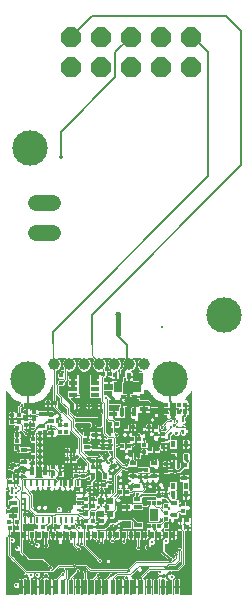
<source format=gbl>
G75*
%MOIN*%
%OFA0B0*%
%FSLAX25Y25*%
%IPPOS*%
%LPD*%
%AMOC8*
5,1,8,0,0,1.08239X$1,22.5*
%
%ADD10R,0.01181X0.01575*%
%ADD11R,0.02362X0.01575*%
%ADD12R,0.01575X0.01181*%
%ADD13R,0.01575X0.03150*%
%ADD14R,0.03150X0.01575*%
%ADD15R,0.01575X0.02362*%
%ADD16R,0.02756X0.03543*%
%ADD17R,0.00394X0.00394*%
%ADD18C,0.00394*%
%ADD19C,0.00200*%
%ADD20C,0.03937*%
%ADD21OC8,0.06600*%
%ADD22C,0.01181*%
%ADD23R,0.01969X0.02362*%
%ADD24C,0.05400*%
%ADD25R,0.00984X0.01870*%
%ADD26R,0.01476X0.00984*%
%ADD27R,0.02756X0.01575*%
%ADD28R,0.02244X0.01969*%
%ADD29C,0.00000*%
%ADD30C,0.00001*%
%ADD31R,0.01181X0.04921*%
%ADD32R,0.01181X0.02362*%
%ADD33R,0.03150X0.03937*%
%ADD34R,0.01181X0.01772*%
%ADD35C,0.00984*%
%ADD36R,0.03150X0.01181*%
%ADD37C,0.01200*%
%ADD38C,0.00354*%
%ADD39C,0.01102*%
%ADD40C,0.00594*%
%ADD41C,0.11811*%
%ADD42C,0.00787*%
%ADD43C,0.00300*%
%ADD44C,0.01181*%
%ADD45C,0.00591*%
%ADD46C,0.00394*%
%ADD47C,0.00500*%
%ADD48C,0.00236*%
%ADD49C,0.00800*%
%ADD50C,0.01654*%
%ADD51C,0.01575*%
D10*
X0168237Y0069615D03*
X0168197Y0071662D03*
X0170559Y0071662D03*
X0170599Y0069615D03*
X0177134Y0069851D03*
X0179496Y0069851D03*
X0182056Y0069851D03*
X0184418Y0069851D03*
X0186977Y0069930D03*
X0189339Y0069930D03*
X0193079Y0069851D03*
X0193670Y0072016D03*
X0196032Y0072016D03*
X0195441Y0069851D03*
X0199103Y0071977D03*
X0201465Y0071977D03*
X0196032Y0074378D03*
X0193670Y0074378D03*
X0193670Y0076937D03*
X0196032Y0076937D03*
X0196032Y0079300D03*
X0193670Y0079300D03*
X0198906Y0081583D03*
X0201268Y0081583D03*
X0199851Y0084103D03*
X0197489Y0084103D03*
X0198394Y0089930D03*
X0198394Y0092095D03*
X0196032Y0092095D03*
X0196032Y0089930D03*
X0189733Y0092685D03*
X0187370Y0092685D03*
X0187370Y0095244D03*
X0189733Y0095244D03*
X0178315Y0095441D03*
X0178315Y0093473D03*
X0178315Y0091504D03*
X0175953Y0091504D03*
X0175953Y0093473D03*
X0175953Y0095441D03*
X0175953Y0097410D03*
X0175953Y0099378D03*
X0175953Y0101347D03*
X0178315Y0101347D03*
X0178315Y0099378D03*
X0178315Y0097410D03*
X0176071Y0104103D03*
X0173709Y0104103D03*
X0180953Y0111189D03*
X0183315Y0111189D03*
X0199496Y0121150D03*
X0201859Y0121150D03*
X0203512Y0120835D03*
X0205874Y0120835D03*
X0204063Y0104418D03*
X0201701Y0104418D03*
X0206977Y0103276D03*
X0209339Y0103276D03*
X0209024Y0099378D03*
X0211386Y0099378D03*
X0208040Y0097016D03*
X0205678Y0097016D03*
X0208630Y0093867D03*
X0210993Y0093867D03*
X0215048Y0095874D03*
X0217410Y0095874D03*
X0217095Y0100953D03*
X0216937Y0103276D03*
X0214575Y0103276D03*
X0219457Y0100953D03*
X0207449Y0081662D03*
X0205087Y0081662D03*
X0225166Y0072213D03*
X0227528Y0072213D03*
X0227528Y0069851D03*
X0225166Y0069851D03*
X0170835Y0084890D03*
X0170835Y0086937D03*
X0168473Y0086937D03*
X0168473Y0084890D03*
D11*
X0173119Y0091609D03*
X0173119Y0095809D03*
X0179103Y0103578D03*
X0182174Y0105415D03*
X0179103Y0107778D03*
X0182174Y0101215D03*
X0193867Y0100848D03*
X0196859Y0100809D03*
X0196859Y0096609D03*
X0193867Y0096648D03*
X0209221Y0091242D03*
X0209221Y0087042D03*
X0210796Y0083565D03*
X0216307Y0087042D03*
X0216307Y0091242D03*
X0226268Y0090573D03*
X0226268Y0086373D03*
X0223000Y0078053D03*
X0223000Y0073853D03*
X0210796Y0079365D03*
D12*
X0217882Y0080284D03*
X0220205Y0080284D03*
X0220205Y0082646D03*
X0217882Y0082646D03*
X0213748Y0086780D03*
X0211780Y0086780D03*
X0211780Y0089142D03*
X0213748Y0089142D03*
X0212961Y0095048D03*
X0212961Y0097410D03*
X0219457Y0096622D03*
X0219457Y0098985D03*
X0220441Y0091071D03*
X0220441Y0088709D03*
X0220284Y0077174D03*
X0220284Y0074811D03*
X0220244Y0072607D03*
X0220244Y0070244D03*
X0225953Y0075205D03*
X0225953Y0077567D03*
X0203827Y0072331D03*
X0203827Y0069969D03*
X0194851Y0082449D03*
X0194851Y0084811D03*
X0192685Y0087174D03*
X0190323Y0087174D03*
X0190323Y0089536D03*
X0192685Y0089536D03*
X0185008Y0089930D03*
X0182646Y0089930D03*
X0182646Y0087567D03*
X0185008Y0087567D03*
X0170638Y0096229D03*
X0170638Y0098591D03*
X0170638Y0100559D03*
X0170638Y0102922D03*
X0171426Y0105087D03*
X0171426Y0107449D03*
X0168985Y0107449D03*
X0168985Y0105087D03*
X0173788Y0106071D03*
X0173788Y0108433D03*
X0176347Y0108433D03*
X0176347Y0106071D03*
X0184930Y0104103D03*
X0187134Y0104103D03*
X0187134Y0101741D03*
X0184930Y0101741D03*
X0199260Y0098788D03*
X0201583Y0098748D03*
X0201583Y0096386D03*
X0199260Y0096426D03*
X0220441Y0108237D03*
X0220441Y0110599D03*
X0224575Y0110599D03*
X0226741Y0110599D03*
X0226741Y0108237D03*
X0224575Y0108237D03*
X0185402Y0118158D03*
X0185402Y0120520D03*
D13*
X0205625Y0108276D03*
X0209825Y0108276D03*
X0180022Y0088748D03*
X0175822Y0088748D03*
D14*
X0169260Y0078014D03*
X0169260Y0073814D03*
X0202725Y0107633D03*
X0202725Y0111833D03*
X0201071Y0114837D03*
X0201071Y0119037D03*
X0212961Y0113486D03*
X0212961Y0109286D03*
D15*
X0212108Y0120284D03*
X0207908Y0120284D03*
X0222672Y0097646D03*
X0226872Y0097646D03*
X0227030Y0093276D03*
X0222830Y0093276D03*
X0222672Y0083827D03*
X0222672Y0080874D03*
X0226872Y0080874D03*
X0226872Y0083827D03*
G36*
X0202061Y0088901D02*
X0201232Y0090238D01*
X0203239Y0091483D01*
X0204068Y0090146D01*
X0202061Y0088901D01*
G37*
X0200100Y0087174D03*
X0195900Y0087174D03*
G36*
X0199848Y0092471D02*
X0199019Y0093808D01*
X0201026Y0095053D01*
X0201855Y0093716D01*
X0199848Y0092471D01*
G37*
G36*
X0173420Y0087562D02*
X0171931Y0088072D01*
X0172696Y0090306D01*
X0174185Y0089796D01*
X0173420Y0087562D01*
G37*
G36*
X0169446Y0088923D02*
X0167957Y0089433D01*
X0168722Y0091667D01*
X0170211Y0091157D01*
X0169446Y0088923D01*
G37*
D16*
X0204339Y0116819D03*
X0210796Y0116819D03*
D17*
G36*
X0207843Y0112648D02*
X0208121Y0112370D01*
X0207843Y0112092D01*
X0207565Y0112370D01*
X0207843Y0112648D01*
G37*
D18*
X0209536Y0113670D03*
X0209536Y0111071D03*
X0206150Y0111071D03*
X0206150Y0113670D03*
D19*
X0206357Y0113286D02*
X0205343Y0113286D01*
X0205343Y0113138D02*
X0205343Y0114162D01*
X0206957Y0114162D01*
X0206957Y0113886D01*
X0206209Y0113138D01*
X0205343Y0113138D01*
X0205343Y0113484D02*
X0206555Y0113484D01*
X0206754Y0113683D02*
X0205343Y0113683D01*
X0205343Y0113881D02*
X0206952Y0113881D01*
X0206957Y0114080D02*
X0205343Y0114080D01*
X0206587Y0112690D02*
X0209098Y0112690D01*
X0208900Y0112889D02*
X0206786Y0112889D01*
X0206984Y0113087D02*
X0208701Y0113087D01*
X0208503Y0113286D02*
X0207183Y0113286D01*
X0207381Y0113484D02*
X0208304Y0113484D01*
X0208106Y0113683D02*
X0207580Y0113683D01*
X0207778Y0113881D02*
X0207907Y0113881D01*
X0207843Y0113946D02*
X0209418Y0112370D01*
X0207843Y0110795D01*
X0206268Y0112370D01*
X0207843Y0113946D01*
X0208729Y0113886D02*
X0209477Y0113138D01*
X0210343Y0113138D01*
X0210343Y0114162D01*
X0208729Y0114162D01*
X0208729Y0113886D01*
X0208734Y0113881D02*
X0210343Y0113881D01*
X0210343Y0113683D02*
X0208932Y0113683D01*
X0209131Y0113484D02*
X0210343Y0113484D01*
X0210343Y0113286D02*
X0209329Y0113286D01*
X0209297Y0112492D02*
X0206389Y0112492D01*
X0206345Y0112293D02*
X0209341Y0112293D01*
X0209142Y0112095D02*
X0206543Y0112095D01*
X0206742Y0111896D02*
X0208944Y0111896D01*
X0208745Y0111698D02*
X0206941Y0111698D01*
X0207139Y0111499D02*
X0208547Y0111499D01*
X0208348Y0111301D02*
X0207338Y0111301D01*
X0207536Y0111102D02*
X0208150Y0111102D01*
X0207951Y0110904D02*
X0207735Y0110904D01*
X0206957Y0110855D02*
X0206209Y0111603D01*
X0205343Y0111603D01*
X0205343Y0110579D01*
X0206957Y0110579D01*
X0206957Y0110855D01*
X0206908Y0110904D02*
X0205343Y0110904D01*
X0205343Y0111102D02*
X0206710Y0111102D01*
X0206511Y0111301D02*
X0205343Y0111301D01*
X0205343Y0111499D02*
X0206313Y0111499D01*
X0206957Y0110705D02*
X0205343Y0110705D01*
X0202809Y0112631D02*
X0202700Y0112522D01*
X0202562Y0112452D01*
X0202410Y0112428D01*
X0202257Y0112452D01*
X0202120Y0112522D01*
X0202010Y0112631D01*
X0201940Y0112769D01*
X0201916Y0112922D01*
X0201940Y0113074D01*
X0202010Y0113212D01*
X0202120Y0113321D01*
X0202257Y0113391D01*
X0202410Y0113415D01*
X0202562Y0113391D01*
X0202700Y0113321D01*
X0202809Y0113212D01*
X0202879Y0113074D01*
X0202904Y0112922D01*
X0202879Y0112769D01*
X0202809Y0112631D01*
X0202700Y0112522D01*
X0202562Y0112452D01*
X0202410Y0112428D01*
X0202257Y0112452D01*
X0202120Y0112522D01*
X0202010Y0112631D01*
X0201940Y0112769D01*
X0201916Y0112922D01*
X0201940Y0113074D01*
X0202010Y0113212D01*
X0202120Y0113321D01*
X0202257Y0113391D01*
X0202410Y0113415D01*
X0202562Y0113391D01*
X0202700Y0113321D01*
X0202809Y0113212D01*
X0202879Y0113074D01*
X0202904Y0112922D01*
X0202879Y0112769D01*
X0202809Y0112631D01*
X0202700Y0112522D01*
X0202562Y0112452D01*
X0202410Y0112428D01*
X0202257Y0112452D01*
X0202120Y0112522D01*
X0202010Y0112631D01*
X0201940Y0112769D01*
X0201916Y0112922D01*
X0201940Y0113074D01*
X0202010Y0113212D01*
X0202120Y0113321D01*
X0202257Y0113391D01*
X0202410Y0113415D01*
X0202562Y0113391D01*
X0202700Y0113321D01*
X0202809Y0113212D01*
X0202879Y0113074D01*
X0202904Y0112922D01*
X0202879Y0112769D01*
X0202809Y0112631D01*
X0202839Y0112690D02*
X0201981Y0112690D01*
X0202839Y0112690D01*
X0201981Y0112690D01*
X0201921Y0112889D02*
X0202898Y0112889D01*
X0201921Y0112889D01*
X0202898Y0112889D01*
X0202873Y0113087D02*
X0201947Y0113087D01*
X0202873Y0113087D01*
X0201947Y0113087D01*
X0202084Y0113286D02*
X0202735Y0113286D01*
X0202084Y0113286D01*
X0202735Y0113286D01*
X0202640Y0112492D02*
X0202180Y0112492D01*
X0202640Y0112492D01*
X0202180Y0112492D01*
X0200512Y0113056D02*
X0200460Y0112967D01*
X0200381Y0112901D01*
X0200284Y0112866D01*
X0200181Y0112866D01*
X0200084Y0112901D01*
X0200005Y0112967D01*
X0199954Y0113056D01*
X0199936Y0113158D01*
X0199954Y0113259D01*
X0200005Y0113349D01*
X0200084Y0113415D01*
X0200181Y0113450D01*
X0200284Y0113450D01*
X0200381Y0113415D01*
X0200460Y0113349D01*
X0200512Y0113259D01*
X0200530Y0113158D01*
X0200512Y0113056D01*
X0200517Y0113087D02*
X0199948Y0113087D01*
X0199969Y0113286D02*
X0200496Y0113286D01*
X0200348Y0112889D02*
X0200118Y0112889D01*
X0203824Y0116225D02*
X0203678Y0116394D01*
X0203585Y0116598D01*
X0203553Y0116819D01*
X0203585Y0117041D01*
X0203678Y0117244D01*
X0203824Y0117413D01*
X0204013Y0117534D01*
X0204227Y0117597D01*
X0204451Y0117597D01*
X0204665Y0117534D01*
X0204854Y0117413D01*
X0205000Y0117244D01*
X0205093Y0117041D01*
X0205125Y0116819D01*
X0205093Y0116598D01*
X0205000Y0116394D01*
X0204854Y0116225D01*
X0204665Y0116104D01*
X0204451Y0116041D01*
X0204227Y0116041D01*
X0204013Y0116104D01*
X0203824Y0116225D01*
X0203678Y0116394D01*
X0203585Y0116598D01*
X0203553Y0116819D01*
X0203585Y0117041D01*
X0203678Y0117244D01*
X0203824Y0117413D01*
X0204013Y0117534D01*
X0204227Y0117597D01*
X0204451Y0117597D01*
X0204665Y0117534D01*
X0204854Y0117413D01*
X0205000Y0117244D01*
X0205093Y0117041D01*
X0205125Y0116819D01*
X0205093Y0116598D01*
X0205000Y0116394D01*
X0204854Y0116225D01*
X0204665Y0116104D01*
X0204451Y0116041D01*
X0204227Y0116041D01*
X0204013Y0116104D01*
X0203824Y0116225D01*
X0203791Y0116263D02*
X0204886Y0116263D01*
X0203791Y0116263D01*
X0203647Y0116462D02*
X0205031Y0116462D01*
X0203647Y0116462D01*
X0203576Y0116660D02*
X0205102Y0116660D01*
X0203576Y0116660D01*
X0203559Y0116859D02*
X0205119Y0116859D01*
X0203559Y0116859D01*
X0203593Y0117057D02*
X0205085Y0117057D01*
X0203593Y0117057D01*
X0203688Y0117256D02*
X0204990Y0117256D01*
X0203688Y0117256D01*
X0203889Y0117454D02*
X0204789Y0117454D01*
X0203889Y0117454D01*
X0204147Y0116065D02*
X0204531Y0116065D01*
X0204147Y0116065D01*
X0208729Y0114080D02*
X0210343Y0114080D01*
X0210684Y0115923D02*
X0210469Y0115986D01*
X0210281Y0116107D01*
X0210135Y0116276D01*
X0210042Y0116480D01*
X0210010Y0116701D01*
X0210042Y0116923D01*
X0210135Y0117126D01*
X0210281Y0117295D01*
X0210469Y0117416D01*
X0210684Y0117479D01*
X0210908Y0117479D01*
X0211122Y0117416D01*
X0211310Y0117295D01*
X0211457Y0117126D01*
X0211550Y0116923D01*
X0211581Y0116701D01*
X0211550Y0116480D01*
X0211457Y0116276D01*
X0211310Y0116107D01*
X0211122Y0115986D01*
X0210908Y0115923D01*
X0210684Y0115923D01*
X0210469Y0115986D01*
X0210281Y0116107D01*
X0210135Y0116276D01*
X0210042Y0116480D01*
X0210010Y0116701D01*
X0210042Y0116923D01*
X0210135Y0117126D01*
X0210281Y0117295D01*
X0210469Y0117416D01*
X0210684Y0117479D01*
X0210908Y0117479D01*
X0211122Y0117416D01*
X0211310Y0117295D01*
X0211457Y0117126D01*
X0211550Y0116923D01*
X0211581Y0116701D01*
X0211550Y0116480D01*
X0211457Y0116276D01*
X0211310Y0116107D01*
X0211122Y0115986D01*
X0210908Y0115923D01*
X0210684Y0115923D01*
X0210347Y0116065D02*
X0211244Y0116065D01*
X0210347Y0116065D01*
X0210146Y0116263D02*
X0211446Y0116263D01*
X0210146Y0116263D01*
X0210050Y0116462D02*
X0211541Y0116462D01*
X0210050Y0116462D01*
X0210016Y0116660D02*
X0211576Y0116660D01*
X0210016Y0116660D01*
X0210033Y0116859D02*
X0211559Y0116859D01*
X0210033Y0116859D01*
X0210103Y0117057D02*
X0211488Y0117057D01*
X0210103Y0117057D01*
X0210247Y0117256D02*
X0211344Y0117256D01*
X0210247Y0117256D01*
X0210600Y0117454D02*
X0210991Y0117454D01*
X0210600Y0117454D01*
X0210343Y0111603D02*
X0209477Y0111603D01*
X0208729Y0110855D01*
X0208729Y0110579D01*
X0210343Y0110579D01*
X0210343Y0111603D01*
X0210343Y0111499D02*
X0209373Y0111499D01*
X0209175Y0111301D02*
X0210343Y0111301D01*
X0210343Y0111102D02*
X0208976Y0111102D01*
X0208778Y0110904D02*
X0210343Y0110904D01*
X0210343Y0110705D02*
X0208729Y0110705D01*
X0213828Y0106873D02*
X0213937Y0106982D01*
X0214075Y0107053D01*
X0214227Y0107077D01*
X0214380Y0107053D01*
X0214517Y0106982D01*
X0214627Y0106873D01*
X0214697Y0106736D01*
X0214721Y0106583D01*
X0214697Y0106431D01*
X0214627Y0106293D01*
X0214517Y0106184D01*
X0214380Y0106114D01*
X0214227Y0106089D01*
X0214075Y0106114D01*
X0213937Y0106184D01*
X0213828Y0106293D01*
X0213758Y0106431D01*
X0213733Y0106583D01*
X0213758Y0106736D01*
X0213828Y0106873D01*
X0213888Y0106933D02*
X0214566Y0106933D01*
X0214697Y0106735D02*
X0213757Y0106735D01*
X0213741Y0106536D02*
X0214713Y0106536D01*
X0214649Y0106338D02*
X0213805Y0106338D01*
X0214024Y0106139D02*
X0214430Y0106139D01*
X0216671Y0103524D02*
X0216750Y0103591D01*
X0216846Y0103626D01*
X0216950Y0103626D01*
X0217046Y0103591D01*
X0217125Y0103524D01*
X0217177Y0103435D01*
X0217195Y0103333D01*
X0217177Y0103232D01*
X0217125Y0103143D01*
X0217046Y0103076D01*
X0216950Y0103041D01*
X0216846Y0103041D01*
X0216750Y0103076D01*
X0216671Y0103143D01*
X0216619Y0103232D01*
X0216601Y0103333D01*
X0216619Y0103435D01*
X0216671Y0103524D01*
X0216712Y0103559D02*
X0217084Y0103559D01*
X0217190Y0103360D02*
X0216606Y0103360D01*
X0216660Y0103162D02*
X0217136Y0103162D01*
X0218570Y0103315D02*
X0218588Y0103417D01*
X0218639Y0103506D01*
X0218718Y0103572D01*
X0218815Y0103608D01*
X0218918Y0103608D01*
X0219015Y0103572D01*
X0219094Y0103506D01*
X0219145Y0103417D01*
X0219163Y0103315D01*
X0219145Y0103214D01*
X0219094Y0103125D01*
X0219015Y0103058D01*
X0218918Y0103023D01*
X0218815Y0103023D01*
X0218718Y0103058D01*
X0218639Y0103125D01*
X0218588Y0103214D01*
X0218570Y0103315D01*
X0218578Y0103360D02*
X0219155Y0103360D01*
X0219115Y0103162D02*
X0218618Y0103162D01*
X0218702Y0103559D02*
X0219031Y0103559D01*
X0222704Y0104103D02*
X0222721Y0104204D01*
X0222773Y0104294D01*
X0222852Y0104360D01*
X0222949Y0104395D01*
X0223052Y0104395D01*
X0223149Y0104360D01*
X0223228Y0104294D01*
X0223279Y0104204D01*
X0223297Y0104103D01*
X0223279Y0104001D01*
X0223228Y0103912D01*
X0223149Y0103846D01*
X0223052Y0103810D01*
X0222949Y0103810D01*
X0222852Y0103846D01*
X0222773Y0103912D01*
X0222721Y0104001D01*
X0222704Y0104103D01*
X0222713Y0104154D02*
X0223288Y0104154D01*
X0223253Y0103956D02*
X0222748Y0103956D01*
X0222843Y0104353D02*
X0223157Y0104353D01*
X0223528Y0101628D02*
X0223631Y0101628D01*
X0223728Y0101592D01*
X0223807Y0101526D01*
X0223858Y0101437D01*
X0223876Y0101335D01*
X0223858Y0101234D01*
X0223807Y0101145D01*
X0223728Y0101078D01*
X0223631Y0101043D01*
X0223528Y0101043D01*
X0223431Y0101078D01*
X0223352Y0101145D01*
X0223301Y0101234D01*
X0223283Y0101335D01*
X0223301Y0101437D01*
X0223352Y0101526D01*
X0223431Y0101592D01*
X0223528Y0101628D01*
X0223408Y0101574D02*
X0223750Y0101574D01*
X0223869Y0101375D02*
X0223290Y0101375D01*
X0223334Y0101177D02*
X0223825Y0101177D01*
X0225399Y0102052D02*
X0225450Y0101963D01*
X0225529Y0101897D01*
X0225626Y0101862D01*
X0225729Y0101862D01*
X0225826Y0101897D01*
X0225905Y0101963D01*
X0225957Y0102052D01*
X0225974Y0102154D01*
X0225957Y0102255D01*
X0225905Y0102345D01*
X0225826Y0102411D01*
X0225792Y0102423D01*
X0225584Y0102423D01*
X0225578Y0102429D01*
X0225529Y0102411D01*
X0225450Y0102345D01*
X0225399Y0102255D01*
X0225381Y0102154D01*
X0225399Y0102052D01*
X0225446Y0101971D02*
X0225909Y0101971D01*
X0225972Y0102169D02*
X0225383Y0102169D01*
X0225477Y0102368D02*
X0225878Y0102368D01*
X0226492Y0107091D02*
X0226395Y0107126D01*
X0226316Y0107192D01*
X0226265Y0107282D01*
X0226247Y0107383D01*
X0226265Y0107485D01*
X0226316Y0107574D01*
X0226395Y0107640D01*
X0226492Y0107675D01*
X0226595Y0107675D01*
X0226692Y0107640D01*
X0226771Y0107574D01*
X0226823Y0107485D01*
X0226841Y0107383D01*
X0226823Y0107282D01*
X0226771Y0107192D01*
X0226692Y0107126D01*
X0226595Y0107091D01*
X0226492Y0107091D01*
X0226395Y0107126D01*
X0226316Y0107192D01*
X0226265Y0107282D01*
X0226247Y0107383D01*
X0226265Y0107485D01*
X0226316Y0107574D01*
X0226395Y0107640D01*
X0226492Y0107675D01*
X0226595Y0107675D01*
X0226692Y0107640D01*
X0226771Y0107574D01*
X0226823Y0107485D01*
X0226841Y0107383D01*
X0226823Y0107282D01*
X0226771Y0107192D01*
X0226692Y0107126D01*
X0226595Y0107091D01*
X0226492Y0107091D01*
X0226388Y0107132D02*
X0226699Y0107132D01*
X0226388Y0107132D01*
X0226256Y0107330D02*
X0226831Y0107330D01*
X0226256Y0107330D01*
X0226290Y0107529D02*
X0226797Y0107529D01*
X0226290Y0107529D01*
X0225314Y0108767D02*
X0225217Y0108732D01*
X0225114Y0108732D01*
X0225017Y0108767D01*
X0224938Y0108833D01*
X0224887Y0108922D01*
X0224869Y0109024D01*
X0224887Y0109126D01*
X0224938Y0109215D01*
X0225017Y0109281D01*
X0225114Y0109316D01*
X0225217Y0109316D01*
X0225314Y0109281D01*
X0225393Y0109215D01*
X0225445Y0109126D01*
X0225463Y0109024D01*
X0225445Y0108922D01*
X0225393Y0108833D01*
X0225314Y0108767D01*
X0225442Y0108918D02*
X0224889Y0108918D01*
X0224885Y0109117D02*
X0225446Y0109117D01*
X0225220Y0109315D02*
X0225112Y0109315D01*
X0224824Y0110240D02*
X0224720Y0110240D01*
X0224624Y0110276D01*
X0224545Y0110342D01*
X0224493Y0110431D01*
X0224475Y0110533D01*
X0224493Y0110634D01*
X0224545Y0110723D01*
X0224624Y0110790D01*
X0224720Y0110825D01*
X0224824Y0110825D01*
X0224920Y0110790D01*
X0224999Y0110723D01*
X0225051Y0110634D01*
X0225069Y0110533D01*
X0225051Y0110431D01*
X0224999Y0110342D01*
X0224920Y0110276D01*
X0224824Y0110240D01*
X0224959Y0110308D02*
X0224585Y0110308D01*
X0224480Y0110507D02*
X0225064Y0110507D01*
X0225010Y0110705D02*
X0224534Y0110705D01*
X0220738Y0110533D02*
X0220720Y0110431D01*
X0220669Y0110342D01*
X0220590Y0110276D01*
X0220493Y0110240D01*
X0220390Y0110240D01*
X0220293Y0110276D01*
X0220214Y0110342D01*
X0220162Y0110431D01*
X0220144Y0110533D01*
X0220162Y0110634D01*
X0220214Y0110723D01*
X0220293Y0110790D01*
X0220390Y0110825D01*
X0220493Y0110825D01*
X0220590Y0110790D01*
X0220669Y0110723D01*
X0220720Y0110634D01*
X0220738Y0110533D01*
X0220734Y0110507D02*
X0220149Y0110507D01*
X0220203Y0110705D02*
X0220679Y0110705D01*
X0220628Y0110308D02*
X0220254Y0110308D01*
X0220587Y0108529D02*
X0220690Y0108529D01*
X0220787Y0108494D01*
X0220866Y0108427D01*
X0220917Y0108338D01*
X0220935Y0108237D01*
X0220917Y0108135D01*
X0220866Y0108046D01*
X0220787Y0107980D01*
X0220690Y0107944D01*
X0220587Y0107944D01*
X0220490Y0107980D01*
X0220411Y0108046D01*
X0220359Y0108135D01*
X0220341Y0108237D01*
X0220359Y0108338D01*
X0220411Y0108427D01*
X0220490Y0108494D01*
X0220587Y0108529D01*
X0220566Y0108521D02*
X0220710Y0108521D01*
X0220920Y0108323D02*
X0220357Y0108323D01*
X0220365Y0108124D02*
X0220911Y0108124D01*
X0211338Y0101026D02*
X0211390Y0100937D01*
X0211407Y0100835D01*
X0211390Y0100734D01*
X0211338Y0100644D01*
X0211259Y0100578D01*
X0211162Y0100543D01*
X0211059Y0100543D01*
X0210962Y0100578D01*
X0210883Y0100644D01*
X0210832Y0100734D01*
X0210814Y0100835D01*
X0210832Y0100937D01*
X0210883Y0101026D01*
X0210962Y0101092D01*
X0211059Y0101127D01*
X0211162Y0101127D01*
X0211259Y0101092D01*
X0211338Y0101026D01*
X0211366Y0100978D02*
X0210856Y0100978D01*
X0210824Y0100779D02*
X0211398Y0100779D01*
X0211263Y0100581D02*
X0210959Y0100581D01*
X0209251Y0099569D02*
X0209303Y0099480D01*
X0209321Y0099378D01*
X0209303Y0099277D01*
X0209251Y0099188D01*
X0209172Y0099121D01*
X0209076Y0099086D01*
X0208972Y0099086D01*
X0208876Y0099121D01*
X0208797Y0099188D01*
X0208745Y0099277D01*
X0208727Y0099378D01*
X0208745Y0099480D01*
X0208797Y0099569D01*
X0208876Y0099635D01*
X0208972Y0099671D01*
X0209076Y0099671D01*
X0209172Y0099635D01*
X0209251Y0099569D01*
X0209228Y0099588D02*
X0208820Y0099588D01*
X0208729Y0099390D02*
X0209319Y0099390D01*
X0209254Y0099191D02*
X0208794Y0099191D01*
X0208972Y0097702D02*
X0209076Y0097702D01*
X0209172Y0097667D01*
X0209251Y0097601D01*
X0209303Y0097511D01*
X0209321Y0097410D01*
X0209303Y0097308D01*
X0209251Y0097219D01*
X0209172Y0097153D01*
X0209076Y0097118D01*
X0208972Y0097118D01*
X0208876Y0097153D01*
X0208797Y0097219D01*
X0208745Y0097308D01*
X0208727Y0097410D01*
X0208745Y0097511D01*
X0208797Y0097601D01*
X0208876Y0097667D01*
X0208972Y0097702D01*
X0208800Y0097603D02*
X0209248Y0097603D01*
X0209320Y0097405D02*
X0208728Y0097405D01*
X0208812Y0097206D02*
X0209236Y0097206D01*
X0210844Y0093730D02*
X0210941Y0093765D01*
X0211044Y0093765D01*
X0211141Y0093730D01*
X0211220Y0093664D01*
X0211271Y0093574D01*
X0211289Y0093473D01*
X0211271Y0093371D01*
X0211220Y0093282D01*
X0211141Y0093216D01*
X0211044Y0093180D01*
X0210941Y0093180D01*
X0210844Y0093216D01*
X0210765Y0093282D01*
X0210714Y0093371D01*
X0210696Y0093473D01*
X0210714Y0093574D01*
X0210765Y0093664D01*
X0210844Y0093730D01*
X0210747Y0093633D02*
X0211238Y0093633D01*
X0211283Y0093435D02*
X0210702Y0093435D01*
X0210820Y0093236D02*
X0211165Y0093236D01*
X0209303Y0092393D02*
X0209321Y0092292D01*
X0209303Y0092190D01*
X0209251Y0092101D01*
X0209172Y0092035D01*
X0209076Y0091999D01*
X0208972Y0091999D01*
X0208876Y0092035D01*
X0208797Y0092101D01*
X0208745Y0092190D01*
X0208727Y0092292D01*
X0208745Y0092393D01*
X0208797Y0092483D01*
X0208876Y0092549D01*
X0208972Y0092584D01*
X0209076Y0092584D01*
X0209172Y0092549D01*
X0209251Y0092483D01*
X0209303Y0092393D01*
X0209321Y0092292D01*
X0209303Y0092190D01*
X0209251Y0092101D01*
X0209172Y0092035D01*
X0209076Y0091999D01*
X0208972Y0091999D01*
X0208876Y0092035D01*
X0208797Y0092101D01*
X0208745Y0092190D01*
X0208727Y0092292D01*
X0208745Y0092393D01*
X0208797Y0092483D01*
X0208876Y0092549D01*
X0208972Y0092584D01*
X0209076Y0092584D01*
X0209172Y0092549D01*
X0209251Y0092483D01*
X0209303Y0092393D01*
X0209275Y0092442D02*
X0208773Y0092442D01*
X0209275Y0092442D01*
X0209312Y0092244D02*
X0208736Y0092244D01*
X0209312Y0092244D01*
X0209185Y0092045D02*
X0208863Y0092045D01*
X0209185Y0092045D01*
X0207264Y0090927D02*
X0207315Y0090838D01*
X0207333Y0090736D01*
X0207315Y0090634D01*
X0207264Y0090545D01*
X0207185Y0090479D01*
X0207088Y0090444D01*
X0206985Y0090444D01*
X0206888Y0090479D01*
X0206809Y0090545D01*
X0206758Y0090634D01*
X0206740Y0090736D01*
X0206758Y0090838D01*
X0206809Y0090927D01*
X0206888Y0090993D01*
X0206985Y0091028D01*
X0207088Y0091028D01*
X0207185Y0090993D01*
X0207264Y0090927D01*
X0207306Y0090854D02*
X0206767Y0090854D01*
X0206754Y0090655D02*
X0207319Y0090655D01*
X0207124Y0090457D02*
X0206949Y0090457D01*
X0207004Y0089828D02*
X0207107Y0089828D01*
X0207204Y0089793D01*
X0207283Y0089727D01*
X0207334Y0089637D01*
X0207352Y0089536D01*
X0207334Y0089434D01*
X0207283Y0089345D01*
X0207204Y0089279D01*
X0207107Y0089243D01*
X0207004Y0089243D01*
X0206907Y0089279D01*
X0206828Y0089345D01*
X0206777Y0089434D01*
X0206759Y0089536D01*
X0206777Y0089637D01*
X0206828Y0089727D01*
X0206907Y0089793D01*
X0207004Y0089828D01*
X0206791Y0089663D02*
X0207320Y0089663D01*
X0207340Y0089464D02*
X0206771Y0089464D01*
X0206943Y0089266D02*
X0207168Y0089266D01*
X0208993Y0087233D02*
X0209072Y0087299D01*
X0209169Y0087334D01*
X0209272Y0087334D01*
X0209369Y0087299D01*
X0209448Y0087233D01*
X0209500Y0087144D01*
X0209518Y0087042D01*
X0209500Y0086941D01*
X0209448Y0086851D01*
X0209369Y0086785D01*
X0209272Y0086750D01*
X0209169Y0086750D01*
X0209072Y0086785D01*
X0208993Y0086851D01*
X0208942Y0086941D01*
X0208924Y0087042D01*
X0208942Y0087144D01*
X0208993Y0087233D01*
X0209050Y0087281D02*
X0209391Y0087281D01*
X0209511Y0087082D02*
X0208931Y0087082D01*
X0208975Y0086884D02*
X0209467Y0086884D01*
X0209469Y0083923D02*
X0209566Y0083887D01*
X0209645Y0083821D01*
X0209697Y0083732D01*
X0209715Y0083630D01*
X0209697Y0083529D01*
X0209645Y0083440D01*
X0209566Y0083373D01*
X0209469Y0083338D01*
X0209366Y0083338D01*
X0209269Y0083373D01*
X0209190Y0083440D01*
X0209139Y0083529D01*
X0209121Y0083630D01*
X0209139Y0083732D01*
X0209190Y0083821D01*
X0209269Y0083887D01*
X0209366Y0083923D01*
X0209469Y0083923D01*
X0209515Y0083906D02*
X0209320Y0083906D01*
X0209134Y0083708D02*
X0209701Y0083708D01*
X0209685Y0083509D02*
X0209150Y0083509D01*
X0210536Y0081472D02*
X0210633Y0081508D01*
X0210736Y0081508D01*
X0210833Y0081472D01*
X0210912Y0081406D01*
X0210964Y0081317D01*
X0210981Y0081215D01*
X0210964Y0081114D01*
X0210912Y0081025D01*
X0210833Y0080958D01*
X0210736Y0080923D01*
X0210633Y0080923D01*
X0210536Y0080958D01*
X0210457Y0081025D01*
X0210406Y0081114D01*
X0210388Y0081215D01*
X0210406Y0081317D01*
X0210457Y0081406D01*
X0210536Y0081472D01*
X0210411Y0081325D02*
X0210959Y0081325D01*
X0210966Y0081127D02*
X0210403Y0081127D01*
X0210618Y0080928D02*
X0210751Y0080928D01*
X0212813Y0083373D02*
X0212734Y0083440D01*
X0212682Y0083529D01*
X0212664Y0083630D01*
X0212682Y0083732D01*
X0212734Y0083821D01*
X0212813Y0083887D01*
X0212909Y0083923D01*
X0213013Y0083923D01*
X0213109Y0083887D01*
X0213188Y0083821D01*
X0213240Y0083732D01*
X0213258Y0083630D01*
X0213240Y0083529D01*
X0213188Y0083440D01*
X0213109Y0083373D01*
X0213013Y0083338D01*
X0212909Y0083338D01*
X0212813Y0083373D01*
X0212694Y0083509D02*
X0213229Y0083509D01*
X0213244Y0083708D02*
X0212678Y0083708D01*
X0212864Y0083906D02*
X0213058Y0083906D01*
X0216697Y0080986D02*
X0216776Y0081053D01*
X0216873Y0081088D01*
X0216976Y0081088D01*
X0217073Y0081053D01*
X0217152Y0080986D01*
X0217204Y0080897D01*
X0217222Y0080796D01*
X0217204Y0080694D01*
X0217152Y0080605D01*
X0217073Y0080539D01*
X0216976Y0080503D01*
X0216873Y0080503D01*
X0216776Y0080539D01*
X0216697Y0080605D01*
X0216646Y0080694D01*
X0216628Y0080796D01*
X0216646Y0080897D01*
X0216697Y0080986D01*
X0216776Y0081053D01*
X0216873Y0081088D01*
X0216976Y0081088D01*
X0217073Y0081053D01*
X0217152Y0080986D01*
X0217204Y0080897D01*
X0217222Y0080796D01*
X0217204Y0080694D01*
X0217152Y0080605D01*
X0217073Y0080539D01*
X0216976Y0080503D01*
X0216873Y0080503D01*
X0216776Y0080539D01*
X0216697Y0080605D01*
X0216646Y0080694D01*
X0216628Y0080796D01*
X0216646Y0080897D01*
X0216697Y0080986D01*
X0216664Y0080928D02*
X0217186Y0080928D01*
X0216664Y0080928D01*
X0216640Y0080730D02*
X0217210Y0080730D01*
X0216640Y0080730D01*
X0216796Y0080531D02*
X0217053Y0080531D01*
X0216796Y0080531D01*
X0221001Y0076609D02*
X0221080Y0076676D01*
X0221177Y0076711D01*
X0221280Y0076711D01*
X0221377Y0076676D01*
X0221456Y0076609D01*
X0221508Y0076520D01*
X0221526Y0076419D01*
X0221508Y0076317D01*
X0221456Y0076228D01*
X0221377Y0076161D01*
X0221280Y0076126D01*
X0221177Y0076126D01*
X0221080Y0076161D01*
X0221001Y0076228D01*
X0220950Y0076317D01*
X0220932Y0076419D01*
X0220950Y0076520D01*
X0221001Y0076609D01*
X0220973Y0076561D02*
X0221484Y0076561D01*
X0221516Y0076363D02*
X0220942Y0076363D01*
X0221077Y0076164D02*
X0221380Y0076164D01*
X0222060Y0074651D02*
X0222213Y0074675D01*
X0222366Y0074651D01*
X0222503Y0074581D01*
X0222612Y0074472D01*
X0222683Y0074334D01*
X0222707Y0074181D01*
X0222683Y0074029D01*
X0222612Y0073891D01*
X0222503Y0073782D01*
X0221923Y0073782D01*
X0221814Y0073891D01*
X0221743Y0074029D01*
X0221719Y0074181D01*
X0221743Y0074334D01*
X0221814Y0074472D01*
X0221923Y0074581D01*
X0222060Y0074651D01*
X0221918Y0074576D02*
X0222508Y0074576D01*
X0222660Y0074377D02*
X0221766Y0074377D01*
X0221720Y0074179D02*
X0222706Y0074179D01*
X0222658Y0073980D02*
X0221768Y0073980D01*
X0221923Y0073782D02*
X0222060Y0073712D01*
X0222213Y0073688D01*
X0222366Y0073712D01*
X0222503Y0073782D01*
X0224781Y0077113D02*
X0224702Y0077180D01*
X0224651Y0077269D01*
X0224633Y0077370D01*
X0224651Y0077472D01*
X0224702Y0077561D01*
X0224781Y0077628D01*
X0224878Y0077663D01*
X0224981Y0077663D01*
X0225078Y0077628D01*
X0225157Y0077561D01*
X0225208Y0077472D01*
X0225226Y0077370D01*
X0225208Y0077269D01*
X0225157Y0077180D01*
X0225078Y0077113D01*
X0224981Y0077078D01*
X0224878Y0077078D01*
X0224781Y0077113D01*
X0224730Y0077157D02*
X0225130Y0077157D01*
X0225224Y0077355D02*
X0224635Y0077355D01*
X0224698Y0077554D02*
X0225161Y0077554D01*
X0223031Y0079640D02*
X0222952Y0079574D01*
X0222855Y0079539D01*
X0222752Y0079539D01*
X0222855Y0079539D01*
X0222752Y0079539D02*
X0222655Y0079574D01*
X0222576Y0079640D01*
X0222525Y0079730D01*
X0222507Y0079831D01*
X0222525Y0079933D01*
X0222576Y0080022D01*
X0222655Y0080088D01*
X0222752Y0080123D01*
X0222855Y0080123D01*
X0222952Y0080088D01*
X0223031Y0080022D01*
X0223082Y0079933D01*
X0223100Y0079831D01*
X0223082Y0079730D01*
X0223031Y0079640D01*
X0223084Y0079737D02*
X0222523Y0079737D01*
X0222526Y0079936D02*
X0223081Y0079936D01*
X0222521Y0082979D02*
X0222368Y0083003D01*
X0222231Y0083073D01*
X0222121Y0083183D01*
X0222051Y0083320D01*
X0222027Y0083473D01*
X0222051Y0083625D01*
X0222121Y0083763D01*
X0222231Y0083872D01*
X0222368Y0083942D01*
X0222521Y0083967D01*
X0222673Y0083942D01*
X0222811Y0083872D01*
X0222920Y0083763D01*
X0222990Y0083625D01*
X0223015Y0083473D01*
X0222990Y0083320D01*
X0222920Y0083183D01*
X0222811Y0083073D01*
X0222673Y0083003D01*
X0222521Y0082979D01*
X0222192Y0083112D02*
X0222850Y0083112D01*
X0222985Y0083310D02*
X0222056Y0083310D01*
X0222033Y0083509D02*
X0223009Y0083509D01*
X0222949Y0083708D02*
X0222093Y0083708D01*
X0222297Y0083906D02*
X0222745Y0083906D01*
X0226404Y0083355D02*
X0226422Y0083456D01*
X0226474Y0083546D01*
X0226553Y0083612D01*
X0226650Y0083647D01*
X0226753Y0083647D01*
X0226850Y0083612D01*
X0226929Y0083546D01*
X0226980Y0083456D01*
X0226998Y0083355D01*
X0226980Y0083253D01*
X0226929Y0083164D01*
X0226850Y0083098D01*
X0226753Y0083062D01*
X0226650Y0083062D01*
X0226553Y0083098D01*
X0226474Y0083164D01*
X0226422Y0083253D01*
X0226404Y0083355D01*
X0226412Y0083310D02*
X0226990Y0083310D01*
X0226950Y0083509D02*
X0226453Y0083509D01*
X0226536Y0083112D02*
X0226867Y0083112D01*
X0223448Y0088388D02*
X0223310Y0088318D01*
X0223158Y0088294D01*
X0223005Y0088318D01*
X0222868Y0088388D01*
X0222758Y0088498D01*
X0222688Y0088635D01*
X0222664Y0088788D01*
X0222688Y0088940D01*
X0222758Y0089078D01*
X0222868Y0089187D01*
X0223005Y0089257D01*
X0223158Y0089281D01*
X0223310Y0089257D01*
X0223448Y0089187D01*
X0223557Y0089078D01*
X0223627Y0088940D01*
X0223652Y0088788D01*
X0223627Y0088635D01*
X0223557Y0088498D01*
X0223448Y0088388D01*
X0223310Y0088318D01*
X0223158Y0088294D01*
X0223005Y0088318D01*
X0222868Y0088388D01*
X0222758Y0088498D01*
X0222688Y0088635D01*
X0222664Y0088788D01*
X0222688Y0088940D01*
X0222758Y0089078D01*
X0222868Y0089187D01*
X0223005Y0089257D01*
X0223158Y0089281D01*
X0223310Y0089257D01*
X0223448Y0089187D01*
X0223557Y0089078D01*
X0223627Y0088940D01*
X0223652Y0088788D01*
X0223627Y0088635D01*
X0223557Y0088498D01*
X0223448Y0088388D01*
X0223310Y0088318D01*
X0223158Y0088294D01*
X0223005Y0088318D01*
X0222868Y0088388D01*
X0222758Y0088498D01*
X0222688Y0088635D01*
X0222664Y0088788D01*
X0222688Y0088940D01*
X0222758Y0089078D01*
X0222868Y0089187D01*
X0223005Y0089257D01*
X0223158Y0089281D01*
X0223310Y0089257D01*
X0223448Y0089187D01*
X0223557Y0089078D01*
X0223627Y0088940D01*
X0223652Y0088788D01*
X0223627Y0088635D01*
X0223557Y0088498D01*
X0223448Y0088388D01*
X0223531Y0088472D02*
X0222784Y0088472D01*
X0223531Y0088472D01*
X0222784Y0088472D01*
X0222683Y0088670D02*
X0223633Y0088670D01*
X0222683Y0088670D01*
X0223633Y0088670D01*
X0223639Y0088869D02*
X0222677Y0088869D01*
X0223639Y0088869D01*
X0222677Y0088869D01*
X0222753Y0089067D02*
X0223563Y0089067D01*
X0222753Y0089067D01*
X0223563Y0089067D01*
X0223257Y0089266D02*
X0223059Y0089266D01*
X0223257Y0089266D01*
X0223059Y0089266D01*
X0223144Y0092585D02*
X0222992Y0092610D01*
X0222854Y0092680D01*
X0222745Y0092789D01*
X0222675Y0092927D01*
X0222651Y0093079D01*
X0222675Y0093232D01*
X0222745Y0093369D01*
X0222854Y0093479D01*
X0222992Y0093549D01*
X0223144Y0093573D01*
X0223297Y0093549D01*
X0223435Y0093479D01*
X0223544Y0093369D01*
X0223614Y0093232D01*
X0223638Y0093079D01*
X0223614Y0092927D01*
X0223544Y0092789D01*
X0223435Y0092680D01*
X0223297Y0092610D01*
X0223144Y0092585D01*
X0222992Y0092610D01*
X0222854Y0092680D01*
X0222745Y0092789D01*
X0222675Y0092927D01*
X0222651Y0093079D01*
X0222675Y0093232D01*
X0222745Y0093369D01*
X0222854Y0093479D01*
X0222992Y0093549D01*
X0223144Y0093573D01*
X0223297Y0093549D01*
X0223435Y0093479D01*
X0223544Y0093369D01*
X0223614Y0093232D01*
X0223638Y0093079D01*
X0223614Y0092927D01*
X0223544Y0092789D01*
X0223435Y0092680D01*
X0223297Y0092610D01*
X0223144Y0092585D01*
X0222931Y0092641D02*
X0223358Y0092641D01*
X0222931Y0092641D01*
X0222720Y0092839D02*
X0223569Y0092839D01*
X0222720Y0092839D01*
X0222657Y0093038D02*
X0223632Y0093038D01*
X0222657Y0093038D01*
X0222677Y0093236D02*
X0223612Y0093236D01*
X0222677Y0093236D01*
X0222810Y0093435D02*
X0223479Y0093435D01*
X0222810Y0093435D01*
X0227092Y0092236D02*
X0227143Y0092325D01*
X0227222Y0092391D01*
X0227319Y0092427D01*
X0227422Y0092427D01*
X0227519Y0092391D01*
X0227598Y0092325D01*
X0227649Y0092236D01*
X0227667Y0092134D01*
X0227649Y0092033D01*
X0227598Y0091943D01*
X0227519Y0091877D01*
X0227422Y0091842D01*
X0227319Y0091842D01*
X0227222Y0091877D01*
X0227143Y0091943D01*
X0227092Y0092033D01*
X0227074Y0092134D01*
X0227092Y0092236D01*
X0227096Y0092244D02*
X0227645Y0092244D01*
X0227652Y0092045D02*
X0227089Y0092045D01*
X0227306Y0091846D02*
X0227435Y0091846D01*
X0217964Y0096127D02*
X0217913Y0096038D01*
X0217834Y0095972D01*
X0217737Y0095936D01*
X0217634Y0095936D01*
X0217537Y0095972D01*
X0217458Y0096038D01*
X0217406Y0096127D01*
X0217389Y0096229D01*
X0217406Y0096330D01*
X0217458Y0096420D01*
X0217537Y0096486D01*
X0217634Y0096521D01*
X0217737Y0096521D01*
X0217834Y0096486D01*
X0217913Y0096420D01*
X0217964Y0096330D01*
X0217982Y0096229D01*
X0217964Y0096127D01*
X0217980Y0096214D02*
X0217391Y0096214D01*
X0217454Y0096412D02*
X0217917Y0096412D01*
X0217886Y0096015D02*
X0217485Y0096015D01*
X0215226Y0096032D02*
X0215208Y0095930D01*
X0215157Y0095841D01*
X0215078Y0095775D01*
X0214981Y0095740D01*
X0214878Y0095740D01*
X0214781Y0095775D01*
X0214702Y0095841D01*
X0214651Y0095930D01*
X0214633Y0096032D01*
X0214651Y0096133D01*
X0214702Y0096223D01*
X0214781Y0096289D01*
X0214878Y0096324D01*
X0214981Y0096324D01*
X0215078Y0096289D01*
X0215157Y0096223D01*
X0215208Y0096133D01*
X0215226Y0096032D01*
X0215208Y0095930D01*
X0215157Y0095841D01*
X0215078Y0095775D01*
X0214981Y0095740D01*
X0214878Y0095740D01*
X0214781Y0095775D01*
X0214702Y0095841D01*
X0214651Y0095930D01*
X0214633Y0096032D01*
X0214651Y0096133D01*
X0214702Y0096223D01*
X0214781Y0096289D01*
X0214878Y0096324D01*
X0214981Y0096324D01*
X0215078Y0096289D01*
X0215157Y0096223D01*
X0215208Y0096133D01*
X0215226Y0096032D01*
X0215223Y0096015D02*
X0214636Y0096015D01*
X0215223Y0096015D01*
X0215162Y0096214D02*
X0214697Y0096214D01*
X0215162Y0096214D01*
X0215128Y0095817D02*
X0214731Y0095817D01*
X0215128Y0095817D01*
X0216750Y0092549D02*
X0216846Y0092584D01*
X0216950Y0092584D01*
X0217046Y0092549D01*
X0217125Y0092483D01*
X0217177Y0092393D01*
X0217195Y0092292D01*
X0217177Y0092190D01*
X0217125Y0092101D01*
X0217046Y0092035D01*
X0216950Y0091999D01*
X0216846Y0091999D01*
X0216750Y0092035D01*
X0216671Y0092101D01*
X0216619Y0092190D01*
X0216601Y0092292D01*
X0216619Y0092393D01*
X0216671Y0092483D01*
X0216750Y0092549D01*
X0216647Y0092442D02*
X0217149Y0092442D01*
X0217186Y0092244D02*
X0216610Y0092244D01*
X0216737Y0092045D02*
X0217059Y0092045D01*
X0213188Y0089727D02*
X0213240Y0089637D01*
X0213258Y0089536D01*
X0213240Y0089434D01*
X0213188Y0089345D01*
X0213109Y0089279D01*
X0213013Y0089243D01*
X0212909Y0089243D01*
X0212813Y0089279D01*
X0212734Y0089345D01*
X0212682Y0089434D01*
X0212664Y0089536D01*
X0212682Y0089637D01*
X0212734Y0089727D01*
X0212813Y0089793D01*
X0212909Y0089828D01*
X0213013Y0089828D01*
X0213109Y0089793D01*
X0213188Y0089727D01*
X0213225Y0089663D02*
X0212697Y0089663D01*
X0212677Y0089464D02*
X0213245Y0089464D01*
X0213074Y0089266D02*
X0212848Y0089266D01*
X0202020Y0085110D02*
X0202037Y0085008D01*
X0202020Y0084907D01*
X0201968Y0084817D01*
X0201889Y0084751D01*
X0201792Y0084716D01*
X0201689Y0084716D01*
X0201592Y0084751D01*
X0201513Y0084817D01*
X0201462Y0084907D01*
X0201444Y0085008D01*
X0201462Y0085110D01*
X0201513Y0085199D01*
X0201592Y0085265D01*
X0201689Y0085301D01*
X0201792Y0085301D01*
X0201889Y0085265D01*
X0201968Y0085199D01*
X0202020Y0085110D01*
X0202022Y0085097D02*
X0201459Y0085097D01*
X0201466Y0084899D02*
X0202015Y0084899D01*
X0201806Y0085296D02*
X0201675Y0085296D01*
X0201280Y0082033D02*
X0201377Y0081998D01*
X0201456Y0081931D01*
X0201508Y0081842D01*
X0201526Y0081741D01*
X0201508Y0081639D01*
X0201456Y0081550D01*
X0201377Y0081483D01*
X0201280Y0081448D01*
X0201177Y0081448D01*
X0201080Y0081483D01*
X0201001Y0081550D01*
X0200950Y0081639D01*
X0200932Y0081741D01*
X0200950Y0081842D01*
X0201001Y0081931D01*
X0201080Y0081998D01*
X0201177Y0082033D01*
X0201280Y0082033D01*
X0201462Y0081921D02*
X0200995Y0081921D01*
X0200935Y0081722D02*
X0201522Y0081722D01*
X0201425Y0081524D02*
X0201032Y0081524D01*
X0197913Y0077032D02*
X0197992Y0076966D01*
X0198043Y0076877D01*
X0198061Y0076775D01*
X0198043Y0076674D01*
X0197992Y0076584D01*
X0197913Y0076518D01*
X0197816Y0076483D01*
X0197713Y0076483D01*
X0197616Y0076518D01*
X0197537Y0076584D01*
X0197485Y0076674D01*
X0197467Y0076775D01*
X0197485Y0076877D01*
X0197537Y0076966D01*
X0197616Y0077032D01*
X0197713Y0077067D01*
X0197816Y0077067D01*
X0197913Y0077032D01*
X0197996Y0076958D02*
X0197532Y0076958D01*
X0197470Y0076760D02*
X0198058Y0076760D01*
X0197964Y0076561D02*
X0197564Y0076561D01*
X0193969Y0075445D02*
X0193987Y0075344D01*
X0193969Y0075242D01*
X0193917Y0075153D01*
X0193838Y0075086D01*
X0193742Y0075051D01*
X0193638Y0075051D01*
X0193542Y0075086D01*
X0193463Y0075153D01*
X0193411Y0075242D01*
X0193393Y0075344D01*
X0193411Y0075445D01*
X0193463Y0075534D01*
X0193542Y0075601D01*
X0193638Y0075636D01*
X0193742Y0075636D01*
X0193838Y0075601D01*
X0193917Y0075534D01*
X0193969Y0075445D01*
X0193982Y0075370D02*
X0193398Y0075370D01*
X0193452Y0075172D02*
X0193928Y0075172D01*
X0193877Y0075569D02*
X0193503Y0075569D01*
X0192737Y0079598D02*
X0192634Y0079598D01*
X0192537Y0079633D01*
X0192458Y0079699D01*
X0192406Y0079789D01*
X0192389Y0079890D01*
X0192406Y0079992D01*
X0192458Y0080081D01*
X0192537Y0080147D01*
X0192634Y0080182D01*
X0192737Y0080182D01*
X0192834Y0080147D01*
X0192913Y0080081D01*
X0192964Y0079992D01*
X0192982Y0079890D01*
X0192964Y0079789D01*
X0192913Y0079699D01*
X0192834Y0079633D01*
X0192737Y0079598D01*
X0192935Y0079737D02*
X0192436Y0079737D01*
X0192397Y0079936D02*
X0192974Y0079936D01*
X0192849Y0080134D02*
X0192522Y0080134D01*
X0188457Y0075468D02*
X0188508Y0075378D01*
X0188526Y0075277D01*
X0188508Y0075175D01*
X0188457Y0075086D01*
X0188378Y0075020D01*
X0188281Y0074984D01*
X0188178Y0074984D01*
X0188081Y0075020D01*
X0188002Y0075086D01*
X0187951Y0075175D01*
X0187933Y0075277D01*
X0187951Y0075378D01*
X0188002Y0075468D01*
X0188081Y0075534D01*
X0188178Y0075569D01*
X0188281Y0075569D01*
X0188378Y0075534D01*
X0188457Y0075468D01*
X0188510Y0075370D02*
X0187949Y0075370D01*
X0187953Y0075172D02*
X0188506Y0075172D01*
X0188283Y0075569D02*
X0188176Y0075569D01*
X0188098Y0069978D02*
X0188194Y0069943D01*
X0188273Y0069877D01*
X0188325Y0069787D01*
X0188343Y0069686D01*
X0188325Y0069584D01*
X0188273Y0069495D01*
X0188194Y0069429D01*
X0188098Y0069393D01*
X0187995Y0069393D01*
X0187898Y0069429D01*
X0187819Y0069495D01*
X0187767Y0069584D01*
X0187749Y0069686D01*
X0187767Y0069787D01*
X0187819Y0069877D01*
X0187898Y0069943D01*
X0187995Y0069978D01*
X0188098Y0069978D01*
X0188311Y0069812D02*
X0187781Y0069812D01*
X0187762Y0069613D02*
X0188330Y0069613D01*
X0188156Y0069415D02*
X0187936Y0069415D01*
X0187523Y0066966D02*
X0187661Y0066896D01*
X0187770Y0066787D01*
X0187840Y0066649D01*
X0187864Y0066496D01*
X0187840Y0066344D01*
X0187770Y0066206D01*
X0187661Y0066097D01*
X0187523Y0066027D01*
X0187370Y0066003D01*
X0187218Y0066027D01*
X0187080Y0066097D01*
X0186971Y0066206D01*
X0186901Y0066344D01*
X0186877Y0066496D01*
X0186901Y0066649D01*
X0186971Y0066787D01*
X0187080Y0066896D01*
X0187218Y0066966D01*
X0187370Y0066990D01*
X0187523Y0066966D01*
X0187722Y0066834D02*
X0187018Y0066834D01*
X0186899Y0066636D02*
X0187842Y0066636D01*
X0187855Y0066437D02*
X0186886Y0066437D01*
X0186955Y0066239D02*
X0187786Y0066239D01*
X0187549Y0066040D02*
X0187192Y0066040D01*
X0190545Y0064499D02*
X0190597Y0064588D01*
X0190676Y0064654D01*
X0190773Y0064690D01*
X0190876Y0064690D01*
X0190973Y0064654D01*
X0191052Y0064588D01*
X0191103Y0064499D01*
X0191121Y0064397D01*
X0191103Y0064296D01*
X0191052Y0064206D01*
X0190973Y0064140D01*
X0190876Y0064105D01*
X0190773Y0064105D01*
X0190676Y0064140D01*
X0190597Y0064206D01*
X0190545Y0064296D01*
X0190527Y0064397D01*
X0190545Y0064499D01*
X0190537Y0064452D02*
X0191111Y0064452D01*
X0191079Y0064253D02*
X0190570Y0064253D01*
X0190671Y0064650D02*
X0190977Y0064650D01*
X0191798Y0064536D02*
X0191816Y0064637D01*
X0191867Y0064727D01*
X0191946Y0064793D01*
X0192043Y0064828D01*
X0192146Y0064828D01*
X0192243Y0064793D01*
X0192322Y0064727D01*
X0192374Y0064637D01*
X0192392Y0064536D01*
X0192374Y0064434D01*
X0192322Y0064345D01*
X0192243Y0064279D01*
X0192146Y0064243D01*
X0192043Y0064243D01*
X0191946Y0064279D01*
X0191867Y0064345D01*
X0191816Y0064434D01*
X0191798Y0064536D01*
X0191813Y0064452D02*
X0192377Y0064452D01*
X0192366Y0064650D02*
X0191823Y0064650D01*
X0192016Y0064253D02*
X0192174Y0064253D01*
X0191259Y0063021D02*
X0191338Y0062955D01*
X0191390Y0062866D01*
X0191407Y0062764D01*
X0191390Y0062663D01*
X0191338Y0062573D01*
X0191259Y0062507D01*
X0191162Y0062472D01*
X0191059Y0062472D01*
X0190962Y0062507D01*
X0190883Y0062573D01*
X0190832Y0062663D01*
X0190814Y0062764D01*
X0190832Y0062866D01*
X0190883Y0062955D01*
X0190962Y0063021D01*
X0191059Y0063057D01*
X0191162Y0063057D01*
X0191259Y0063021D01*
X0191390Y0062864D02*
X0190831Y0062864D01*
X0190831Y0062665D02*
X0191390Y0062665D01*
X0197406Y0065261D02*
X0197458Y0065172D01*
X0197537Y0065106D01*
X0197634Y0065070D01*
X0197737Y0065070D01*
X0197834Y0065106D01*
X0197913Y0065172D01*
X0197964Y0065261D01*
X0197982Y0065363D01*
X0197964Y0065464D01*
X0197913Y0065553D01*
X0197834Y0065620D01*
X0197737Y0065655D01*
X0197634Y0065655D01*
X0197537Y0065620D01*
X0197458Y0065553D01*
X0197406Y0065464D01*
X0197389Y0065363D01*
X0197406Y0065261D01*
X0197415Y0065246D02*
X0197956Y0065246D01*
X0197968Y0065444D02*
X0197403Y0065444D01*
X0197601Y0065643D02*
X0197770Y0065643D01*
X0198482Y0064884D02*
X0198561Y0064950D01*
X0198658Y0064986D01*
X0198761Y0064986D01*
X0198857Y0064950D01*
X0198936Y0064884D01*
X0198988Y0064795D01*
X0199006Y0064693D01*
X0198988Y0064592D01*
X0198936Y0064502D01*
X0198857Y0064436D01*
X0198761Y0064401D01*
X0198658Y0064401D01*
X0198561Y0064436D01*
X0198482Y0064502D01*
X0198430Y0064592D01*
X0198412Y0064693D01*
X0198430Y0064795D01*
X0198482Y0064884D01*
X0198461Y0064849D02*
X0198957Y0064849D01*
X0198998Y0064650D02*
X0198420Y0064650D01*
X0198542Y0064452D02*
X0198876Y0064452D01*
X0202045Y0065386D02*
X0202097Y0065297D01*
X0202176Y0065231D01*
X0202272Y0065195D01*
X0202376Y0065195D01*
X0202472Y0065231D01*
X0202551Y0065297D01*
X0202603Y0065386D01*
X0202621Y0065488D01*
X0202603Y0065589D01*
X0202551Y0065679D01*
X0202472Y0065745D01*
X0202376Y0065780D01*
X0202272Y0065780D01*
X0202176Y0065745D01*
X0202097Y0065679D01*
X0202045Y0065589D01*
X0202027Y0065488D01*
X0202045Y0065386D01*
X0202097Y0065297D01*
X0202176Y0065231D01*
X0202272Y0065195D01*
X0202376Y0065195D01*
X0202472Y0065231D01*
X0202551Y0065297D01*
X0202603Y0065386D01*
X0202621Y0065488D01*
X0202603Y0065589D01*
X0202551Y0065679D01*
X0202472Y0065745D01*
X0202376Y0065780D01*
X0202272Y0065780D01*
X0202176Y0065745D01*
X0202097Y0065679D01*
X0202045Y0065589D01*
X0202027Y0065488D01*
X0202045Y0065386D01*
X0202035Y0065444D02*
X0202613Y0065444D01*
X0202035Y0065444D01*
X0202076Y0065643D02*
X0202572Y0065643D01*
X0202076Y0065643D01*
X0202157Y0065246D02*
X0202491Y0065246D01*
X0202157Y0065246D01*
X0205853Y0065284D02*
X0205871Y0065385D01*
X0205923Y0065475D01*
X0206002Y0065541D01*
X0206098Y0065576D01*
X0206202Y0065576D01*
X0206298Y0065541D01*
X0206377Y0065475D01*
X0206429Y0065385D01*
X0206447Y0065284D01*
X0206429Y0065182D01*
X0206377Y0065093D01*
X0206298Y0065027D01*
X0206202Y0064992D01*
X0206098Y0064992D01*
X0206002Y0065027D01*
X0205923Y0065093D01*
X0205871Y0065182D01*
X0205853Y0065284D01*
X0205860Y0065246D02*
X0206440Y0065246D01*
X0206395Y0065444D02*
X0205905Y0065444D01*
X0205977Y0065047D02*
X0206323Y0065047D01*
X0210714Y0063324D02*
X0210765Y0063413D01*
X0210844Y0063480D01*
X0210941Y0063515D01*
X0211044Y0063515D01*
X0211141Y0063480D01*
X0211220Y0063413D01*
X0211271Y0063324D01*
X0211289Y0063222D01*
X0211271Y0063121D01*
X0211220Y0063032D01*
X0211141Y0062965D01*
X0211044Y0062930D01*
X0210941Y0062930D01*
X0210844Y0062965D01*
X0210765Y0063032D01*
X0210714Y0063121D01*
X0210696Y0063222D01*
X0210714Y0063324D01*
X0210702Y0063261D02*
X0211283Y0063261D01*
X0211238Y0063062D02*
X0210747Y0063062D01*
X0210820Y0063459D02*
X0211165Y0063459D01*
X0213570Y0063315D02*
X0213594Y0063468D01*
X0213664Y0063606D01*
X0213773Y0063715D01*
X0213911Y0063785D01*
X0214063Y0063809D01*
X0214216Y0063785D01*
X0214354Y0063715D01*
X0214463Y0063606D01*
X0214533Y0063468D01*
X0214557Y0063315D01*
X0214533Y0063163D01*
X0214463Y0063025D01*
X0214354Y0062916D01*
X0214216Y0062846D01*
X0214063Y0062822D01*
X0213911Y0062846D01*
X0213773Y0062916D01*
X0213664Y0063025D01*
X0213594Y0063163D01*
X0213570Y0063315D01*
X0213578Y0063261D02*
X0214548Y0063261D01*
X0214534Y0063459D02*
X0213592Y0063459D01*
X0213716Y0063658D02*
X0214410Y0063658D01*
X0214482Y0063062D02*
X0213645Y0063062D01*
X0213875Y0062864D02*
X0214251Y0062864D01*
X0221165Y0059467D02*
X0221235Y0059605D01*
X0221344Y0059714D01*
X0221482Y0059784D01*
X0221634Y0059809D01*
X0221787Y0059784D01*
X0221924Y0059714D01*
X0222034Y0059605D01*
X0222104Y0059467D01*
X0222128Y0059315D01*
X0222104Y0059162D01*
X0222034Y0059025D01*
X0221924Y0058916D01*
X0221787Y0058845D01*
X0221634Y0058821D01*
X0221482Y0058845D01*
X0221344Y0058916D01*
X0221235Y0059025D01*
X0221165Y0059162D01*
X0221141Y0059315D01*
X0221165Y0059467D01*
X0221176Y0059489D02*
X0222093Y0059489D01*
X0222124Y0059291D02*
X0221144Y0059291D01*
X0221201Y0059092D02*
X0222068Y0059092D01*
X0221881Y0058894D02*
X0221387Y0058894D01*
X0221317Y0059688D02*
X0221951Y0059688D01*
X0223403Y0060872D02*
X0223351Y0060961D01*
X0223333Y0061063D01*
X0223351Y0061164D01*
X0223403Y0061253D01*
X0223482Y0061320D01*
X0223579Y0061355D01*
X0223682Y0061355D01*
X0223779Y0061320D01*
X0223858Y0061253D01*
X0223909Y0061164D01*
X0223927Y0061063D01*
X0223909Y0060961D01*
X0223858Y0060872D01*
X0223779Y0060806D01*
X0223682Y0060770D01*
X0223579Y0060770D01*
X0223482Y0060806D01*
X0223403Y0060872D01*
X0223399Y0060879D02*
X0223862Y0060879D01*
X0223925Y0061077D02*
X0223336Y0061077D01*
X0223430Y0061276D02*
X0223831Y0061276D01*
X0224572Y0062192D02*
X0224493Y0062258D01*
X0224442Y0062348D01*
X0224424Y0062449D01*
X0224442Y0062551D01*
X0224493Y0062640D01*
X0224572Y0062706D01*
X0224669Y0062742D01*
X0224772Y0062742D01*
X0224869Y0062706D01*
X0224948Y0062640D01*
X0225000Y0062551D01*
X0225018Y0062449D01*
X0225000Y0062348D01*
X0224948Y0062258D01*
X0224869Y0062192D01*
X0224772Y0062157D01*
X0224669Y0062157D01*
X0224572Y0062192D01*
X0224488Y0062268D02*
X0224954Y0062268D01*
X0225015Y0062467D02*
X0224427Y0062467D01*
X0224524Y0062665D02*
X0224918Y0062665D01*
X0219381Y0068854D02*
X0219302Y0068788D01*
X0219205Y0068753D01*
X0219102Y0068753D01*
X0219006Y0068788D01*
X0218927Y0068854D01*
X0218875Y0068943D01*
X0218857Y0069045D01*
X0218875Y0069146D01*
X0218927Y0069236D01*
X0219006Y0069302D01*
X0219102Y0069337D01*
X0219205Y0069337D01*
X0219302Y0069302D01*
X0219381Y0069236D01*
X0219433Y0069146D01*
X0219451Y0069045D01*
X0219433Y0068943D01*
X0219381Y0068854D01*
X0219340Y0068819D02*
X0218968Y0068819D01*
X0218862Y0069018D02*
X0219446Y0069018D01*
X0219393Y0069216D02*
X0218915Y0069216D01*
X0216600Y0069444D02*
X0216583Y0069342D01*
X0216531Y0069253D01*
X0216452Y0069187D01*
X0216355Y0069151D01*
X0216252Y0069151D01*
X0216155Y0069187D01*
X0216076Y0069253D01*
X0216025Y0069342D01*
X0216007Y0069444D01*
X0216025Y0069545D01*
X0216076Y0069635D01*
X0216155Y0069701D01*
X0216252Y0069736D01*
X0216355Y0069736D01*
X0216452Y0069701D01*
X0216531Y0069635D01*
X0216583Y0069545D01*
X0216600Y0069444D01*
X0216595Y0069415D02*
X0216012Y0069415D01*
X0216064Y0069613D02*
X0216543Y0069613D01*
X0216487Y0069216D02*
X0216120Y0069216D01*
X0208207Y0070374D02*
X0208189Y0070272D01*
X0208138Y0070183D01*
X0208059Y0070117D01*
X0207962Y0070082D01*
X0207859Y0070082D01*
X0207762Y0070117D01*
X0207683Y0070183D01*
X0207631Y0070272D01*
X0207613Y0070374D01*
X0207631Y0070476D01*
X0207683Y0070565D01*
X0207762Y0070631D01*
X0207859Y0070666D01*
X0207962Y0070666D01*
X0208059Y0070631D01*
X0208138Y0070565D01*
X0208189Y0070476D01*
X0208207Y0070374D01*
X0208201Y0070407D02*
X0207619Y0070407D01*
X0207668Y0070209D02*
X0208152Y0070209D01*
X0208089Y0070606D02*
X0207732Y0070606D01*
X0198809Y0072044D02*
X0198791Y0071942D01*
X0198740Y0071853D01*
X0198661Y0071787D01*
X0198564Y0071751D01*
X0198461Y0071751D01*
X0198364Y0071787D01*
X0198285Y0071853D01*
X0198233Y0071942D01*
X0198215Y0072044D01*
X0198233Y0072145D01*
X0198285Y0072235D01*
X0198364Y0072301D01*
X0198461Y0072336D01*
X0198564Y0072336D01*
X0198661Y0072301D01*
X0198740Y0072235D01*
X0198791Y0072145D01*
X0198809Y0072044D01*
X0198801Y0071995D02*
X0198224Y0071995D01*
X0198261Y0072194D02*
X0198763Y0072194D01*
X0198673Y0071797D02*
X0198352Y0071797D01*
X0197671Y0071497D02*
X0197689Y0071396D01*
X0197671Y0071294D01*
X0197619Y0071205D01*
X0197540Y0071139D01*
X0197443Y0071103D01*
X0197340Y0071103D01*
X0197243Y0071139D01*
X0197164Y0071205D01*
X0197113Y0071294D01*
X0197095Y0071396D01*
X0197113Y0071497D01*
X0197164Y0071586D01*
X0197243Y0071653D01*
X0197340Y0071688D01*
X0197443Y0071688D01*
X0197540Y0071653D01*
X0197619Y0071586D01*
X0197671Y0071497D01*
X0197688Y0071400D02*
X0197096Y0071400D01*
X0197169Y0071201D02*
X0197615Y0071201D01*
X0197605Y0071598D02*
X0197178Y0071598D01*
X0197292Y0070541D02*
X0197444Y0070517D01*
X0197582Y0070447D01*
X0197691Y0070338D01*
X0197761Y0070200D01*
X0197785Y0070048D01*
X0197761Y0069895D01*
X0197691Y0069757D01*
X0197582Y0069648D01*
X0197444Y0069578D01*
X0197292Y0069554D01*
X0197139Y0069578D01*
X0197002Y0069648D01*
X0196892Y0069757D01*
X0196822Y0069895D01*
X0196798Y0070048D01*
X0196822Y0070200D01*
X0196892Y0070338D01*
X0197002Y0070447D01*
X0197139Y0070517D01*
X0197292Y0070541D01*
X0197444Y0070517D01*
X0197582Y0070447D01*
X0197691Y0070338D01*
X0197761Y0070200D01*
X0197785Y0070048D01*
X0197761Y0069895D01*
X0197691Y0069757D01*
X0197582Y0069648D01*
X0197444Y0069578D01*
X0197292Y0069554D01*
X0197139Y0069578D01*
X0197002Y0069648D01*
X0196892Y0069757D01*
X0196822Y0069895D01*
X0196798Y0070048D01*
X0196822Y0070200D01*
X0196892Y0070338D01*
X0197002Y0070447D01*
X0197139Y0070517D01*
X0197292Y0070541D01*
X0196962Y0070407D02*
X0197622Y0070407D01*
X0196962Y0070407D01*
X0196827Y0070209D02*
X0197757Y0070209D01*
X0196827Y0070209D01*
X0196804Y0070010D02*
X0197780Y0070010D01*
X0196804Y0070010D01*
X0196865Y0069812D02*
X0197719Y0069812D01*
X0196865Y0069812D01*
X0197070Y0069613D02*
X0197513Y0069613D01*
X0197070Y0069613D01*
X0198148Y0059120D02*
X0198252Y0059120D01*
X0198348Y0059084D01*
X0198427Y0059018D01*
X0198479Y0058929D01*
X0198497Y0058827D01*
X0198479Y0058726D01*
X0198427Y0058636D01*
X0198348Y0058570D01*
X0198252Y0058535D01*
X0198148Y0058535D01*
X0198052Y0058570D01*
X0197973Y0058636D01*
X0197921Y0058726D01*
X0197903Y0058827D01*
X0197921Y0058929D01*
X0197973Y0059018D01*
X0198052Y0059084D01*
X0198148Y0059120D01*
X0198073Y0059092D02*
X0198327Y0059092D01*
X0198485Y0058894D02*
X0197915Y0058894D01*
X0197939Y0058695D02*
X0198461Y0058695D01*
X0197658Y0054395D02*
X0197755Y0054360D01*
X0197834Y0054294D01*
X0197886Y0054204D01*
X0197904Y0054103D01*
X0197886Y0054001D01*
X0197834Y0053912D01*
X0197755Y0053846D01*
X0197658Y0053810D01*
X0197555Y0053810D01*
X0197458Y0053846D01*
X0197379Y0053912D01*
X0197328Y0054001D01*
X0197310Y0054103D01*
X0197328Y0054204D01*
X0197379Y0054294D01*
X0197458Y0054360D01*
X0197555Y0054395D01*
X0197658Y0054395D01*
X0197793Y0054328D02*
X0197420Y0054328D01*
X0197315Y0054129D02*
X0197899Y0054129D01*
X0197845Y0053931D02*
X0197368Y0053931D01*
X0193555Y0055182D02*
X0193503Y0055093D01*
X0193424Y0055027D01*
X0193328Y0054992D01*
X0193224Y0054992D01*
X0193128Y0055027D01*
X0193049Y0055093D01*
X0192997Y0055182D01*
X0192979Y0055284D01*
X0192997Y0055385D01*
X0193049Y0055475D01*
X0193128Y0055541D01*
X0193224Y0055576D01*
X0193328Y0055576D01*
X0193424Y0055541D01*
X0193503Y0055475D01*
X0193555Y0055385D01*
X0193573Y0055284D01*
X0193555Y0055182D01*
X0193520Y0055122D02*
X0193032Y0055122D01*
X0192986Y0055320D02*
X0193566Y0055320D01*
X0193451Y0055519D02*
X0193101Y0055519D01*
X0191171Y0055441D02*
X0191153Y0055340D01*
X0191102Y0055251D01*
X0191023Y0055184D01*
X0190926Y0055149D01*
X0190823Y0055149D01*
X0190726Y0055184D01*
X0190647Y0055251D01*
X0190595Y0055340D01*
X0190578Y0055441D01*
X0190595Y0055543D01*
X0190647Y0055632D01*
X0190726Y0055698D01*
X0190823Y0055734D01*
X0190926Y0055734D01*
X0191023Y0055698D01*
X0191102Y0055632D01*
X0191153Y0055543D01*
X0191171Y0055441D01*
X0191158Y0055519D02*
X0190591Y0055519D01*
X0190607Y0055320D02*
X0191142Y0055320D01*
X0190971Y0055717D02*
X0190778Y0055717D01*
X0189842Y0056838D02*
X0189745Y0056803D01*
X0189642Y0056803D01*
X0189545Y0056838D01*
X0189466Y0056904D01*
X0189414Y0056993D01*
X0189396Y0057095D01*
X0189414Y0057196D01*
X0189466Y0057286D01*
X0189545Y0057352D01*
X0189642Y0057387D01*
X0189745Y0057387D01*
X0189842Y0057352D01*
X0189921Y0057286D01*
X0189972Y0057196D01*
X0189990Y0057095D01*
X0189972Y0056993D01*
X0189921Y0056904D01*
X0189842Y0056838D01*
X0189745Y0056803D01*
X0189642Y0056803D01*
X0189545Y0056838D01*
X0189466Y0056904D01*
X0189414Y0056993D01*
X0189396Y0057095D01*
X0189414Y0057196D01*
X0189466Y0057286D01*
X0189545Y0057352D01*
X0189642Y0057387D01*
X0189745Y0057387D01*
X0189842Y0057352D01*
X0189921Y0057286D01*
X0189972Y0057196D01*
X0189990Y0057095D01*
X0189972Y0056993D01*
X0189921Y0056904D01*
X0189842Y0056838D01*
X0189923Y0056908D02*
X0189463Y0056908D01*
X0189923Y0056908D01*
X0189988Y0057107D02*
X0189399Y0057107D01*
X0189988Y0057107D01*
X0189897Y0057306D02*
X0189490Y0057306D01*
X0189897Y0057306D01*
X0187216Y0056212D02*
X0187234Y0056111D01*
X0187216Y0056009D01*
X0187165Y0055920D01*
X0187086Y0055854D01*
X0186989Y0055818D01*
X0186886Y0055818D01*
X0186789Y0055854D01*
X0186710Y0055920D01*
X0186658Y0056009D01*
X0186641Y0056111D01*
X0186658Y0056212D01*
X0186710Y0056301D01*
X0186789Y0056368D01*
X0186886Y0056403D01*
X0186989Y0056403D01*
X0187086Y0056368D01*
X0187165Y0056301D01*
X0187216Y0056212D01*
X0187234Y0056114D02*
X0186641Y0056114D01*
X0186715Y0055916D02*
X0187160Y0055916D01*
X0187151Y0056313D02*
X0186724Y0056313D01*
X0185983Y0054675D02*
X0186062Y0054609D01*
X0186114Y0054519D01*
X0186132Y0054418D01*
X0186114Y0054316D01*
X0186062Y0054227D01*
X0185983Y0054161D01*
X0185887Y0054125D01*
X0185783Y0054125D01*
X0185687Y0054161D01*
X0185608Y0054227D01*
X0185556Y0054316D01*
X0185538Y0054418D01*
X0185556Y0054519D01*
X0185608Y0054609D01*
X0185687Y0054675D01*
X0185783Y0054710D01*
X0185887Y0054710D01*
X0185983Y0054675D01*
X0186110Y0054526D02*
X0185560Y0054526D01*
X0185554Y0054328D02*
X0186116Y0054328D01*
X0185897Y0054129D02*
X0185773Y0054129D01*
X0182027Y0056373D02*
X0181948Y0056306D01*
X0181851Y0056271D01*
X0181748Y0056271D01*
X0181651Y0056306D01*
X0181572Y0056373D01*
X0181521Y0056462D01*
X0181503Y0056563D01*
X0181521Y0056665D01*
X0181572Y0056754D01*
X0181651Y0056820D01*
X0181748Y0056856D01*
X0181851Y0056856D01*
X0181948Y0056820D01*
X0182027Y0056754D01*
X0182079Y0056665D01*
X0182096Y0056563D01*
X0182079Y0056462D01*
X0182027Y0056373D01*
X0181956Y0056313D02*
X0181643Y0056313D01*
X0181512Y0056511D02*
X0182087Y0056511D01*
X0182053Y0056710D02*
X0181547Y0056710D01*
X0180397Y0054218D02*
X0180535Y0054148D01*
X0180644Y0054039D01*
X0180714Y0053901D01*
X0180738Y0053748D01*
X0180714Y0053596D01*
X0180644Y0053458D01*
X0180535Y0053349D01*
X0180397Y0053279D01*
X0180244Y0053255D01*
X0180092Y0053279D01*
X0179954Y0053349D01*
X0179845Y0053458D01*
X0179775Y0053596D01*
X0179751Y0053748D01*
X0179775Y0053901D01*
X0179845Y0054039D01*
X0179954Y0054148D01*
X0180092Y0054218D01*
X0180244Y0054242D01*
X0180397Y0054218D01*
X0180553Y0054129D02*
X0179936Y0054129D01*
X0179790Y0053931D02*
X0180699Y0053931D01*
X0180736Y0053732D02*
X0179753Y0053732D01*
X0179807Y0053534D02*
X0180682Y0053534D01*
X0180508Y0053335D02*
X0179981Y0053335D01*
X0174085Y0053709D02*
X0174060Y0053556D01*
X0173990Y0053419D01*
X0173881Y0053310D01*
X0173744Y0053240D01*
X0173591Y0053215D01*
X0173438Y0053240D01*
X0173301Y0053310D01*
X0173192Y0053419D01*
X0173121Y0053556D01*
X0173097Y0053709D01*
X0173121Y0053862D01*
X0173192Y0053999D01*
X0173301Y0054108D01*
X0173438Y0054179D01*
X0173591Y0054203D01*
X0173744Y0054179D01*
X0173881Y0054108D01*
X0173990Y0053999D01*
X0174060Y0053862D01*
X0174085Y0053709D01*
X0174081Y0053732D02*
X0173101Y0053732D01*
X0173133Y0053534D02*
X0174049Y0053534D01*
X0173907Y0053335D02*
X0173275Y0053335D01*
X0173157Y0053931D02*
X0174025Y0053931D01*
X0173840Y0054129D02*
X0173342Y0054129D01*
X0179994Y0063546D02*
X0179884Y0063655D01*
X0179814Y0063793D01*
X0179790Y0063945D01*
X0179814Y0064098D01*
X0179884Y0064235D01*
X0179994Y0064345D01*
X0180131Y0064415D01*
X0180284Y0064439D01*
X0180436Y0064415D01*
X0180574Y0064345D01*
X0180683Y0064235D01*
X0180753Y0064098D01*
X0180778Y0063945D01*
X0180753Y0063793D01*
X0180683Y0063655D01*
X0180574Y0063546D01*
X0180436Y0063476D01*
X0180284Y0063452D01*
X0180131Y0063476D01*
X0179994Y0063546D01*
X0179883Y0063658D02*
X0180685Y0063658D01*
X0180763Y0063856D02*
X0179804Y0063856D01*
X0179808Y0064055D02*
X0180760Y0064055D01*
X0180665Y0064253D02*
X0179902Y0064253D01*
X0180235Y0063459D02*
X0180333Y0063459D01*
X0176029Y0064974D02*
X0175959Y0064836D01*
X0175850Y0064727D01*
X0175712Y0064657D01*
X0175559Y0064633D01*
X0175407Y0064657D01*
X0175269Y0064727D01*
X0175160Y0064836D01*
X0175090Y0064974D01*
X0175066Y0065126D01*
X0175090Y0065279D01*
X0175160Y0065417D01*
X0175269Y0065526D01*
X0175407Y0065596D01*
X0175559Y0065620D01*
X0175712Y0065596D01*
X0175850Y0065526D01*
X0175959Y0065417D01*
X0176029Y0065279D01*
X0176053Y0065126D01*
X0176029Y0064974D01*
X0176041Y0065047D02*
X0175078Y0065047D01*
X0175085Y0065246D02*
X0176034Y0065246D01*
X0175931Y0065444D02*
X0175188Y0065444D01*
X0175154Y0064849D02*
X0175965Y0064849D01*
X0175672Y0064650D02*
X0175447Y0064650D01*
X0168246Y0067010D02*
X0168195Y0066920D01*
X0168116Y0066854D01*
X0168019Y0066819D01*
X0167916Y0066819D01*
X0167819Y0066854D01*
X0167740Y0066920D01*
X0167688Y0067010D01*
X0167671Y0067111D01*
X0167688Y0067213D01*
X0167740Y0067302D01*
X0167819Y0067368D01*
X0167916Y0067404D01*
X0168019Y0067404D01*
X0168116Y0067368D01*
X0168195Y0067302D01*
X0168246Y0067213D01*
X0168264Y0067111D01*
X0168246Y0067010D01*
X0168195Y0066920D01*
X0168116Y0066854D01*
X0168019Y0066819D01*
X0167916Y0066819D01*
X0167819Y0066854D01*
X0167740Y0066920D01*
X0167688Y0067010D01*
X0167671Y0067111D01*
X0167688Y0067213D01*
X0167740Y0067302D01*
X0167819Y0067368D01*
X0167916Y0067404D01*
X0168019Y0067404D01*
X0168116Y0067368D01*
X0168195Y0067302D01*
X0168246Y0067213D01*
X0168264Y0067111D01*
X0168246Y0067010D01*
X0168250Y0067033D02*
X0167684Y0067033D01*
X0168250Y0067033D01*
X0168236Y0067231D02*
X0167699Y0067231D01*
X0168236Y0067231D01*
X0168061Y0066834D02*
X0167874Y0066834D01*
X0168061Y0066834D01*
X0167816Y0076212D02*
X0167713Y0076212D01*
X0167616Y0076247D01*
X0167537Y0076314D01*
X0167485Y0076403D01*
X0167467Y0076504D01*
X0167485Y0076606D01*
X0167537Y0076695D01*
X0167616Y0076761D01*
X0167713Y0076797D01*
X0167816Y0076797D01*
X0167913Y0076761D01*
X0167992Y0076695D01*
X0168043Y0076606D01*
X0168061Y0076504D01*
X0168043Y0076403D01*
X0167992Y0076314D01*
X0167913Y0076247D01*
X0167816Y0076212D01*
X0168020Y0076363D02*
X0167508Y0076363D01*
X0167477Y0076561D02*
X0168051Y0076561D01*
X0167915Y0076760D02*
X0167614Y0076760D01*
X0167984Y0079582D02*
X0167887Y0079617D01*
X0167808Y0079684D01*
X0167757Y0079773D01*
X0167739Y0079874D01*
X0167757Y0079976D01*
X0167808Y0080065D01*
X0167887Y0080131D01*
X0167984Y0080167D01*
X0168087Y0080167D01*
X0168184Y0080131D01*
X0168263Y0080065D01*
X0168315Y0079976D01*
X0168333Y0079874D01*
X0168315Y0079773D01*
X0168263Y0079684D01*
X0168184Y0079617D01*
X0168087Y0079582D01*
X0167984Y0079582D01*
X0167777Y0079737D02*
X0168294Y0079737D01*
X0168322Y0079936D02*
X0167750Y0079936D01*
X0167895Y0080134D02*
X0168176Y0080134D01*
X0167461Y0082669D02*
X0167358Y0082669D01*
X0167261Y0082704D01*
X0167182Y0082770D01*
X0167131Y0082859D01*
X0167113Y0082961D01*
X0167131Y0083063D01*
X0167182Y0083152D01*
X0167261Y0083218D01*
X0167358Y0083253D01*
X0167461Y0083253D01*
X0167558Y0083218D01*
X0167637Y0083152D01*
X0167689Y0083063D01*
X0167707Y0082961D01*
X0167689Y0082859D01*
X0167637Y0082770D01*
X0167558Y0082704D01*
X0167461Y0082669D01*
X0167571Y0082715D02*
X0167248Y0082715D01*
X0167121Y0082913D02*
X0167698Y0082913D01*
X0167660Y0083112D02*
X0167159Y0083112D01*
X0168609Y0083000D02*
X0168627Y0083102D01*
X0168679Y0083191D01*
X0168757Y0083257D01*
X0168854Y0083293D01*
X0168957Y0083293D01*
X0169054Y0083257D01*
X0169133Y0083191D01*
X0169185Y0083102D01*
X0169203Y0083000D01*
X0169185Y0082899D01*
X0169133Y0082810D01*
X0169054Y0082743D01*
X0168957Y0082708D01*
X0168854Y0082708D01*
X0168757Y0082743D01*
X0168679Y0082810D01*
X0168627Y0082899D01*
X0168609Y0083000D01*
X0168624Y0082913D02*
X0169187Y0082913D01*
X0169179Y0083112D02*
X0168633Y0083112D01*
X0168835Y0082715D02*
X0168976Y0082715D01*
X0170889Y0090503D02*
X0170792Y0090539D01*
X0170713Y0090605D01*
X0170662Y0090694D01*
X0170644Y0090796D01*
X0170662Y0090897D01*
X0170713Y0090986D01*
X0170792Y0091053D01*
X0170889Y0091088D01*
X0170992Y0091088D01*
X0171089Y0091053D01*
X0171168Y0090986D01*
X0171220Y0090897D01*
X0171237Y0090796D01*
X0171220Y0090694D01*
X0171168Y0090605D01*
X0171089Y0090539D01*
X0170992Y0090503D01*
X0170889Y0090503D01*
X0170684Y0090655D02*
X0171197Y0090655D01*
X0171227Y0090854D02*
X0170654Y0090854D01*
X0170792Y0091052D02*
X0171089Y0091052D01*
X0174778Y0091347D02*
X0174802Y0091499D01*
X0174872Y0091637D01*
X0174981Y0091746D01*
X0175119Y0091816D01*
X0175271Y0091841D01*
X0175424Y0091816D01*
X0175561Y0091746D01*
X0175671Y0091637D01*
X0175741Y0091499D01*
X0175765Y0091347D01*
X0175741Y0091194D01*
X0175671Y0091057D01*
X0175561Y0090947D01*
X0175424Y0090877D01*
X0175271Y0090853D01*
X0175119Y0090877D01*
X0174981Y0090947D01*
X0174872Y0091057D01*
X0174802Y0091194D01*
X0174778Y0091347D01*
X0174793Y0091251D02*
X0175750Y0091251D01*
X0175749Y0091449D02*
X0174794Y0091449D01*
X0174883Y0091648D02*
X0175660Y0091648D01*
X0175666Y0091052D02*
X0174876Y0091052D01*
X0175266Y0090854D02*
X0175276Y0090854D01*
X0181895Y0087118D02*
X0181946Y0087207D01*
X0182025Y0087273D01*
X0182122Y0087308D01*
X0182225Y0087308D01*
X0182322Y0087273D01*
X0182401Y0087207D01*
X0182453Y0087118D01*
X0182470Y0087016D01*
X0182453Y0086915D01*
X0182401Y0086825D01*
X0182322Y0086759D01*
X0182225Y0086724D01*
X0182122Y0086724D01*
X0182025Y0086759D01*
X0181946Y0086825D01*
X0181895Y0086915D01*
X0181877Y0087016D01*
X0181895Y0087118D01*
X0181888Y0087082D02*
X0182459Y0087082D01*
X0182435Y0086884D02*
X0181913Y0086884D01*
X0182046Y0087281D02*
X0182301Y0087281D01*
X0190173Y0093183D02*
X0190103Y0093320D01*
X0190078Y0093473D01*
X0190103Y0093625D01*
X0190173Y0093763D01*
X0190282Y0093872D01*
X0190419Y0093942D01*
X0190572Y0093967D01*
X0190725Y0093942D01*
X0190862Y0093872D01*
X0190971Y0093763D01*
X0191042Y0093625D01*
X0191066Y0093473D01*
X0191042Y0093320D01*
X0190971Y0093183D01*
X0190862Y0093073D01*
X0190725Y0093003D01*
X0190572Y0092979D01*
X0190419Y0093003D01*
X0190282Y0093073D01*
X0190173Y0093183D01*
X0190145Y0093236D02*
X0190999Y0093236D01*
X0191060Y0093435D02*
X0190084Y0093435D01*
X0190106Y0093633D02*
X0191038Y0093633D01*
X0190903Y0093832D02*
X0190241Y0093832D01*
X0190352Y0093038D02*
X0190792Y0093038D01*
X0195753Y0090622D02*
X0195804Y0090711D01*
X0195883Y0090777D01*
X0195980Y0090812D01*
X0196083Y0090812D01*
X0196180Y0090777D01*
X0196259Y0090711D01*
X0196311Y0090622D01*
X0196329Y0090520D01*
X0196311Y0090419D01*
X0196259Y0090329D01*
X0196180Y0090263D01*
X0196083Y0090228D01*
X0195980Y0090228D01*
X0195883Y0090263D01*
X0195804Y0090329D01*
X0195753Y0090419D01*
X0195735Y0090520D01*
X0195753Y0090622D01*
X0195804Y0090711D01*
X0195883Y0090777D01*
X0195980Y0090812D01*
X0196083Y0090812D01*
X0196180Y0090777D01*
X0196259Y0090711D01*
X0196311Y0090622D01*
X0196329Y0090520D01*
X0196311Y0090419D01*
X0196259Y0090329D01*
X0196180Y0090263D01*
X0196083Y0090228D01*
X0195980Y0090228D01*
X0195883Y0090263D01*
X0195804Y0090329D01*
X0195753Y0090419D01*
X0195735Y0090520D01*
X0195753Y0090622D01*
X0195772Y0090655D02*
X0196291Y0090655D01*
X0195772Y0090655D01*
X0195746Y0090457D02*
X0196318Y0090457D01*
X0195746Y0090457D01*
X0195896Y0090258D02*
X0196168Y0090258D01*
X0195896Y0090258D01*
X0194678Y0088932D02*
X0194730Y0088842D01*
X0194748Y0088741D01*
X0194730Y0088639D01*
X0194678Y0088550D01*
X0194599Y0088484D01*
X0194502Y0088449D01*
X0194399Y0088449D01*
X0194302Y0088484D01*
X0194223Y0088550D01*
X0194172Y0088639D01*
X0194154Y0088741D01*
X0194172Y0088842D01*
X0194223Y0088932D01*
X0194302Y0088998D01*
X0194399Y0089033D01*
X0194502Y0089033D01*
X0194599Y0088998D01*
X0194678Y0088932D01*
X0194714Y0088869D02*
X0194187Y0088869D01*
X0194166Y0088670D02*
X0194735Y0088670D01*
X0194566Y0088472D02*
X0194335Y0088472D01*
X0194150Y0087864D02*
X0194246Y0087829D01*
X0194325Y0087763D01*
X0194377Y0087674D01*
X0194395Y0087572D01*
X0194377Y0087471D01*
X0194325Y0087381D01*
X0194246Y0087315D01*
X0194150Y0087280D01*
X0194046Y0087280D01*
X0193950Y0087315D01*
X0193871Y0087381D01*
X0193819Y0087471D01*
X0193801Y0087572D01*
X0193819Y0087674D01*
X0193871Y0087763D01*
X0193950Y0087829D01*
X0194046Y0087864D01*
X0194150Y0087864D01*
X0194246Y0087829D01*
X0194325Y0087763D01*
X0194377Y0087674D01*
X0194395Y0087572D01*
X0194377Y0087471D01*
X0194325Y0087381D01*
X0194246Y0087315D01*
X0194150Y0087280D01*
X0194046Y0087280D01*
X0193950Y0087315D01*
X0193871Y0087381D01*
X0193819Y0087471D01*
X0193801Y0087572D01*
X0193819Y0087674D01*
X0193871Y0087763D01*
X0193950Y0087829D01*
X0194046Y0087864D01*
X0194150Y0087864D01*
X0194375Y0087678D02*
X0193821Y0087678D01*
X0194375Y0087678D01*
X0194378Y0087479D02*
X0193818Y0087479D01*
X0194378Y0087479D01*
X0194152Y0087281D02*
X0194044Y0087281D01*
X0194152Y0087281D01*
X0200923Y0091314D02*
X0200871Y0091403D01*
X0200853Y0091504D01*
X0200871Y0091606D01*
X0200923Y0091695D01*
X0201002Y0091761D01*
X0201098Y0091797D01*
X0201202Y0091797D01*
X0201298Y0091761D01*
X0201377Y0091695D01*
X0201429Y0091606D01*
X0201447Y0091504D01*
X0201429Y0091403D01*
X0201377Y0091314D01*
X0201298Y0091247D01*
X0201202Y0091212D01*
X0201098Y0091212D01*
X0201002Y0091247D01*
X0200923Y0091314D01*
X0200997Y0091251D02*
X0201303Y0091251D01*
X0201437Y0091449D02*
X0200863Y0091449D01*
X0200895Y0091648D02*
X0201405Y0091648D01*
X0198188Y0093518D02*
X0198109Y0093452D01*
X0198013Y0093417D01*
X0197909Y0093417D01*
X0197813Y0093452D01*
X0197734Y0093518D01*
X0197682Y0093608D01*
X0197664Y0093709D01*
X0197682Y0093811D01*
X0197734Y0093900D01*
X0197813Y0093966D01*
X0197909Y0094001D01*
X0198013Y0094001D01*
X0198109Y0093966D01*
X0198188Y0093900D01*
X0198240Y0093811D01*
X0198258Y0093709D01*
X0198240Y0093608D01*
X0198188Y0093518D01*
X0198244Y0093633D02*
X0197678Y0093633D01*
X0197694Y0093832D02*
X0198228Y0093832D01*
X0198062Y0093435D02*
X0197860Y0093435D01*
X0200332Y0096038D02*
X0200280Y0096127D01*
X0200263Y0096229D01*
X0200280Y0096330D01*
X0200332Y0096420D01*
X0200411Y0096486D01*
X0200508Y0096521D01*
X0200611Y0096521D01*
X0200708Y0096486D01*
X0200787Y0096420D01*
X0200838Y0096330D01*
X0200856Y0096229D01*
X0200838Y0096127D01*
X0200787Y0096038D01*
X0200708Y0095972D01*
X0200611Y0095936D01*
X0200508Y0095936D01*
X0200411Y0095972D01*
X0200332Y0096038D01*
X0200280Y0096127D01*
X0200263Y0096229D01*
X0200280Y0096330D01*
X0200332Y0096420D01*
X0200411Y0096486D01*
X0200508Y0096521D01*
X0200611Y0096521D01*
X0200708Y0096486D01*
X0200787Y0096420D01*
X0200838Y0096330D01*
X0200856Y0096229D01*
X0200838Y0096127D01*
X0200787Y0096038D01*
X0200708Y0095972D01*
X0200611Y0095936D01*
X0200508Y0095936D01*
X0200411Y0095972D01*
X0200332Y0096038D01*
X0200359Y0096015D02*
X0200760Y0096015D01*
X0200359Y0096015D01*
X0200265Y0096214D02*
X0200854Y0096214D01*
X0200265Y0096214D01*
X0200328Y0096412D02*
X0200791Y0096412D01*
X0200328Y0096412D01*
X0203627Y0097111D02*
X0203679Y0097022D01*
X0203757Y0096956D01*
X0203854Y0096921D01*
X0203957Y0096921D01*
X0204054Y0096956D01*
X0204133Y0097022D01*
X0204185Y0097111D01*
X0204203Y0097213D01*
X0204185Y0097315D01*
X0204133Y0097404D01*
X0204054Y0097470D01*
X0203957Y0097505D01*
X0203854Y0097505D01*
X0203757Y0097470D01*
X0203679Y0097404D01*
X0203627Y0097315D01*
X0203609Y0097213D01*
X0203627Y0097111D01*
X0203610Y0097206D02*
X0204202Y0097206D01*
X0204132Y0097405D02*
X0203680Y0097405D01*
X0203696Y0097008D02*
X0204116Y0097008D01*
X0203761Y0100496D02*
X0203658Y0100496D01*
X0203561Y0100532D01*
X0203482Y0100598D01*
X0203430Y0100687D01*
X0203412Y0100789D01*
X0203430Y0100890D01*
X0203482Y0100980D01*
X0203561Y0101046D01*
X0203658Y0101081D01*
X0203761Y0101081D01*
X0203857Y0101046D01*
X0203936Y0100980D01*
X0203988Y0100890D01*
X0204006Y0100789D01*
X0203988Y0100687D01*
X0203936Y0100598D01*
X0203857Y0100532D01*
X0203761Y0100496D01*
X0203916Y0100581D02*
X0203502Y0100581D01*
X0203414Y0100779D02*
X0204004Y0100779D01*
X0203937Y0100978D02*
X0203481Y0100978D01*
X0201417Y0103125D02*
X0201338Y0103058D01*
X0201241Y0103023D01*
X0201138Y0103023D01*
X0201041Y0103058D01*
X0200962Y0103125D01*
X0200910Y0103214D01*
X0200893Y0103315D01*
X0200910Y0103417D01*
X0200962Y0103506D01*
X0201041Y0103572D01*
X0201138Y0103608D01*
X0201241Y0103608D01*
X0201338Y0103572D01*
X0201417Y0103506D01*
X0201468Y0103417D01*
X0201486Y0103315D01*
X0201468Y0103214D01*
X0201417Y0103125D01*
X0201438Y0103162D02*
X0200941Y0103162D01*
X0200900Y0103360D02*
X0201478Y0103360D01*
X0201354Y0103559D02*
X0201025Y0103559D01*
X0203784Y0104159D02*
X0203836Y0104069D01*
X0203915Y0104003D01*
X0204012Y0103968D01*
X0204115Y0103968D01*
X0204212Y0104003D01*
X0204291Y0104069D01*
X0204342Y0104159D01*
X0204360Y0104260D01*
X0204342Y0104362D01*
X0204291Y0104451D01*
X0204212Y0104517D01*
X0204115Y0104553D01*
X0204012Y0104553D01*
X0203915Y0104517D01*
X0203836Y0104451D01*
X0203784Y0104362D01*
X0203767Y0104260D01*
X0203784Y0104159D01*
X0203787Y0104154D02*
X0204340Y0104154D01*
X0204344Y0104353D02*
X0203783Y0104353D01*
X0204008Y0104551D02*
X0204119Y0104551D01*
X0206777Y0103417D02*
X0206828Y0103506D01*
X0206907Y0103572D01*
X0207004Y0103608D01*
X0207107Y0103608D01*
X0207204Y0103572D01*
X0207283Y0103506D01*
X0207334Y0103417D01*
X0207352Y0103315D01*
X0207334Y0103214D01*
X0207283Y0103125D01*
X0207204Y0103058D01*
X0207107Y0103023D01*
X0207004Y0103023D01*
X0206907Y0103058D01*
X0206828Y0103125D01*
X0206777Y0103214D01*
X0206759Y0103315D01*
X0206777Y0103417D01*
X0206767Y0103360D02*
X0207344Y0103360D01*
X0207304Y0103162D02*
X0206807Y0103162D01*
X0206891Y0103559D02*
X0207220Y0103559D01*
X0212748Y0099576D02*
X0212827Y0099643D01*
X0212924Y0099678D01*
X0213027Y0099678D01*
X0213124Y0099643D01*
X0213203Y0099576D01*
X0213255Y0099487D01*
X0213273Y0099385D01*
X0213255Y0099284D01*
X0213203Y0099195D01*
X0213124Y0099128D01*
X0213027Y0099093D01*
X0212924Y0099093D01*
X0212827Y0099128D01*
X0212748Y0099195D01*
X0212697Y0099284D01*
X0212679Y0099385D01*
X0212697Y0099487D01*
X0212748Y0099576D01*
X0212763Y0099588D02*
X0213189Y0099588D01*
X0213272Y0099390D02*
X0212680Y0099390D01*
X0212752Y0099191D02*
X0213199Y0099191D01*
X0197919Y0104068D02*
X0197849Y0103931D01*
X0197739Y0103821D01*
X0197602Y0103751D01*
X0197449Y0103727D01*
X0197297Y0103751D01*
X0197159Y0103821D01*
X0197050Y0103931D01*
X0196980Y0104068D01*
X0196956Y0104221D01*
X0196980Y0104373D01*
X0197050Y0104511D01*
X0197159Y0104620D01*
X0197297Y0104690D01*
X0197449Y0104715D01*
X0197602Y0104690D01*
X0197739Y0104620D01*
X0197849Y0104511D01*
X0197919Y0104373D01*
X0197943Y0104221D01*
X0197919Y0104068D01*
X0197932Y0104154D02*
X0196966Y0104154D01*
X0196976Y0104353D02*
X0197922Y0104353D01*
X0197808Y0104551D02*
X0197090Y0104551D01*
X0197037Y0103956D02*
X0197861Y0103956D01*
X0197613Y0103757D02*
X0197285Y0103757D01*
X0192926Y0104063D02*
X0192895Y0103842D01*
X0192802Y0103639D01*
X0192655Y0103470D01*
X0192467Y0103349D01*
X0192252Y0103286D01*
X0192029Y0103286D01*
X0191814Y0103349D01*
X0191626Y0103470D01*
X0191479Y0103639D01*
X0191387Y0103842D01*
X0191355Y0104063D01*
X0191387Y0104285D01*
X0191479Y0104488D01*
X0191626Y0104657D01*
X0191814Y0104778D01*
X0192029Y0104841D01*
X0192252Y0104841D01*
X0192467Y0104778D01*
X0192655Y0104657D01*
X0192802Y0104488D01*
X0192895Y0104285D01*
X0192926Y0104063D01*
X0192913Y0104154D02*
X0191368Y0104154D01*
X0191370Y0103956D02*
X0192911Y0103956D01*
X0192856Y0103757D02*
X0191425Y0103757D01*
X0191549Y0103559D02*
X0192732Y0103559D01*
X0192485Y0103360D02*
X0191796Y0103360D01*
X0191418Y0104353D02*
X0192864Y0104353D01*
X0192747Y0104551D02*
X0191534Y0104551D01*
X0191770Y0104750D02*
X0192511Y0104750D01*
X0187059Y0102058D02*
X0187077Y0101956D01*
X0187059Y0101855D01*
X0187007Y0101765D01*
X0186928Y0101699D01*
X0186831Y0101664D01*
X0186728Y0101664D01*
X0186631Y0101699D01*
X0186553Y0101765D01*
X0186501Y0101855D01*
X0186483Y0101956D01*
X0186501Y0102058D01*
X0186553Y0102147D01*
X0186631Y0102213D01*
X0186728Y0102249D01*
X0186831Y0102249D01*
X0186928Y0102213D01*
X0187007Y0102147D01*
X0187059Y0102058D01*
X0187074Y0101971D02*
X0186486Y0101971D01*
X0186549Y0101772D02*
X0187011Y0101772D01*
X0186981Y0102169D02*
X0186579Y0102169D01*
X0185391Y0105383D02*
X0185294Y0105348D01*
X0185191Y0105348D01*
X0185094Y0105383D01*
X0185015Y0105449D01*
X0184964Y0105538D01*
X0184946Y0105640D01*
X0184964Y0105742D01*
X0185521Y0105742D01*
X0185522Y0105742D02*
X0185540Y0105640D01*
X0185522Y0105538D01*
X0185470Y0105449D01*
X0185391Y0105383D01*
X0185523Y0105544D02*
X0184963Y0105544D01*
X0184964Y0105742D02*
X0185015Y0105831D01*
X0185094Y0105897D01*
X0185191Y0105932D01*
X0185294Y0105932D01*
X0185391Y0105897D01*
X0185470Y0105831D01*
X0185522Y0105742D01*
X0182520Y0107221D02*
X0182373Y0107052D01*
X0182185Y0106931D01*
X0181970Y0106868D01*
X0181747Y0106868D01*
X0181532Y0106931D01*
X0181344Y0107052D01*
X0181198Y0107221D01*
X0181105Y0107425D01*
X0181073Y0107646D01*
X0181105Y0107867D01*
X0181198Y0108071D01*
X0181344Y0108240D01*
X0181532Y0108361D01*
X0181747Y0108424D01*
X0181970Y0108424D01*
X0182185Y0108361D01*
X0182373Y0108240D01*
X0182520Y0108071D01*
X0182613Y0107867D01*
X0182644Y0107646D01*
X0182613Y0107425D01*
X0182520Y0107221D01*
X0182442Y0107132D02*
X0181275Y0107132D01*
X0181148Y0107330D02*
X0182570Y0107330D01*
X0182628Y0107529D02*
X0181090Y0107529D01*
X0181085Y0107727D02*
X0182633Y0107727D01*
X0182586Y0107926D02*
X0181131Y0107926D01*
X0181244Y0108124D02*
X0182473Y0108124D01*
X0182244Y0108323D02*
X0181473Y0108323D01*
X0181529Y0106933D02*
X0182188Y0106933D01*
X0181950Y0103963D02*
X0182046Y0103928D01*
X0182125Y0103861D01*
X0182177Y0103772D01*
X0182195Y0103670D01*
X0182177Y0103569D01*
X0182125Y0103480D01*
X0182046Y0103413D01*
X0181950Y0103378D01*
X0181846Y0103378D01*
X0181750Y0103413D01*
X0181671Y0103480D01*
X0181619Y0103569D01*
X0181601Y0103670D01*
X0181619Y0103772D01*
X0181671Y0103861D01*
X0181750Y0103928D01*
X0181846Y0103963D01*
X0181950Y0103963D01*
X0181969Y0103956D02*
X0181827Y0103956D01*
X0181616Y0103757D02*
X0182180Y0103757D01*
X0182171Y0103559D02*
X0181625Y0103559D01*
X0176289Y0104496D02*
X0176271Y0104395D01*
X0176220Y0104306D01*
X0176141Y0104239D01*
X0176044Y0104204D01*
X0175941Y0104204D01*
X0175844Y0104239D01*
X0175765Y0104306D01*
X0175714Y0104395D01*
X0175696Y0104496D01*
X0175714Y0104598D01*
X0175765Y0104687D01*
X0175844Y0104754D01*
X0175941Y0104789D01*
X0176044Y0104789D01*
X0176141Y0104754D01*
X0176220Y0104687D01*
X0176271Y0104598D01*
X0176289Y0104496D01*
X0176280Y0104551D02*
X0175705Y0104551D01*
X0175738Y0104353D02*
X0176247Y0104353D01*
X0176145Y0104750D02*
X0175840Y0104750D01*
X0173739Y0101525D02*
X0173818Y0101459D01*
X0173870Y0101370D01*
X0173888Y0101268D01*
X0173870Y0101167D01*
X0173818Y0101077D01*
X0173739Y0101011D01*
X0173642Y0100976D01*
X0173539Y0100976D01*
X0173443Y0101011D01*
X0173364Y0101077D01*
X0173312Y0101167D01*
X0173294Y0101268D01*
X0173312Y0101370D01*
X0173364Y0101459D01*
X0173443Y0101525D01*
X0173539Y0101560D01*
X0173642Y0101560D01*
X0173739Y0101525D01*
X0173867Y0101375D02*
X0173315Y0101375D01*
X0173310Y0101177D02*
X0173872Y0101177D01*
X0173649Y0100978D02*
X0173533Y0100978D01*
X0175359Y0099569D02*
X0175438Y0099635D01*
X0175535Y0099671D01*
X0175638Y0099671D01*
X0175735Y0099635D01*
X0175814Y0099569D01*
X0175865Y0099480D01*
X0175883Y0099378D01*
X0175865Y0099277D01*
X0175814Y0099188D01*
X0175735Y0099121D01*
X0175638Y0099086D01*
X0175535Y0099086D01*
X0175438Y0099121D01*
X0175359Y0099188D01*
X0175307Y0099277D01*
X0175289Y0099378D01*
X0175307Y0099480D01*
X0175359Y0099569D01*
X0175382Y0099588D02*
X0175791Y0099588D01*
X0175881Y0099390D02*
X0175291Y0099390D01*
X0175357Y0099191D02*
X0175816Y0099191D01*
X0175586Y0097497D02*
X0175739Y0097473D01*
X0175876Y0097403D01*
X0175986Y0097294D01*
X0176056Y0097156D01*
X0176080Y0097004D01*
X0176056Y0096851D01*
X0175986Y0096713D01*
X0175876Y0096604D01*
X0175739Y0096534D01*
X0175586Y0096510D01*
X0175434Y0096534D01*
X0175296Y0096604D01*
X0175187Y0096713D01*
X0175117Y0096851D01*
X0175093Y0097004D01*
X0175117Y0097156D01*
X0175187Y0097294D01*
X0175296Y0097403D01*
X0175434Y0097473D01*
X0175586Y0097497D01*
X0175300Y0097405D02*
X0175873Y0097405D01*
X0176030Y0097206D02*
X0175142Y0097206D01*
X0175093Y0097008D02*
X0176079Y0097008D01*
X0176035Y0096809D02*
X0175138Y0096809D01*
X0175289Y0096611D02*
X0175883Y0096611D01*
X0171350Y0095543D02*
X0171368Y0095441D01*
X0171350Y0095340D01*
X0171299Y0095251D01*
X0171220Y0095184D01*
X0171123Y0095149D01*
X0171020Y0095149D01*
X0170923Y0095184D01*
X0170844Y0095251D01*
X0170792Y0095340D01*
X0170774Y0095441D01*
X0170792Y0095543D01*
X0170844Y0095632D01*
X0170923Y0095698D01*
X0171020Y0095734D01*
X0171123Y0095734D01*
X0171220Y0095698D01*
X0171299Y0095632D01*
X0171350Y0095543D01*
X0171307Y0095618D02*
X0170836Y0095618D01*
X0170778Y0095420D02*
X0171364Y0095420D01*
X0171264Y0095221D02*
X0170879Y0095221D01*
X0169714Y0102337D02*
X0169611Y0102337D01*
X0169514Y0102373D01*
X0169435Y0102439D01*
X0169383Y0102528D01*
X0169366Y0102630D01*
X0169383Y0102731D01*
X0169435Y0102821D01*
X0169514Y0102887D01*
X0169611Y0102922D01*
X0169714Y0102922D01*
X0169811Y0102887D01*
X0169890Y0102821D01*
X0169941Y0102731D01*
X0169959Y0102630D01*
X0169941Y0102528D01*
X0169890Y0102439D01*
X0169811Y0102373D01*
X0169714Y0102337D01*
X0169797Y0102368D02*
X0169528Y0102368D01*
X0169377Y0102566D02*
X0169948Y0102566D01*
X0169922Y0102765D02*
X0169403Y0102765D01*
X0172161Y0110503D02*
X0172065Y0110539D01*
X0171986Y0110605D01*
X0171934Y0110694D01*
X0171916Y0110796D01*
X0171934Y0110897D01*
X0171986Y0110986D01*
X0172065Y0111053D01*
X0172161Y0111088D01*
X0172265Y0111088D01*
X0172361Y0111053D01*
X0172440Y0110986D01*
X0172492Y0110897D01*
X0172510Y0110796D01*
X0172492Y0110694D01*
X0172440Y0110605D01*
X0172361Y0110539D01*
X0172265Y0110503D01*
X0172161Y0110503D01*
X0172153Y0110507D02*
X0172273Y0110507D01*
X0172494Y0110705D02*
X0171932Y0110705D01*
X0171938Y0110904D02*
X0172488Y0110904D01*
X0185470Y0121608D02*
X0185419Y0121697D01*
X0185401Y0121799D01*
X0185419Y0121901D01*
X0185470Y0121990D01*
X0185549Y0122056D01*
X0185646Y0122091D01*
X0185749Y0122091D01*
X0185846Y0122056D01*
X0185925Y0121990D01*
X0185977Y0121901D01*
X0185995Y0121799D01*
X0185977Y0121697D01*
X0185925Y0121608D01*
X0185846Y0121542D01*
X0185749Y0121507D01*
X0185646Y0121507D01*
X0185549Y0121542D01*
X0185470Y0121608D01*
X0185462Y0121623D02*
X0185934Y0121623D01*
X0185991Y0121822D02*
X0185405Y0121822D01*
X0185507Y0122020D02*
X0185889Y0122020D01*
X0186671Y0124003D02*
X0186592Y0124069D01*
X0186540Y0124159D01*
X0186522Y0124260D01*
X0186540Y0124362D01*
X0186592Y0124451D01*
X0186671Y0124517D01*
X0186768Y0124553D01*
X0186871Y0124553D01*
X0186968Y0124517D01*
X0187047Y0124451D01*
X0187098Y0124362D01*
X0187116Y0124260D01*
X0187098Y0124159D01*
X0187047Y0124069D01*
X0186968Y0124003D01*
X0186871Y0123968D01*
X0186768Y0123968D01*
X0186671Y0124003D01*
X0186668Y0124005D02*
X0186970Y0124005D01*
X0187106Y0124204D02*
X0186532Y0124204D01*
X0186564Y0124402D02*
X0187075Y0124402D01*
X0195366Y0119291D02*
X0195513Y0119460D01*
X0195701Y0119581D01*
X0195915Y0119644D01*
X0196139Y0119644D01*
X0196354Y0119581D01*
X0196542Y0119460D01*
X0196688Y0119291D01*
X0196781Y0119088D01*
X0196813Y0118867D01*
X0196781Y0118645D01*
X0196688Y0118442D01*
X0196542Y0118273D01*
X0196354Y0118152D01*
X0196139Y0118089D01*
X0195915Y0118089D01*
X0195701Y0118152D01*
X0195513Y0118273D01*
X0195366Y0118442D01*
X0195273Y0118645D01*
X0195241Y0118867D01*
X0195273Y0119088D01*
X0195366Y0119291D01*
X0195343Y0119241D02*
X0196711Y0119241D01*
X0196788Y0119043D02*
X0195267Y0119043D01*
X0195245Y0118844D02*
X0196810Y0118844D01*
X0196781Y0118646D02*
X0195273Y0118646D01*
X0195364Y0118447D02*
X0196691Y0118447D01*
X0196504Y0118248D02*
X0195550Y0118248D01*
X0195494Y0119440D02*
X0196560Y0119440D01*
X0196160Y0119638D02*
X0195894Y0119638D01*
X0201513Y0124909D02*
X0201462Y0124998D01*
X0202019Y0124998D01*
X0202020Y0124998D02*
X0201968Y0124909D01*
X0201889Y0124843D01*
X0201792Y0124807D01*
X0201689Y0124807D01*
X0201592Y0124843D01*
X0201513Y0124909D01*
X0201462Y0124998D02*
X0201444Y0125100D01*
X0201462Y0125201D01*
X0201513Y0125290D01*
X0201592Y0125357D01*
X0201689Y0125392D01*
X0201792Y0125392D01*
X0201889Y0125357D01*
X0201968Y0125290D01*
X0202020Y0125201D01*
X0202037Y0125100D01*
X0202020Y0124998D01*
X0202020Y0125196D02*
X0201461Y0125196D01*
X0200760Y0125576D02*
X0200708Y0125487D01*
X0200629Y0125420D01*
X0200532Y0125385D01*
X0200429Y0125385D01*
X0200332Y0125420D01*
X0200253Y0125487D01*
X0200202Y0125576D01*
X0200184Y0125678D01*
X0200202Y0125779D01*
X0200253Y0125868D01*
X0200332Y0125935D01*
X0200429Y0125970D01*
X0200532Y0125970D01*
X0200629Y0125935D01*
X0200708Y0125868D01*
X0200760Y0125779D01*
X0200778Y0125678D01*
X0200760Y0125576D01*
X0200763Y0125593D02*
X0200199Y0125593D01*
X0200209Y0125792D02*
X0200752Y0125792D01*
X0200559Y0125395D02*
X0200403Y0125395D01*
X0204188Y0140136D02*
X0203973Y0140199D01*
X0203785Y0140320D01*
X0203639Y0140489D01*
X0203546Y0140692D01*
X0203514Y0140914D01*
X0203546Y0141135D01*
X0203639Y0141339D01*
X0203785Y0141508D01*
X0203973Y0141629D01*
X0204188Y0141692D01*
X0204411Y0141692D01*
X0204626Y0141629D01*
X0204814Y0141508D01*
X0204961Y0141339D01*
X0205054Y0141135D01*
X0205085Y0140914D01*
X0205054Y0140692D01*
X0204961Y0140489D01*
X0204814Y0140320D01*
X0204626Y0140199D01*
X0204411Y0140136D01*
X0204188Y0140136D01*
X0203973Y0140199D01*
X0203785Y0140320D01*
X0203639Y0140489D01*
X0203546Y0140692D01*
X0203514Y0140914D01*
X0203546Y0141135D01*
X0203639Y0141339D01*
X0203785Y0141508D01*
X0203973Y0141629D01*
X0204188Y0141692D01*
X0204411Y0141692D01*
X0204626Y0141629D01*
X0204814Y0141508D01*
X0204961Y0141339D01*
X0205054Y0141135D01*
X0205085Y0140914D01*
X0205054Y0140692D01*
X0204961Y0140489D01*
X0204814Y0140320D01*
X0204626Y0140199D01*
X0204411Y0140136D01*
X0204188Y0140136D01*
X0203842Y0140283D02*
X0204757Y0140283D01*
X0203842Y0140283D01*
X0203645Y0140482D02*
X0204954Y0140482D01*
X0203645Y0140482D01*
X0203551Y0140680D02*
X0205048Y0140680D01*
X0203551Y0140680D01*
X0203519Y0140879D02*
X0205080Y0140879D01*
X0203519Y0140879D01*
X0203537Y0141077D02*
X0205062Y0141077D01*
X0203537Y0141077D01*
X0203610Y0141276D02*
X0204989Y0141276D01*
X0203610Y0141276D01*
X0203756Y0141474D02*
X0204843Y0141474D01*
X0203756Y0141474D01*
X0204124Y0141673D02*
X0204475Y0141673D01*
X0204124Y0141673D01*
X0194507Y0099476D02*
X0194604Y0099440D01*
X0194683Y0099374D01*
X0194734Y0099285D01*
X0194752Y0099183D01*
X0194734Y0099082D01*
X0194683Y0098993D01*
X0194228Y0098993D01*
X0194176Y0099082D01*
X0194158Y0099183D01*
X0194176Y0099285D01*
X0194228Y0099374D01*
X0194307Y0099440D01*
X0194404Y0099476D01*
X0194507Y0099476D01*
X0194664Y0099390D02*
X0194247Y0099390D01*
X0194160Y0099191D02*
X0194751Y0099191D01*
X0194683Y0098993D02*
X0194604Y0098926D01*
X0194507Y0098891D01*
X0194404Y0098891D01*
X0194307Y0098926D01*
X0194228Y0098993D01*
X0207713Y0055891D02*
X0207816Y0055891D01*
X0207913Y0055856D01*
X0207992Y0055790D01*
X0208043Y0055700D01*
X0208061Y0055599D01*
X0208043Y0055497D01*
X0207992Y0055408D01*
X0207913Y0055342D01*
X0207816Y0055306D01*
X0207713Y0055306D01*
X0207616Y0055342D01*
X0207537Y0055408D01*
X0207485Y0055497D01*
X0207467Y0055599D01*
X0207485Y0055700D01*
X0207537Y0055790D01*
X0207616Y0055856D01*
X0207713Y0055891D01*
X0207816Y0055891D01*
X0207913Y0055856D01*
X0207992Y0055790D01*
X0208043Y0055700D01*
X0208061Y0055599D01*
X0208043Y0055497D01*
X0207992Y0055408D01*
X0207913Y0055342D01*
X0207816Y0055306D01*
X0207713Y0055306D01*
X0207616Y0055342D01*
X0207537Y0055408D01*
X0207485Y0055497D01*
X0207467Y0055599D01*
X0207485Y0055700D01*
X0207537Y0055790D01*
X0207616Y0055856D01*
X0207713Y0055891D01*
X0207495Y0055717D02*
X0208033Y0055717D01*
X0207495Y0055717D01*
X0207481Y0055519D02*
X0208047Y0055519D01*
X0207481Y0055519D01*
X0207674Y0055320D02*
X0207854Y0055320D01*
X0207674Y0055320D01*
X0207028Y0053529D02*
X0207125Y0053494D01*
X0207204Y0053427D01*
X0207256Y0053338D01*
X0207274Y0053237D01*
X0207256Y0053135D01*
X0207204Y0053046D01*
X0207125Y0052980D01*
X0207028Y0052944D01*
X0206925Y0052944D01*
X0206828Y0052980D01*
X0206749Y0053046D01*
X0206698Y0053135D01*
X0206680Y0053237D01*
X0206698Y0053338D01*
X0206749Y0053427D01*
X0206828Y0053494D01*
X0206925Y0053529D01*
X0207028Y0053529D01*
X0207256Y0053335D02*
X0206697Y0053335D01*
X0206698Y0053137D02*
X0207256Y0053137D01*
X0202216Y0054001D02*
X0202165Y0053912D01*
X0202086Y0053846D01*
X0201989Y0053810D01*
X0201886Y0053810D01*
X0201789Y0053846D01*
X0201710Y0053912D01*
X0201658Y0054001D01*
X0201641Y0054103D01*
X0201658Y0054204D01*
X0201710Y0054294D01*
X0201789Y0054360D01*
X0201886Y0054395D01*
X0201989Y0054395D01*
X0202086Y0054360D01*
X0202165Y0054294D01*
X0202216Y0054204D01*
X0202234Y0054103D01*
X0202216Y0054001D01*
X0202176Y0053931D02*
X0201699Y0053931D01*
X0201645Y0054129D02*
X0202230Y0054129D01*
X0202124Y0054328D02*
X0201751Y0054328D01*
X0218924Y0053748D02*
X0218948Y0053901D01*
X0219018Y0054039D01*
X0219128Y0054148D01*
X0219265Y0054218D01*
X0219418Y0054242D01*
X0219570Y0054218D01*
X0219708Y0054148D01*
X0219817Y0054039D01*
X0219887Y0053901D01*
X0219911Y0053748D01*
X0219887Y0053596D01*
X0219817Y0053458D01*
X0219708Y0053349D01*
X0219570Y0053279D01*
X0219418Y0053255D01*
X0219265Y0053279D01*
X0219128Y0053349D01*
X0219018Y0053458D01*
X0218948Y0053596D01*
X0218924Y0053748D01*
X0218927Y0053732D02*
X0219909Y0053732D01*
X0219872Y0053931D02*
X0218963Y0053931D01*
X0219109Y0054129D02*
X0219726Y0054129D01*
X0219856Y0053534D02*
X0218980Y0053534D01*
X0219154Y0053335D02*
X0219681Y0053335D01*
X0221066Y0054482D02*
X0220995Y0054619D01*
X0220971Y0054772D01*
X0220995Y0054925D01*
X0221066Y0055062D01*
X0221175Y0055171D01*
X0221312Y0055242D01*
X0221465Y0055266D01*
X0221618Y0055242D01*
X0221755Y0055171D01*
X0221864Y0055062D01*
X0221934Y0054925D01*
X0221959Y0054772D01*
X0221934Y0054619D01*
X0221864Y0054482D01*
X0221755Y0054373D01*
X0221618Y0054303D01*
X0221465Y0054278D01*
X0221312Y0054303D01*
X0221175Y0054373D01*
X0221066Y0054482D01*
X0221043Y0054526D02*
X0221887Y0054526D01*
X0221951Y0054725D02*
X0220979Y0054725D01*
X0220995Y0054923D02*
X0221935Y0054923D01*
X0221805Y0055122D02*
X0221125Y0055122D01*
X0221263Y0054328D02*
X0221667Y0054328D01*
X0185358Y0193003D02*
X0185205Y0192979D01*
X0185053Y0193003D01*
X0184915Y0193073D01*
X0184806Y0193183D01*
X0184736Y0193320D01*
X0184711Y0193473D01*
X0184736Y0193625D01*
X0184806Y0193763D01*
X0184915Y0193872D01*
X0185053Y0193942D01*
X0185205Y0193967D01*
X0185358Y0193942D01*
X0185495Y0193872D01*
X0185605Y0193763D01*
X0185675Y0193625D01*
X0185699Y0193473D01*
X0185675Y0193320D01*
X0185605Y0193183D01*
X0185495Y0193073D01*
X0185358Y0193003D01*
X0185509Y0193087D02*
X0184901Y0193087D01*
X0184753Y0193286D02*
X0185657Y0193286D01*
X0185697Y0193484D02*
X0184713Y0193484D01*
X0184765Y0193683D02*
X0185645Y0193683D01*
X0185478Y0193881D02*
X0184933Y0193881D01*
D20*
X0183000Y0124260D03*
X0188000Y0124260D03*
X0193000Y0124260D03*
X0198000Y0124260D03*
X0203000Y0124260D03*
X0208000Y0124260D03*
X0213000Y0124260D03*
D21*
X0208630Y0223512D03*
X0198630Y0223512D03*
X0188630Y0223512D03*
X0188630Y0233512D03*
X0198630Y0233512D03*
X0208630Y0233512D03*
X0218630Y0233512D03*
X0228630Y0233512D03*
X0228630Y0223512D03*
X0218630Y0223512D03*
D22*
X0198433Y0110402D03*
X0198433Y0107252D03*
X0198433Y0104103D03*
X0194496Y0104103D03*
X0194496Y0107252D03*
X0194496Y0110402D03*
X0190559Y0110402D03*
X0190559Y0107252D03*
X0190559Y0104103D03*
D23*
X0198670Y0078827D03*
X0201819Y0078827D03*
X0201819Y0074496D03*
X0198670Y0074496D03*
D24*
X0182590Y0167882D02*
X0177190Y0167882D01*
X0177190Y0177882D02*
X0182590Y0177882D01*
D25*
X0183237Y0084654D03*
X0185205Y0084654D03*
X0187174Y0084654D03*
X0189142Y0084654D03*
X0191111Y0084654D03*
X0181268Y0084654D03*
X0179300Y0084654D03*
X0177331Y0084654D03*
X0175363Y0084654D03*
X0173394Y0084654D03*
X0173394Y0072370D03*
X0175363Y0072370D03*
X0177331Y0072370D03*
X0179300Y0072370D03*
X0181268Y0072370D03*
X0183237Y0072370D03*
X0185205Y0072370D03*
X0187174Y0072370D03*
X0189142Y0072370D03*
X0191111Y0072370D03*
D26*
X0191307Y0075559D03*
X0191307Y0077528D03*
X0191307Y0079496D03*
X0191307Y0081465D03*
X0173197Y0081465D03*
X0173197Y0079496D03*
X0173197Y0077528D03*
X0173197Y0075559D03*
D27*
X0207154Y0076839D03*
X0210894Y0076839D03*
X0210894Y0070737D03*
D28*
X0207351Y0070933D03*
D29*
X0208473Y0069949D02*
X0208473Y0071918D01*
X0205717Y0071918D01*
X0205717Y0070461D01*
X0206229Y0069949D01*
X0208473Y0069949D01*
D30*
X0206229Y0069949D01*
X0206228Y0069950D02*
X0208473Y0069950D01*
X0208473Y0069951D02*
X0206227Y0069951D01*
X0206226Y0069952D02*
X0208473Y0069952D01*
X0208473Y0069953D02*
X0206225Y0069953D01*
X0206224Y0069954D02*
X0208473Y0069954D01*
X0208473Y0069955D02*
X0206223Y0069955D01*
X0206222Y0069956D02*
X0208473Y0069956D01*
X0208473Y0069957D02*
X0206221Y0069957D01*
X0206220Y0069958D02*
X0208473Y0069958D01*
X0208473Y0069959D02*
X0206219Y0069959D01*
X0206218Y0069960D02*
X0208473Y0069960D01*
X0208473Y0069961D02*
X0206217Y0069961D01*
X0206216Y0069962D02*
X0208473Y0069962D01*
X0208473Y0069963D02*
X0206215Y0069963D01*
X0206214Y0069964D02*
X0208473Y0069964D01*
X0208473Y0069965D02*
X0206213Y0069965D01*
X0206212Y0069966D02*
X0208473Y0069966D01*
X0208473Y0069967D02*
X0206211Y0069967D01*
X0206210Y0069968D02*
X0208473Y0069968D01*
X0208473Y0069969D02*
X0206209Y0069969D01*
X0206208Y0069970D02*
X0208473Y0069970D01*
X0208473Y0069971D02*
X0206207Y0069971D01*
X0206206Y0069972D02*
X0208473Y0069972D01*
X0208473Y0069973D02*
X0206205Y0069973D01*
X0206204Y0069974D02*
X0208473Y0069974D01*
X0208473Y0069975D02*
X0206203Y0069975D01*
X0206202Y0069976D02*
X0208473Y0069976D01*
X0208473Y0069977D02*
X0206201Y0069977D01*
X0206200Y0069978D02*
X0208473Y0069978D01*
X0208473Y0069979D02*
X0206199Y0069979D01*
X0206198Y0069980D02*
X0208473Y0069980D01*
X0208473Y0069981D02*
X0206197Y0069981D01*
X0206196Y0069982D02*
X0208473Y0069982D01*
X0208473Y0069983D02*
X0206195Y0069983D01*
X0206194Y0069984D02*
X0208473Y0069984D01*
X0208473Y0069985D02*
X0206193Y0069985D01*
X0206192Y0069986D02*
X0208473Y0069986D01*
X0208473Y0069987D02*
X0206191Y0069987D01*
X0206190Y0069988D02*
X0208473Y0069988D01*
X0208473Y0069989D02*
X0206189Y0069989D01*
X0206188Y0069990D02*
X0208473Y0069990D01*
X0208473Y0069991D02*
X0206187Y0069991D01*
X0206186Y0069992D02*
X0208473Y0069992D01*
X0208473Y0069993D02*
X0206185Y0069993D01*
X0206184Y0069994D02*
X0208473Y0069994D01*
X0206183Y0069994D01*
X0206182Y0069995D02*
X0208473Y0069995D01*
X0208473Y0069996D02*
X0206181Y0069996D01*
X0206181Y0069997D02*
X0208473Y0069997D01*
X0208473Y0069998D02*
X0206180Y0069998D01*
X0206179Y0069999D02*
X0208473Y0069999D01*
X0208473Y0070000D02*
X0206178Y0070000D01*
X0206177Y0070001D02*
X0208473Y0070001D01*
X0208473Y0070002D02*
X0206176Y0070002D01*
X0206175Y0070003D02*
X0208473Y0070003D01*
X0208473Y0070004D02*
X0206174Y0070004D01*
X0206173Y0070005D02*
X0208473Y0070005D01*
X0208473Y0070006D02*
X0206172Y0070006D01*
X0206171Y0070007D02*
X0208473Y0070007D01*
X0208473Y0070008D02*
X0206170Y0070008D01*
X0206169Y0070009D02*
X0208473Y0070009D01*
X0208473Y0070010D02*
X0206168Y0070010D01*
X0206167Y0070011D02*
X0208473Y0070011D01*
X0208473Y0070012D02*
X0206166Y0070012D01*
X0206165Y0070013D02*
X0208473Y0070013D01*
X0208473Y0070014D02*
X0206164Y0070014D01*
X0206163Y0070015D02*
X0208473Y0070015D01*
X0208473Y0070016D02*
X0206162Y0070016D01*
X0206161Y0070017D02*
X0208473Y0070017D01*
X0208473Y0070018D02*
X0206160Y0070018D01*
X0206159Y0070019D02*
X0208473Y0070019D01*
X0208473Y0070020D02*
X0206158Y0070020D01*
X0206157Y0070021D02*
X0208473Y0070021D01*
X0208473Y0070022D02*
X0206156Y0070022D01*
X0206155Y0070023D02*
X0208473Y0070023D01*
X0208473Y0070024D02*
X0206154Y0070024D01*
X0206153Y0070025D02*
X0208473Y0070025D01*
X0208473Y0070026D02*
X0206152Y0070026D01*
X0206151Y0070027D02*
X0208473Y0070027D01*
X0208473Y0070028D02*
X0206150Y0070028D01*
X0206149Y0070029D02*
X0208473Y0070029D01*
X0208473Y0070030D02*
X0206148Y0070030D01*
X0206147Y0070031D02*
X0208473Y0070031D01*
X0208473Y0070032D02*
X0206146Y0070032D01*
X0206145Y0070033D02*
X0208473Y0070033D01*
X0208473Y0070034D02*
X0206144Y0070034D01*
X0206143Y0070035D02*
X0208473Y0070035D01*
X0208473Y0070036D02*
X0206142Y0070036D01*
X0206141Y0070037D02*
X0208473Y0070037D01*
X0208473Y0070038D02*
X0206140Y0070038D01*
X0206139Y0070039D02*
X0208473Y0070039D01*
X0208473Y0070040D02*
X0206138Y0070040D01*
X0206137Y0070041D02*
X0208473Y0070041D01*
X0208473Y0070042D02*
X0206136Y0070042D01*
X0206135Y0070043D02*
X0208473Y0070043D01*
X0208473Y0070044D02*
X0206134Y0070044D01*
X0206133Y0070045D02*
X0208473Y0070045D01*
X0208473Y0070046D02*
X0206132Y0070046D01*
X0206131Y0070047D02*
X0208473Y0070047D01*
X0208473Y0070048D02*
X0206130Y0070048D01*
X0206129Y0070049D02*
X0208473Y0070049D01*
X0208473Y0070050D02*
X0206128Y0070050D01*
X0206127Y0070051D02*
X0208473Y0070051D01*
X0208473Y0070052D02*
X0206126Y0070052D01*
X0206125Y0070053D02*
X0208473Y0070053D01*
X0208473Y0070054D02*
X0206124Y0070054D01*
X0206123Y0070055D02*
X0208473Y0070055D01*
X0208473Y0070056D02*
X0206122Y0070056D01*
X0206121Y0070056D02*
X0208473Y0070056D01*
X0208473Y0070057D02*
X0206120Y0070057D01*
X0206119Y0070058D02*
X0208473Y0070058D01*
X0208473Y0070059D02*
X0206119Y0070059D01*
X0206118Y0070060D02*
X0208473Y0070060D01*
X0208473Y0070061D02*
X0206117Y0070061D01*
X0206116Y0070062D02*
X0208473Y0070062D01*
X0208473Y0070063D02*
X0206115Y0070063D01*
X0206114Y0070064D02*
X0208473Y0070064D01*
X0208473Y0070065D02*
X0206113Y0070065D01*
X0206112Y0070066D02*
X0208473Y0070066D01*
X0208473Y0070067D02*
X0206111Y0070067D01*
X0206110Y0070068D02*
X0208473Y0070068D01*
X0208473Y0070069D02*
X0206109Y0070069D01*
X0206108Y0070070D02*
X0208473Y0070070D01*
X0208473Y0070071D02*
X0206107Y0070071D01*
X0206106Y0070072D02*
X0208473Y0070072D01*
X0208473Y0070073D02*
X0206105Y0070073D01*
X0206104Y0070074D02*
X0208473Y0070074D01*
X0208473Y0070075D02*
X0206103Y0070075D01*
X0206102Y0070076D02*
X0208473Y0070076D01*
X0208473Y0070077D02*
X0206101Y0070077D01*
X0206100Y0070078D02*
X0208473Y0070078D01*
X0208473Y0070079D02*
X0206099Y0070079D01*
X0206098Y0070080D02*
X0208473Y0070080D01*
X0208473Y0070081D02*
X0206097Y0070081D01*
X0206096Y0070082D02*
X0208473Y0070082D01*
X0208473Y0070083D02*
X0206095Y0070083D01*
X0206094Y0070084D02*
X0208473Y0070084D01*
X0208473Y0070085D02*
X0206093Y0070085D01*
X0206092Y0070086D02*
X0208473Y0070086D01*
X0208473Y0070087D02*
X0206091Y0070087D01*
X0206090Y0070088D02*
X0208473Y0070088D01*
X0208473Y0070089D02*
X0206089Y0070089D01*
X0206088Y0070090D02*
X0208473Y0070090D01*
X0208473Y0070091D02*
X0206087Y0070091D01*
X0206086Y0070092D02*
X0208473Y0070092D01*
X0208473Y0070093D02*
X0206085Y0070093D01*
X0206084Y0070094D02*
X0208473Y0070094D01*
X0208473Y0070095D02*
X0206083Y0070095D01*
X0206082Y0070096D02*
X0208473Y0070096D01*
X0208473Y0070097D02*
X0206081Y0070097D01*
X0206080Y0070098D02*
X0208473Y0070098D01*
X0208473Y0070099D02*
X0206079Y0070099D01*
X0206078Y0070100D02*
X0208473Y0070100D01*
X0208473Y0070101D02*
X0206077Y0070101D01*
X0206076Y0070102D02*
X0208473Y0070102D01*
X0208473Y0070103D02*
X0206075Y0070103D01*
X0206074Y0070104D02*
X0208473Y0070104D01*
X0208473Y0070105D02*
X0206073Y0070105D01*
X0206072Y0070106D02*
X0208473Y0070106D01*
X0208473Y0070107D02*
X0206071Y0070107D01*
X0206070Y0070108D02*
X0208473Y0070108D01*
X0208473Y0070109D02*
X0206069Y0070109D01*
X0206068Y0070110D02*
X0208473Y0070110D01*
X0208473Y0070111D02*
X0206067Y0070111D01*
X0206066Y0070112D02*
X0208473Y0070112D01*
X0208473Y0070113D02*
X0206065Y0070113D01*
X0206064Y0070114D02*
X0208473Y0070114D01*
X0208473Y0070115D02*
X0206063Y0070115D01*
X0206062Y0070116D02*
X0208473Y0070116D01*
X0208473Y0070117D02*
X0206061Y0070117D01*
X0206060Y0070118D02*
X0208473Y0070118D01*
X0208473Y0070119D02*
X0206059Y0070119D01*
X0206058Y0070119D02*
X0208473Y0070119D01*
X0208473Y0070120D02*
X0206057Y0070120D01*
X0206056Y0070121D02*
X0208473Y0070121D01*
X0208473Y0070122D02*
X0206056Y0070122D01*
X0206055Y0070123D02*
X0208473Y0070123D01*
X0208473Y0070124D02*
X0206054Y0070124D01*
X0206053Y0070125D02*
X0208473Y0070125D01*
X0208473Y0070126D02*
X0206052Y0070126D01*
X0206051Y0070127D02*
X0208473Y0070127D01*
X0208473Y0070128D02*
X0206050Y0070128D01*
X0206049Y0070129D02*
X0208473Y0070129D01*
X0208473Y0070130D02*
X0206048Y0070130D01*
X0206047Y0070131D02*
X0208473Y0070131D01*
X0208473Y0070132D02*
X0206046Y0070132D01*
X0206045Y0070133D02*
X0208473Y0070133D01*
X0208473Y0070134D02*
X0206044Y0070134D01*
X0206043Y0070135D02*
X0208473Y0070135D01*
X0208473Y0070136D02*
X0206042Y0070136D01*
X0206041Y0070137D02*
X0208473Y0070137D01*
X0208473Y0070138D02*
X0206040Y0070138D01*
X0206039Y0070139D02*
X0208473Y0070139D01*
X0208473Y0070140D02*
X0206038Y0070140D01*
X0206037Y0070141D02*
X0208473Y0070141D01*
X0208473Y0070142D02*
X0206036Y0070142D01*
X0206035Y0070143D02*
X0208473Y0070143D01*
X0208473Y0070144D02*
X0206034Y0070144D01*
X0206033Y0070145D02*
X0208473Y0070145D01*
X0208473Y0070146D02*
X0206032Y0070146D01*
X0206031Y0070147D02*
X0208473Y0070147D01*
X0208473Y0070148D02*
X0206030Y0070148D01*
X0206029Y0070149D02*
X0208473Y0070149D01*
X0208473Y0070150D02*
X0206028Y0070150D01*
X0206027Y0070151D02*
X0208473Y0070151D01*
X0208473Y0070152D02*
X0206026Y0070152D01*
X0206025Y0070153D02*
X0208473Y0070153D01*
X0208473Y0070154D02*
X0206024Y0070154D01*
X0206023Y0070155D02*
X0208473Y0070155D01*
X0208473Y0070156D02*
X0206022Y0070156D01*
X0206021Y0070157D02*
X0208473Y0070157D01*
X0208473Y0070158D02*
X0206020Y0070158D01*
X0206019Y0070159D02*
X0208473Y0070159D01*
X0208473Y0070160D02*
X0206018Y0070160D01*
X0206017Y0070161D02*
X0208473Y0070161D01*
X0208473Y0070162D02*
X0206016Y0070162D01*
X0206015Y0070163D02*
X0208473Y0070163D01*
X0208473Y0070164D02*
X0206014Y0070164D01*
X0206013Y0070165D02*
X0208473Y0070165D01*
X0208473Y0070166D02*
X0206012Y0070166D01*
X0206011Y0070167D02*
X0208473Y0070167D01*
X0208473Y0070168D02*
X0206010Y0070168D01*
X0206009Y0070169D02*
X0208473Y0070169D01*
X0208473Y0070170D02*
X0206008Y0070170D01*
X0206007Y0070171D02*
X0208473Y0070171D01*
X0208473Y0070172D02*
X0206006Y0070172D01*
X0206005Y0070173D02*
X0208473Y0070173D01*
X0208473Y0070174D02*
X0206004Y0070174D01*
X0206003Y0070175D02*
X0208473Y0070175D01*
X0208473Y0070176D02*
X0206002Y0070176D01*
X0206001Y0070177D02*
X0208473Y0070177D01*
X0208473Y0070178D02*
X0206000Y0070178D01*
X0205999Y0070179D02*
X0208473Y0070179D01*
X0208473Y0070180D02*
X0205998Y0070180D01*
X0205997Y0070181D02*
X0208473Y0070181D01*
X0205996Y0070181D01*
X0205995Y0070182D02*
X0208473Y0070182D01*
X0208473Y0070183D02*
X0205994Y0070183D01*
X0205994Y0070184D02*
X0208473Y0070184D01*
X0208473Y0070185D02*
X0205993Y0070185D01*
X0205992Y0070186D02*
X0208473Y0070186D01*
X0208473Y0070187D02*
X0205991Y0070187D01*
X0205990Y0070188D02*
X0208473Y0070188D01*
X0208473Y0070189D02*
X0205989Y0070189D01*
X0205988Y0070190D02*
X0208473Y0070190D01*
X0208473Y0070191D02*
X0205987Y0070191D01*
X0205986Y0070192D02*
X0208473Y0070192D01*
X0208473Y0070193D02*
X0205985Y0070193D01*
X0205984Y0070194D02*
X0208473Y0070194D01*
X0208473Y0070195D02*
X0205983Y0070195D01*
X0205982Y0070196D02*
X0208473Y0070196D01*
X0208473Y0070197D02*
X0205981Y0070197D01*
X0205980Y0070198D02*
X0208473Y0070198D01*
X0208473Y0070199D02*
X0205979Y0070199D01*
X0205978Y0070200D02*
X0208473Y0070200D01*
X0208473Y0070201D02*
X0205977Y0070201D01*
X0205976Y0070202D02*
X0208473Y0070202D01*
X0208473Y0070203D02*
X0205975Y0070203D01*
X0205974Y0070204D02*
X0208473Y0070204D01*
X0208473Y0070205D02*
X0205973Y0070205D01*
X0205972Y0070206D02*
X0208473Y0070206D01*
X0208473Y0070207D02*
X0205971Y0070207D01*
X0205970Y0070208D02*
X0208473Y0070208D01*
X0208473Y0070209D02*
X0205969Y0070209D01*
X0205968Y0070210D02*
X0208473Y0070210D01*
X0208473Y0070211D02*
X0205967Y0070211D01*
X0205966Y0070212D02*
X0208473Y0070212D01*
X0208473Y0070213D02*
X0205965Y0070213D01*
X0205964Y0070214D02*
X0208473Y0070214D01*
X0208473Y0070215D02*
X0205963Y0070215D01*
X0205962Y0070216D02*
X0208473Y0070216D01*
X0208473Y0070217D02*
X0205961Y0070217D01*
X0205960Y0070218D02*
X0208473Y0070218D01*
X0208473Y0070219D02*
X0205959Y0070219D01*
X0205958Y0070220D02*
X0208473Y0070220D01*
X0208473Y0070221D02*
X0205957Y0070221D01*
X0205956Y0070222D02*
X0208473Y0070222D01*
X0208473Y0070223D02*
X0205955Y0070223D01*
X0205954Y0070224D02*
X0208473Y0070224D01*
X0208473Y0070225D02*
X0205953Y0070225D01*
X0205952Y0070226D02*
X0208473Y0070226D01*
X0208473Y0070227D02*
X0205951Y0070227D01*
X0205950Y0070228D02*
X0208473Y0070228D01*
X0208473Y0070229D02*
X0205949Y0070229D01*
X0205948Y0070230D02*
X0208473Y0070230D01*
X0208473Y0070231D02*
X0205947Y0070231D01*
X0205946Y0070232D02*
X0208473Y0070232D01*
X0208473Y0070233D02*
X0205945Y0070233D01*
X0205944Y0070234D02*
X0208473Y0070234D01*
X0208473Y0070235D02*
X0205943Y0070235D01*
X0205942Y0070236D02*
X0208473Y0070236D01*
X0208473Y0070237D02*
X0205941Y0070237D01*
X0205940Y0070238D02*
X0208473Y0070238D01*
X0208473Y0070239D02*
X0205939Y0070239D01*
X0205938Y0070240D02*
X0208473Y0070240D01*
X0208473Y0070241D02*
X0205937Y0070241D01*
X0205936Y0070242D02*
X0208473Y0070242D01*
X0208473Y0070243D02*
X0205935Y0070243D01*
X0205934Y0070244D02*
X0208473Y0070244D01*
X0205933Y0070244D01*
X0205932Y0070245D02*
X0208473Y0070245D01*
X0208473Y0070246D02*
X0205931Y0070246D01*
X0205931Y0070247D02*
X0208473Y0070247D01*
X0208473Y0070248D02*
X0205930Y0070248D01*
X0205929Y0070249D02*
X0208473Y0070249D01*
X0208473Y0070250D02*
X0205928Y0070250D01*
X0205927Y0070251D02*
X0208473Y0070251D01*
X0208473Y0070252D02*
X0205926Y0070252D01*
X0205925Y0070253D02*
X0208473Y0070253D01*
X0208473Y0070254D02*
X0205924Y0070254D01*
X0205923Y0070255D02*
X0208473Y0070255D01*
X0208473Y0070256D02*
X0205922Y0070256D01*
X0205921Y0070257D02*
X0208473Y0070257D01*
X0208473Y0070258D02*
X0205920Y0070258D01*
X0205919Y0070259D02*
X0208473Y0070259D01*
X0208473Y0070260D02*
X0205918Y0070260D01*
X0205917Y0070261D02*
X0208473Y0070261D01*
X0208473Y0070262D02*
X0205916Y0070262D01*
X0205915Y0070263D02*
X0208473Y0070263D01*
X0208473Y0070264D02*
X0205914Y0070264D01*
X0205913Y0070265D02*
X0208473Y0070265D01*
X0208473Y0070266D02*
X0205912Y0070266D01*
X0205911Y0070267D02*
X0208473Y0070267D01*
X0208473Y0070268D02*
X0205910Y0070268D01*
X0205909Y0070269D02*
X0208473Y0070269D01*
X0208473Y0070270D02*
X0205908Y0070270D01*
X0205907Y0070271D02*
X0208473Y0070271D01*
X0208473Y0070272D02*
X0205906Y0070272D01*
X0205905Y0070273D02*
X0208473Y0070273D01*
X0208473Y0070274D02*
X0205904Y0070274D01*
X0205903Y0070275D02*
X0208473Y0070275D01*
X0208473Y0070276D02*
X0205902Y0070276D01*
X0205901Y0070277D02*
X0208473Y0070277D01*
X0208473Y0070278D02*
X0205900Y0070278D01*
X0205899Y0070279D02*
X0208473Y0070279D01*
X0208473Y0070280D02*
X0205898Y0070280D01*
X0205897Y0070281D02*
X0208473Y0070281D01*
X0208473Y0070282D02*
X0205896Y0070282D01*
X0205895Y0070283D02*
X0208473Y0070283D01*
X0208473Y0070284D02*
X0205894Y0070284D01*
X0205893Y0070285D02*
X0208473Y0070285D01*
X0208473Y0070286D02*
X0205892Y0070286D01*
X0205891Y0070287D02*
X0208473Y0070287D01*
X0208473Y0070288D02*
X0205890Y0070288D01*
X0205889Y0070289D02*
X0208473Y0070289D01*
X0208473Y0070290D02*
X0205888Y0070290D01*
X0205887Y0070291D02*
X0208473Y0070291D01*
X0208473Y0070292D02*
X0205886Y0070292D01*
X0205885Y0070293D02*
X0208473Y0070293D01*
X0208473Y0070294D02*
X0205884Y0070294D01*
X0205883Y0070295D02*
X0208473Y0070295D01*
X0208473Y0070296D02*
X0205882Y0070296D01*
X0205881Y0070297D02*
X0208473Y0070297D01*
X0208473Y0070298D02*
X0205880Y0070298D01*
X0205879Y0070299D02*
X0208473Y0070299D01*
X0208473Y0070300D02*
X0205878Y0070300D01*
X0205877Y0070301D02*
X0208473Y0070301D01*
X0208473Y0070302D02*
X0205876Y0070302D01*
X0205875Y0070303D02*
X0208473Y0070303D01*
X0208473Y0070304D02*
X0205874Y0070304D01*
X0205873Y0070305D02*
X0208473Y0070305D01*
X0208473Y0070306D02*
X0205872Y0070306D01*
X0205871Y0070306D02*
X0208473Y0070306D01*
X0208473Y0070307D02*
X0205870Y0070307D01*
X0205869Y0070308D02*
X0208473Y0070308D01*
X0208473Y0070309D02*
X0205869Y0070309D01*
X0205868Y0070310D02*
X0208473Y0070310D01*
X0208473Y0070311D02*
X0205867Y0070311D01*
X0205866Y0070312D02*
X0208473Y0070312D01*
X0208473Y0070313D02*
X0205865Y0070313D01*
X0205864Y0070314D02*
X0208473Y0070314D01*
X0208473Y0070315D02*
X0205863Y0070315D01*
X0205862Y0070316D02*
X0208473Y0070316D01*
X0208473Y0070317D02*
X0205861Y0070317D01*
X0205860Y0070318D02*
X0208473Y0070318D01*
X0208473Y0070319D02*
X0205859Y0070319D01*
X0205858Y0070320D02*
X0208473Y0070320D01*
X0208473Y0070321D02*
X0205857Y0070321D01*
X0205856Y0070322D02*
X0208473Y0070322D01*
X0208473Y0070323D02*
X0205855Y0070323D01*
X0205854Y0070324D02*
X0208473Y0070324D01*
X0208473Y0070325D02*
X0205853Y0070325D01*
X0205852Y0070326D02*
X0208473Y0070326D01*
X0208473Y0070327D02*
X0205851Y0070327D01*
X0205850Y0070328D02*
X0208473Y0070328D01*
X0208473Y0070329D02*
X0205849Y0070329D01*
X0205848Y0070330D02*
X0208473Y0070330D01*
X0208473Y0070331D02*
X0205847Y0070331D01*
X0205846Y0070332D02*
X0208473Y0070332D01*
X0208473Y0070333D02*
X0205845Y0070333D01*
X0205844Y0070334D02*
X0208473Y0070334D01*
X0208473Y0070335D02*
X0205843Y0070335D01*
X0205842Y0070336D02*
X0208473Y0070336D01*
X0208473Y0070337D02*
X0205841Y0070337D01*
X0205840Y0070338D02*
X0208473Y0070338D01*
X0208473Y0070339D02*
X0205839Y0070339D01*
X0205838Y0070340D02*
X0208473Y0070340D01*
X0208473Y0070341D02*
X0205837Y0070341D01*
X0205836Y0070342D02*
X0208473Y0070342D01*
X0208473Y0070343D02*
X0205835Y0070343D01*
X0205834Y0070344D02*
X0208473Y0070344D01*
X0208473Y0070345D02*
X0205833Y0070345D01*
X0205832Y0070346D02*
X0208473Y0070346D01*
X0208473Y0070347D02*
X0205831Y0070347D01*
X0205830Y0070348D02*
X0208473Y0070348D01*
X0208473Y0070349D02*
X0205829Y0070349D01*
X0205828Y0070350D02*
X0208473Y0070350D01*
X0208473Y0070351D02*
X0205827Y0070351D01*
X0205826Y0070352D02*
X0208473Y0070352D01*
X0208473Y0070353D02*
X0205825Y0070353D01*
X0205824Y0070354D02*
X0208473Y0070354D01*
X0208473Y0070355D02*
X0205823Y0070355D01*
X0205822Y0070356D02*
X0208473Y0070356D01*
X0208473Y0070357D02*
X0205821Y0070357D01*
X0205820Y0070358D02*
X0208473Y0070358D01*
X0208473Y0070359D02*
X0205819Y0070359D01*
X0205818Y0070360D02*
X0208473Y0070360D01*
X0208473Y0070361D02*
X0205817Y0070361D01*
X0205816Y0070362D02*
X0208473Y0070362D01*
X0208473Y0070363D02*
X0205815Y0070363D01*
X0205814Y0070364D02*
X0208473Y0070364D01*
X0208473Y0070365D02*
X0205813Y0070365D01*
X0205812Y0070366D02*
X0208473Y0070366D01*
X0208473Y0070367D02*
X0205811Y0070367D01*
X0205810Y0070368D02*
X0208473Y0070368D01*
X0208473Y0070369D02*
X0205809Y0070369D01*
X0205808Y0070369D02*
X0208473Y0070369D01*
X0208473Y0070370D02*
X0205807Y0070370D01*
X0205806Y0070371D02*
X0208473Y0070371D01*
X0208473Y0070372D02*
X0205806Y0070372D01*
X0205805Y0070373D02*
X0208473Y0070373D01*
X0208473Y0070374D02*
X0205804Y0070374D01*
X0205803Y0070375D02*
X0208473Y0070375D01*
X0208473Y0070376D02*
X0205802Y0070376D01*
X0205801Y0070377D02*
X0208473Y0070377D01*
X0208473Y0070378D02*
X0205800Y0070378D01*
X0205799Y0070379D02*
X0208473Y0070379D01*
X0208473Y0070380D02*
X0205798Y0070380D01*
X0205797Y0070381D02*
X0208473Y0070381D01*
X0208473Y0070382D02*
X0205796Y0070382D01*
X0205795Y0070383D02*
X0208473Y0070383D01*
X0208473Y0070384D02*
X0205794Y0070384D01*
X0205793Y0070385D02*
X0208473Y0070385D01*
X0208473Y0070386D02*
X0205792Y0070386D01*
X0205791Y0070387D02*
X0208473Y0070387D01*
X0208473Y0070388D02*
X0205790Y0070388D01*
X0205789Y0070389D02*
X0208473Y0070389D01*
X0208473Y0070390D02*
X0205788Y0070390D01*
X0205787Y0070391D02*
X0208473Y0070391D01*
X0208473Y0070392D02*
X0205786Y0070392D01*
X0205785Y0070393D02*
X0208473Y0070393D01*
X0208473Y0070394D02*
X0205784Y0070394D01*
X0205783Y0070395D02*
X0208473Y0070395D01*
X0208473Y0070396D02*
X0205782Y0070396D01*
X0205781Y0070397D02*
X0208473Y0070397D01*
X0208473Y0070398D02*
X0205780Y0070398D01*
X0205779Y0070399D02*
X0208473Y0070399D01*
X0208473Y0070400D02*
X0205778Y0070400D01*
X0205777Y0070401D02*
X0208473Y0070401D01*
X0208473Y0070402D02*
X0205776Y0070402D01*
X0205775Y0070403D02*
X0208473Y0070403D01*
X0208473Y0070404D02*
X0205774Y0070404D01*
X0205773Y0070405D02*
X0208473Y0070405D01*
X0208473Y0070406D02*
X0205772Y0070406D01*
X0205771Y0070407D02*
X0208473Y0070407D01*
X0208473Y0070408D02*
X0205770Y0070408D01*
X0205769Y0070409D02*
X0208473Y0070409D01*
X0208473Y0070410D02*
X0205768Y0070410D01*
X0205767Y0070411D02*
X0208473Y0070411D01*
X0208473Y0070412D02*
X0205766Y0070412D01*
X0205765Y0070413D02*
X0208473Y0070413D01*
X0208473Y0070414D02*
X0205764Y0070414D01*
X0205763Y0070415D02*
X0208473Y0070415D01*
X0208473Y0070416D02*
X0205762Y0070416D01*
X0205761Y0070417D02*
X0208473Y0070417D01*
X0208473Y0070418D02*
X0205760Y0070418D01*
X0205759Y0070419D02*
X0208473Y0070419D01*
X0208473Y0070420D02*
X0205758Y0070420D01*
X0205757Y0070421D02*
X0208473Y0070421D01*
X0208473Y0070422D02*
X0205756Y0070422D01*
X0205755Y0070423D02*
X0208473Y0070423D01*
X0208473Y0070424D02*
X0205754Y0070424D01*
X0205753Y0070425D02*
X0208473Y0070425D01*
X0208473Y0070426D02*
X0205752Y0070426D01*
X0205751Y0070427D02*
X0208473Y0070427D01*
X0208473Y0070428D02*
X0205750Y0070428D01*
X0205749Y0070429D02*
X0208473Y0070429D01*
X0208473Y0070430D02*
X0205748Y0070430D01*
X0205747Y0070431D02*
X0208473Y0070431D01*
X0205746Y0070431D01*
X0205745Y0070432D02*
X0208473Y0070432D01*
X0208473Y0070433D02*
X0205744Y0070433D01*
X0205744Y0070434D02*
X0208473Y0070434D01*
X0208473Y0070435D02*
X0205743Y0070435D01*
X0205742Y0070436D02*
X0208473Y0070436D01*
X0208473Y0070437D02*
X0205741Y0070437D01*
X0205740Y0070438D02*
X0208473Y0070438D01*
X0208473Y0070439D02*
X0205739Y0070439D01*
X0205738Y0070440D02*
X0208473Y0070440D01*
X0208473Y0070441D02*
X0205737Y0070441D01*
X0205736Y0070442D02*
X0208473Y0070442D01*
X0208473Y0070443D02*
X0205735Y0070443D01*
X0205734Y0070444D02*
X0208473Y0070444D01*
X0208473Y0070445D02*
X0205733Y0070445D01*
X0205732Y0070446D02*
X0208473Y0070446D01*
X0208473Y0070447D02*
X0205731Y0070447D01*
X0205730Y0070448D02*
X0208473Y0070448D01*
X0208473Y0070449D02*
X0205729Y0070449D01*
X0205728Y0070450D02*
X0208473Y0070450D01*
X0208473Y0070451D02*
X0205727Y0070451D01*
X0205726Y0070452D02*
X0208473Y0070452D01*
X0208473Y0070453D02*
X0205725Y0070453D01*
X0205724Y0070454D02*
X0208473Y0070454D01*
X0208473Y0070455D02*
X0205723Y0070455D01*
X0205722Y0070456D02*
X0208473Y0070456D01*
X0208473Y0070457D02*
X0205721Y0070457D01*
X0205720Y0070458D02*
X0208473Y0070458D01*
X0208473Y0070459D02*
X0205719Y0070459D01*
X0205718Y0070460D02*
X0208473Y0070460D01*
X0208473Y0070461D02*
X0205717Y0070461D01*
X0205717Y0070462D02*
X0208473Y0070462D01*
X0208473Y0070463D02*
X0205717Y0070463D01*
X0205717Y0070464D02*
X0208473Y0070464D01*
X0208473Y0070465D02*
X0205717Y0070465D01*
X0205717Y0070466D02*
X0208473Y0070466D01*
X0208473Y0070467D02*
X0205717Y0070467D01*
X0205717Y0070468D02*
X0208473Y0070468D01*
X0208473Y0070469D02*
X0205717Y0070469D01*
X0205717Y0070470D02*
X0208473Y0070470D01*
X0208473Y0070471D02*
X0205717Y0070471D01*
X0205717Y0070472D02*
X0208473Y0070472D01*
X0208473Y0070473D02*
X0205717Y0070473D01*
X0205717Y0070474D02*
X0208473Y0070474D01*
X0208473Y0070475D02*
X0205717Y0070475D01*
X0205717Y0070476D02*
X0208473Y0070476D01*
X0208473Y0070477D02*
X0205717Y0070477D01*
X0205717Y0070478D02*
X0208473Y0070478D01*
X0208473Y0070479D02*
X0205717Y0070479D01*
X0205717Y0070480D02*
X0208473Y0070480D01*
X0208473Y0070481D02*
X0205717Y0070481D01*
X0205717Y0070482D02*
X0208473Y0070482D01*
X0208473Y0070483D02*
X0205717Y0070483D01*
X0205717Y0070484D02*
X0208473Y0070484D01*
X0208473Y0070485D02*
X0205717Y0070485D01*
X0205717Y0070486D02*
X0208473Y0070486D01*
X0208473Y0070487D02*
X0205717Y0070487D01*
X0205717Y0070488D02*
X0208473Y0070488D01*
X0208473Y0070489D02*
X0205717Y0070489D01*
X0205717Y0070490D02*
X0208473Y0070490D01*
X0208473Y0070491D02*
X0205717Y0070491D01*
X0205717Y0070492D02*
X0208473Y0070492D01*
X0208473Y0070493D02*
X0205717Y0070493D01*
X0205717Y0070494D02*
X0208473Y0070494D01*
X0205717Y0070494D01*
X0205717Y0070495D02*
X0208473Y0070495D01*
X0208473Y0070496D02*
X0205717Y0070496D01*
X0205717Y0070497D02*
X0208473Y0070497D01*
X0208473Y0070498D02*
X0205717Y0070498D01*
X0205717Y0070499D02*
X0208473Y0070499D01*
X0208473Y0070500D02*
X0205717Y0070500D01*
X0205717Y0070501D02*
X0208473Y0070501D01*
X0208473Y0070502D02*
X0205717Y0070502D01*
X0205717Y0070503D02*
X0208473Y0070503D01*
X0208473Y0070504D02*
X0205717Y0070504D01*
X0205717Y0070505D02*
X0208473Y0070505D01*
X0208473Y0070506D02*
X0205717Y0070506D01*
X0205717Y0070507D02*
X0208473Y0070507D01*
X0208473Y0070508D02*
X0205717Y0070508D01*
X0205717Y0070509D02*
X0208473Y0070509D01*
X0208473Y0070510D02*
X0205717Y0070510D01*
X0205717Y0070511D02*
X0208473Y0070511D01*
X0208473Y0070512D02*
X0205717Y0070512D01*
X0205717Y0070513D02*
X0208473Y0070513D01*
X0208473Y0070514D02*
X0205717Y0070514D01*
X0205717Y0070515D02*
X0208473Y0070515D01*
X0208473Y0070516D02*
X0205717Y0070516D01*
X0205717Y0070517D02*
X0208473Y0070517D01*
X0208473Y0070518D02*
X0205717Y0070518D01*
X0205717Y0070519D02*
X0208473Y0070519D01*
X0208473Y0070520D02*
X0205717Y0070520D01*
X0205717Y0070521D02*
X0208473Y0070521D01*
X0208473Y0070522D02*
X0205717Y0070522D01*
X0205717Y0070523D02*
X0208473Y0070523D01*
X0208473Y0070524D02*
X0205717Y0070524D01*
X0205717Y0070525D02*
X0208473Y0070525D01*
X0208473Y0070526D02*
X0205717Y0070526D01*
X0205717Y0070527D02*
X0208473Y0070527D01*
X0208473Y0070528D02*
X0205717Y0070528D01*
X0205717Y0070529D02*
X0208473Y0070529D01*
X0208473Y0070530D02*
X0205717Y0070530D01*
X0205717Y0070531D02*
X0208473Y0070531D01*
X0208473Y0070532D02*
X0205717Y0070532D01*
X0205717Y0070533D02*
X0208473Y0070533D01*
X0208473Y0070534D02*
X0205717Y0070534D01*
X0205717Y0070535D02*
X0208473Y0070535D01*
X0208473Y0070536D02*
X0205717Y0070536D01*
X0205717Y0070537D02*
X0208473Y0070537D01*
X0208473Y0070538D02*
X0205717Y0070538D01*
X0205717Y0070539D02*
X0208473Y0070539D01*
X0208473Y0070540D02*
X0205717Y0070540D01*
X0205717Y0070541D02*
X0208473Y0070541D01*
X0208473Y0070542D02*
X0205717Y0070542D01*
X0205717Y0070543D02*
X0208473Y0070543D01*
X0208473Y0070544D02*
X0205717Y0070544D01*
X0205717Y0070545D02*
X0208473Y0070545D01*
X0208473Y0070546D02*
X0205717Y0070546D01*
X0205717Y0070547D02*
X0208473Y0070547D01*
X0208473Y0070548D02*
X0205717Y0070548D01*
X0205717Y0070549D02*
X0208473Y0070549D01*
X0208473Y0070550D02*
X0205717Y0070550D01*
X0205717Y0070551D02*
X0208473Y0070551D01*
X0208473Y0070552D02*
X0205717Y0070552D01*
X0205717Y0070553D02*
X0208473Y0070553D01*
X0208473Y0070554D02*
X0205717Y0070554D01*
X0205717Y0070555D02*
X0208473Y0070555D01*
X0208473Y0070556D02*
X0205717Y0070556D01*
X0208473Y0070556D01*
X0208473Y0070557D02*
X0205717Y0070557D01*
X0205717Y0070558D02*
X0208473Y0070558D01*
X0208473Y0070559D02*
X0205717Y0070559D01*
X0205717Y0070560D02*
X0208473Y0070560D01*
X0208473Y0070561D02*
X0205717Y0070561D01*
X0205717Y0070562D02*
X0208473Y0070562D01*
X0208473Y0070563D02*
X0205717Y0070563D01*
X0205717Y0070564D02*
X0208473Y0070564D01*
X0208473Y0070565D02*
X0205717Y0070565D01*
X0205717Y0070566D02*
X0208473Y0070566D01*
X0208473Y0070567D02*
X0205717Y0070567D01*
X0205717Y0070568D02*
X0208473Y0070568D01*
X0208473Y0070569D02*
X0205717Y0070569D01*
X0205717Y0070570D02*
X0208473Y0070570D01*
X0208473Y0070571D02*
X0205717Y0070571D01*
X0205717Y0070572D02*
X0208473Y0070572D01*
X0208473Y0070573D02*
X0205717Y0070573D01*
X0205717Y0070574D02*
X0208473Y0070574D01*
X0208473Y0070575D02*
X0205717Y0070575D01*
X0205717Y0070576D02*
X0208473Y0070576D01*
X0208473Y0070577D02*
X0205717Y0070577D01*
X0205717Y0070578D02*
X0208473Y0070578D01*
X0208473Y0070579D02*
X0205717Y0070579D01*
X0205717Y0070580D02*
X0208473Y0070580D01*
X0208473Y0070581D02*
X0205717Y0070581D01*
X0205717Y0070582D02*
X0208473Y0070582D01*
X0208473Y0070583D02*
X0205717Y0070583D01*
X0205717Y0070584D02*
X0208473Y0070584D01*
X0208473Y0070585D02*
X0205717Y0070585D01*
X0205717Y0070586D02*
X0208473Y0070586D01*
X0208473Y0070587D02*
X0205717Y0070587D01*
X0205717Y0070588D02*
X0208473Y0070588D01*
X0208473Y0070589D02*
X0205717Y0070589D01*
X0205717Y0070590D02*
X0208473Y0070590D01*
X0208473Y0070591D02*
X0205717Y0070591D01*
X0205717Y0070592D02*
X0208473Y0070592D01*
X0208473Y0070593D02*
X0205717Y0070593D01*
X0205717Y0070594D02*
X0208473Y0070594D01*
X0208473Y0070595D02*
X0205717Y0070595D01*
X0205717Y0070596D02*
X0208473Y0070596D01*
X0208473Y0070597D02*
X0205717Y0070597D01*
X0205717Y0070598D02*
X0208473Y0070598D01*
X0208473Y0070599D02*
X0205717Y0070599D01*
X0205717Y0070600D02*
X0208473Y0070600D01*
X0208473Y0070601D02*
X0205717Y0070601D01*
X0205717Y0070602D02*
X0208473Y0070602D01*
X0208473Y0070603D02*
X0205717Y0070603D01*
X0205717Y0070604D02*
X0208473Y0070604D01*
X0208473Y0070605D02*
X0205717Y0070605D01*
X0205717Y0070606D02*
X0208473Y0070606D01*
X0208473Y0070607D02*
X0205717Y0070607D01*
X0205717Y0070608D02*
X0208473Y0070608D01*
X0208473Y0070609D02*
X0205717Y0070609D01*
X0205717Y0070610D02*
X0208473Y0070610D01*
X0208473Y0070611D02*
X0205717Y0070611D01*
X0205717Y0070612D02*
X0208473Y0070612D01*
X0208473Y0070613D02*
X0205717Y0070613D01*
X0205717Y0070614D02*
X0208473Y0070614D01*
X0208473Y0070615D02*
X0205717Y0070615D01*
X0205717Y0070616D02*
X0208473Y0070616D01*
X0208473Y0070617D02*
X0205717Y0070617D01*
X0205717Y0070618D02*
X0208473Y0070618D01*
X0208473Y0070619D02*
X0205717Y0070619D01*
X0208473Y0070619D01*
X0208473Y0070620D02*
X0205717Y0070620D01*
X0205717Y0070621D02*
X0208473Y0070621D01*
X0208473Y0070622D02*
X0205717Y0070622D01*
X0205717Y0070623D02*
X0208473Y0070623D01*
X0208473Y0070624D02*
X0205717Y0070624D01*
X0205717Y0070625D02*
X0208473Y0070625D01*
X0208473Y0070626D02*
X0205717Y0070626D01*
X0205717Y0070627D02*
X0208473Y0070627D01*
X0208473Y0070628D02*
X0205717Y0070628D01*
X0205717Y0070629D02*
X0208473Y0070629D01*
X0208473Y0070630D02*
X0205717Y0070630D01*
X0205717Y0070631D02*
X0208473Y0070631D01*
X0208473Y0070632D02*
X0205717Y0070632D01*
X0205717Y0070633D02*
X0208473Y0070633D01*
X0208473Y0070634D02*
X0205717Y0070634D01*
X0205717Y0070635D02*
X0208473Y0070635D01*
X0208473Y0070636D02*
X0205717Y0070636D01*
X0205717Y0070637D02*
X0208473Y0070637D01*
X0208473Y0070638D02*
X0205717Y0070638D01*
X0205717Y0070639D02*
X0208473Y0070639D01*
X0208473Y0070640D02*
X0205717Y0070640D01*
X0205717Y0070641D02*
X0208473Y0070641D01*
X0208473Y0070642D02*
X0205717Y0070642D01*
X0205717Y0070643D02*
X0208473Y0070643D01*
X0208473Y0070644D02*
X0205717Y0070644D01*
X0205717Y0070645D02*
X0208473Y0070645D01*
X0208473Y0070646D02*
X0205717Y0070646D01*
X0205717Y0070647D02*
X0208473Y0070647D01*
X0208473Y0070648D02*
X0205717Y0070648D01*
X0205717Y0070649D02*
X0208473Y0070649D01*
X0208473Y0070650D02*
X0205717Y0070650D01*
X0205717Y0070651D02*
X0208473Y0070651D01*
X0208473Y0070652D02*
X0205717Y0070652D01*
X0205717Y0070653D02*
X0208473Y0070653D01*
X0208473Y0070654D02*
X0205717Y0070654D01*
X0205717Y0070655D02*
X0208473Y0070655D01*
X0208473Y0070656D02*
X0205717Y0070656D01*
X0205717Y0070657D02*
X0208473Y0070657D01*
X0208473Y0070658D02*
X0205717Y0070658D01*
X0205717Y0070659D02*
X0208473Y0070659D01*
X0208473Y0070660D02*
X0205717Y0070660D01*
X0205717Y0070661D02*
X0208473Y0070661D01*
X0208473Y0070662D02*
X0205717Y0070662D01*
X0205717Y0070663D02*
X0208473Y0070663D01*
X0208473Y0070664D02*
X0205717Y0070664D01*
X0205717Y0070665D02*
X0208473Y0070665D01*
X0208473Y0070666D02*
X0205717Y0070666D01*
X0205717Y0070667D02*
X0208473Y0070667D01*
X0208473Y0070668D02*
X0205717Y0070668D01*
X0205717Y0070669D02*
X0208473Y0070669D01*
X0208473Y0070670D02*
X0205717Y0070670D01*
X0205717Y0070671D02*
X0208473Y0070671D01*
X0208473Y0070672D02*
X0205717Y0070672D01*
X0205717Y0070673D02*
X0208473Y0070673D01*
X0208473Y0070674D02*
X0205717Y0070674D01*
X0205717Y0070675D02*
X0208473Y0070675D01*
X0208473Y0070676D02*
X0205717Y0070676D01*
X0205717Y0070677D02*
X0208473Y0070677D01*
X0208473Y0070678D02*
X0205717Y0070678D01*
X0205717Y0070679D02*
X0208473Y0070679D01*
X0208473Y0070680D02*
X0205717Y0070680D01*
X0205717Y0070681D02*
X0208473Y0070681D01*
X0205717Y0070681D01*
X0205717Y0070682D02*
X0208473Y0070682D01*
X0208473Y0070683D02*
X0205717Y0070683D01*
X0205717Y0070684D02*
X0208473Y0070684D01*
X0208473Y0070685D02*
X0205717Y0070685D01*
X0205717Y0070686D02*
X0208473Y0070686D01*
X0208473Y0070687D02*
X0205717Y0070687D01*
X0205717Y0070688D02*
X0208473Y0070688D01*
X0208473Y0070689D02*
X0205717Y0070689D01*
X0205717Y0070690D02*
X0208473Y0070690D01*
X0208473Y0070691D02*
X0205717Y0070691D01*
X0205717Y0070692D02*
X0208473Y0070692D01*
X0208473Y0070693D02*
X0205717Y0070693D01*
X0205717Y0070694D02*
X0208473Y0070694D01*
X0208473Y0070695D02*
X0205717Y0070695D01*
X0205717Y0070696D02*
X0208473Y0070696D01*
X0208473Y0070697D02*
X0205717Y0070697D01*
X0205717Y0070698D02*
X0208473Y0070698D01*
X0208473Y0070699D02*
X0205717Y0070699D01*
X0205717Y0070700D02*
X0208473Y0070700D01*
X0208473Y0070701D02*
X0205717Y0070701D01*
X0205717Y0070702D02*
X0208473Y0070702D01*
X0208473Y0070703D02*
X0205717Y0070703D01*
X0205717Y0070704D02*
X0208473Y0070704D01*
X0208473Y0070705D02*
X0205717Y0070705D01*
X0205717Y0070706D02*
X0208473Y0070706D01*
X0208473Y0070707D02*
X0205717Y0070707D01*
X0205717Y0070708D02*
X0208473Y0070708D01*
X0208473Y0070709D02*
X0205717Y0070709D01*
X0205717Y0070710D02*
X0208473Y0070710D01*
X0208473Y0070711D02*
X0205717Y0070711D01*
X0205717Y0070712D02*
X0208473Y0070712D01*
X0208473Y0070713D02*
X0205717Y0070713D01*
X0205717Y0070714D02*
X0208473Y0070714D01*
X0208473Y0070715D02*
X0205717Y0070715D01*
X0205717Y0070716D02*
X0208473Y0070716D01*
X0208473Y0070717D02*
X0205717Y0070717D01*
X0205717Y0070718D02*
X0208473Y0070718D01*
X0208473Y0070719D02*
X0205717Y0070719D01*
X0205717Y0070720D02*
X0208473Y0070720D01*
X0208473Y0070721D02*
X0205717Y0070721D01*
X0205717Y0070722D02*
X0208473Y0070722D01*
X0208473Y0070723D02*
X0205717Y0070723D01*
X0205717Y0070724D02*
X0208473Y0070724D01*
X0208473Y0070725D02*
X0205717Y0070725D01*
X0205717Y0070726D02*
X0208473Y0070726D01*
X0208473Y0070727D02*
X0205717Y0070727D01*
X0205717Y0070728D02*
X0208473Y0070728D01*
X0208473Y0070729D02*
X0205717Y0070729D01*
X0205717Y0070730D02*
X0208473Y0070730D01*
X0208473Y0070731D02*
X0205717Y0070731D01*
X0205717Y0070732D02*
X0208473Y0070732D01*
X0208473Y0070733D02*
X0205717Y0070733D01*
X0205717Y0070734D02*
X0208473Y0070734D01*
X0208473Y0070735D02*
X0205717Y0070735D01*
X0205717Y0070736D02*
X0208473Y0070736D01*
X0208473Y0070737D02*
X0205717Y0070737D01*
X0205717Y0070738D02*
X0208473Y0070738D01*
X0208473Y0070739D02*
X0205717Y0070739D01*
X0205717Y0070740D02*
X0208473Y0070740D01*
X0208473Y0070741D02*
X0205717Y0070741D01*
X0205717Y0070742D02*
X0208473Y0070742D01*
X0208473Y0070743D02*
X0205717Y0070743D01*
X0205717Y0070744D02*
X0208473Y0070744D01*
X0205717Y0070744D01*
X0205717Y0070745D02*
X0208473Y0070745D01*
X0208473Y0070746D02*
X0205717Y0070746D01*
X0205717Y0070747D02*
X0208473Y0070747D01*
X0208473Y0070748D02*
X0205717Y0070748D01*
X0205717Y0070749D02*
X0208473Y0070749D01*
X0208473Y0070750D02*
X0205717Y0070750D01*
X0205717Y0070751D02*
X0208473Y0070751D01*
X0208473Y0070752D02*
X0205717Y0070752D01*
X0205717Y0070753D02*
X0208473Y0070753D01*
X0208473Y0070754D02*
X0205717Y0070754D01*
X0205717Y0070755D02*
X0208473Y0070755D01*
X0208473Y0070756D02*
X0205717Y0070756D01*
X0205717Y0070757D02*
X0208473Y0070757D01*
X0208473Y0070758D02*
X0205717Y0070758D01*
X0205717Y0070759D02*
X0208473Y0070759D01*
X0208473Y0070760D02*
X0205717Y0070760D01*
X0205717Y0070761D02*
X0208473Y0070761D01*
X0208473Y0070762D02*
X0205717Y0070762D01*
X0205717Y0070763D02*
X0208473Y0070763D01*
X0208473Y0070764D02*
X0205717Y0070764D01*
X0205717Y0070765D02*
X0208473Y0070765D01*
X0208473Y0070766D02*
X0205717Y0070766D01*
X0205717Y0070767D02*
X0208473Y0070767D01*
X0208473Y0070768D02*
X0205717Y0070768D01*
X0205717Y0070769D02*
X0208473Y0070769D01*
X0208473Y0070770D02*
X0205717Y0070770D01*
X0205717Y0070771D02*
X0208473Y0070771D01*
X0208473Y0070772D02*
X0205717Y0070772D01*
X0205717Y0070773D02*
X0208473Y0070773D01*
X0208473Y0070774D02*
X0205717Y0070774D01*
X0205717Y0070775D02*
X0208473Y0070775D01*
X0208473Y0070776D02*
X0205717Y0070776D01*
X0205717Y0070777D02*
X0208473Y0070777D01*
X0208473Y0070778D02*
X0205717Y0070778D01*
X0205717Y0070779D02*
X0208473Y0070779D01*
X0208473Y0070780D02*
X0205717Y0070780D01*
X0205717Y0070781D02*
X0208473Y0070781D01*
X0208473Y0070782D02*
X0205717Y0070782D01*
X0205717Y0070783D02*
X0208473Y0070783D01*
X0208473Y0070784D02*
X0205717Y0070784D01*
X0205717Y0070785D02*
X0208473Y0070785D01*
X0208473Y0070786D02*
X0205717Y0070786D01*
X0205717Y0070787D02*
X0208473Y0070787D01*
X0208473Y0070788D02*
X0205717Y0070788D01*
X0205717Y0070789D02*
X0208473Y0070789D01*
X0208473Y0070790D02*
X0205717Y0070790D01*
X0205717Y0070791D02*
X0208473Y0070791D01*
X0208473Y0070792D02*
X0205717Y0070792D01*
X0205717Y0070793D02*
X0208473Y0070793D01*
X0208473Y0070794D02*
X0205717Y0070794D01*
X0205717Y0070795D02*
X0208473Y0070795D01*
X0208473Y0070796D02*
X0205717Y0070796D01*
X0205717Y0070797D02*
X0208473Y0070797D01*
X0208473Y0070798D02*
X0205717Y0070798D01*
X0205717Y0070799D02*
X0208473Y0070799D01*
X0208473Y0070800D02*
X0205717Y0070800D01*
X0205717Y0070801D02*
X0208473Y0070801D01*
X0208473Y0070802D02*
X0205717Y0070802D01*
X0205717Y0070803D02*
X0208473Y0070803D01*
X0208473Y0070804D02*
X0205717Y0070804D01*
X0205717Y0070805D02*
X0208473Y0070805D01*
X0208473Y0070806D02*
X0205717Y0070806D01*
X0208473Y0070806D01*
X0208473Y0070807D02*
X0205717Y0070807D01*
X0205717Y0070808D02*
X0208473Y0070808D01*
X0208473Y0070809D02*
X0205717Y0070809D01*
X0205717Y0070810D02*
X0208473Y0070810D01*
X0208473Y0070811D02*
X0205717Y0070811D01*
X0205717Y0070812D02*
X0208473Y0070812D01*
X0208473Y0070813D02*
X0205717Y0070813D01*
X0205717Y0070814D02*
X0208473Y0070814D01*
X0208473Y0070815D02*
X0205717Y0070815D01*
X0205717Y0070816D02*
X0208473Y0070816D01*
X0208473Y0070817D02*
X0205717Y0070817D01*
X0205717Y0070818D02*
X0208473Y0070818D01*
X0208473Y0070819D02*
X0205717Y0070819D01*
X0205717Y0070820D02*
X0208473Y0070820D01*
X0208473Y0070821D02*
X0205717Y0070821D01*
X0205717Y0070822D02*
X0208473Y0070822D01*
X0208473Y0070823D02*
X0205717Y0070823D01*
X0205717Y0070824D02*
X0208473Y0070824D01*
X0208473Y0070825D02*
X0205717Y0070825D01*
X0205717Y0070826D02*
X0208473Y0070826D01*
X0208473Y0070827D02*
X0205717Y0070827D01*
X0205717Y0070828D02*
X0208473Y0070828D01*
X0208473Y0070829D02*
X0205717Y0070829D01*
X0205717Y0070830D02*
X0208473Y0070830D01*
X0208473Y0070831D02*
X0205717Y0070831D01*
X0205717Y0070832D02*
X0208473Y0070832D01*
X0208473Y0070833D02*
X0205717Y0070833D01*
X0205717Y0070834D02*
X0208473Y0070834D01*
X0208473Y0070835D02*
X0205717Y0070835D01*
X0205717Y0070836D02*
X0208473Y0070836D01*
X0208473Y0070837D02*
X0205717Y0070837D01*
X0205717Y0070838D02*
X0208473Y0070838D01*
X0208473Y0070839D02*
X0205717Y0070839D01*
X0205717Y0070840D02*
X0208473Y0070840D01*
X0208473Y0070841D02*
X0205717Y0070841D01*
X0205717Y0070842D02*
X0208473Y0070842D01*
X0208473Y0070843D02*
X0205717Y0070843D01*
X0205717Y0070844D02*
X0208473Y0070844D01*
X0208473Y0070845D02*
X0205717Y0070845D01*
X0205717Y0070846D02*
X0208473Y0070846D01*
X0208473Y0070847D02*
X0205717Y0070847D01*
X0205717Y0070848D02*
X0208473Y0070848D01*
X0208473Y0070849D02*
X0205717Y0070849D01*
X0205717Y0070850D02*
X0208473Y0070850D01*
X0208473Y0070851D02*
X0205717Y0070851D01*
X0205717Y0070852D02*
X0208473Y0070852D01*
X0208473Y0070853D02*
X0205717Y0070853D01*
X0205717Y0070854D02*
X0208473Y0070854D01*
X0208473Y0070855D02*
X0205717Y0070855D01*
X0205717Y0070856D02*
X0208473Y0070856D01*
X0208473Y0070857D02*
X0205717Y0070857D01*
X0205717Y0070858D02*
X0208473Y0070858D01*
X0208473Y0070859D02*
X0205717Y0070859D01*
X0205717Y0070860D02*
X0208473Y0070860D01*
X0208473Y0070861D02*
X0205717Y0070861D01*
X0205717Y0070862D02*
X0208473Y0070862D01*
X0208473Y0070863D02*
X0205717Y0070863D01*
X0205717Y0070864D02*
X0208473Y0070864D01*
X0208473Y0070865D02*
X0205717Y0070865D01*
X0205717Y0070866D02*
X0208473Y0070866D01*
X0208473Y0070867D02*
X0205717Y0070867D01*
X0205717Y0070868D02*
X0208473Y0070868D01*
X0208473Y0070869D02*
X0205717Y0070869D01*
X0208473Y0070869D01*
X0208473Y0070870D02*
X0205717Y0070870D01*
X0205717Y0070871D02*
X0208473Y0070871D01*
X0208473Y0070872D02*
X0205717Y0070872D01*
X0205717Y0070873D02*
X0208473Y0070873D01*
X0208473Y0070874D02*
X0205717Y0070874D01*
X0205717Y0070875D02*
X0208473Y0070875D01*
X0208473Y0070876D02*
X0205717Y0070876D01*
X0205717Y0070877D02*
X0208473Y0070877D01*
X0208473Y0070878D02*
X0205717Y0070878D01*
X0205717Y0070879D02*
X0208473Y0070879D01*
X0208473Y0070880D02*
X0205717Y0070880D01*
X0205717Y0070881D02*
X0208473Y0070881D01*
X0208473Y0070882D02*
X0205717Y0070882D01*
X0205717Y0070883D02*
X0208473Y0070883D01*
X0208473Y0070884D02*
X0205717Y0070884D01*
X0205717Y0070885D02*
X0208473Y0070885D01*
X0208473Y0070886D02*
X0205717Y0070886D01*
X0205717Y0070887D02*
X0208473Y0070887D01*
X0208473Y0070888D02*
X0205717Y0070888D01*
X0205717Y0070889D02*
X0208473Y0070889D01*
X0208473Y0070890D02*
X0205717Y0070890D01*
X0205717Y0070891D02*
X0208473Y0070891D01*
X0208473Y0070892D02*
X0205717Y0070892D01*
X0205717Y0070893D02*
X0208473Y0070893D01*
X0208473Y0070894D02*
X0205717Y0070894D01*
X0205717Y0070895D02*
X0208473Y0070895D01*
X0208473Y0070896D02*
X0205717Y0070896D01*
X0205717Y0070897D02*
X0208473Y0070897D01*
X0208473Y0070898D02*
X0205717Y0070898D01*
X0205717Y0070899D02*
X0208473Y0070899D01*
X0208473Y0070900D02*
X0205717Y0070900D01*
X0205717Y0070901D02*
X0208473Y0070901D01*
X0208473Y0070902D02*
X0205717Y0070902D01*
X0205717Y0070903D02*
X0208473Y0070903D01*
X0208473Y0070904D02*
X0205717Y0070904D01*
X0205717Y0070905D02*
X0208473Y0070905D01*
X0208473Y0070906D02*
X0205717Y0070906D01*
X0205717Y0070907D02*
X0208473Y0070907D01*
X0208473Y0070908D02*
X0205717Y0070908D01*
X0205717Y0070909D02*
X0208473Y0070909D01*
X0208473Y0070910D02*
X0205717Y0070910D01*
X0205717Y0070911D02*
X0208473Y0070911D01*
X0208473Y0070912D02*
X0205717Y0070912D01*
X0205717Y0070913D02*
X0208473Y0070913D01*
X0208473Y0070914D02*
X0205717Y0070914D01*
X0205717Y0070915D02*
X0208473Y0070915D01*
X0208473Y0070916D02*
X0205717Y0070916D01*
X0205717Y0070917D02*
X0208473Y0070917D01*
X0208473Y0070918D02*
X0205717Y0070918D01*
X0205717Y0070919D02*
X0208473Y0070919D01*
X0208473Y0070920D02*
X0205717Y0070920D01*
X0205717Y0070921D02*
X0208473Y0070921D01*
X0208473Y0070922D02*
X0205717Y0070922D01*
X0205717Y0070923D02*
X0208473Y0070923D01*
X0208473Y0070924D02*
X0205717Y0070924D01*
X0205717Y0070925D02*
X0208473Y0070925D01*
X0208473Y0070926D02*
X0205717Y0070926D01*
X0205717Y0070927D02*
X0208473Y0070927D01*
X0208473Y0070928D02*
X0205717Y0070928D01*
X0205717Y0070929D02*
X0208473Y0070929D01*
X0208473Y0070930D02*
X0205717Y0070930D01*
X0205717Y0070931D02*
X0208473Y0070931D01*
X0205717Y0070931D01*
X0205717Y0070932D02*
X0208473Y0070932D01*
X0208473Y0070933D02*
X0205717Y0070933D01*
X0205717Y0070934D02*
X0208473Y0070934D01*
X0208473Y0070935D02*
X0205717Y0070935D01*
X0205717Y0070936D02*
X0208473Y0070936D01*
X0208473Y0070937D02*
X0205717Y0070937D01*
X0205717Y0070938D02*
X0208473Y0070938D01*
X0208473Y0070939D02*
X0205717Y0070939D01*
X0205717Y0070940D02*
X0208473Y0070940D01*
X0208473Y0070941D02*
X0205717Y0070941D01*
X0205717Y0070942D02*
X0208473Y0070942D01*
X0208473Y0070943D02*
X0205717Y0070943D01*
X0205717Y0070944D02*
X0208473Y0070944D01*
X0208473Y0070945D02*
X0205717Y0070945D01*
X0205717Y0070946D02*
X0208473Y0070946D01*
X0208473Y0070947D02*
X0205717Y0070947D01*
X0205717Y0070948D02*
X0208473Y0070948D01*
X0208473Y0070949D02*
X0205717Y0070949D01*
X0205717Y0070950D02*
X0208473Y0070950D01*
X0208473Y0070951D02*
X0205717Y0070951D01*
X0205717Y0070952D02*
X0208473Y0070952D01*
X0208473Y0070953D02*
X0205717Y0070953D01*
X0205717Y0070954D02*
X0208473Y0070954D01*
X0208473Y0070955D02*
X0205717Y0070955D01*
X0205717Y0070956D02*
X0208473Y0070956D01*
X0208473Y0070957D02*
X0205717Y0070957D01*
X0205717Y0070958D02*
X0208473Y0070958D01*
X0208473Y0070959D02*
X0205717Y0070959D01*
X0205717Y0070960D02*
X0208473Y0070960D01*
X0208473Y0070961D02*
X0205717Y0070961D01*
X0205717Y0070962D02*
X0208473Y0070962D01*
X0208473Y0070963D02*
X0205717Y0070963D01*
X0205717Y0070964D02*
X0208473Y0070964D01*
X0208473Y0070965D02*
X0205717Y0070965D01*
X0205717Y0070966D02*
X0208473Y0070966D01*
X0208473Y0070967D02*
X0205717Y0070967D01*
X0205717Y0070968D02*
X0208473Y0070968D01*
X0208473Y0070969D02*
X0205717Y0070969D01*
X0205717Y0070970D02*
X0208473Y0070970D01*
X0208473Y0070971D02*
X0205717Y0070971D01*
X0205717Y0070972D02*
X0208473Y0070972D01*
X0208473Y0070973D02*
X0205717Y0070973D01*
X0205717Y0070974D02*
X0208473Y0070974D01*
X0208473Y0070975D02*
X0205717Y0070975D01*
X0205717Y0070976D02*
X0208473Y0070976D01*
X0208473Y0070977D02*
X0205717Y0070977D01*
X0205717Y0070978D02*
X0208473Y0070978D01*
X0208473Y0070979D02*
X0205717Y0070979D01*
X0205717Y0070980D02*
X0208473Y0070980D01*
X0208473Y0070981D02*
X0205717Y0070981D01*
X0205717Y0070982D02*
X0208473Y0070982D01*
X0208473Y0070983D02*
X0205717Y0070983D01*
X0205717Y0070984D02*
X0208473Y0070984D01*
X0208473Y0070985D02*
X0205717Y0070985D01*
X0205717Y0070986D02*
X0208473Y0070986D01*
X0208473Y0070987D02*
X0205717Y0070987D01*
X0205717Y0070988D02*
X0208473Y0070988D01*
X0208473Y0070989D02*
X0205717Y0070989D01*
X0205717Y0070990D02*
X0208473Y0070990D01*
X0208473Y0070991D02*
X0205717Y0070991D01*
X0205717Y0070992D02*
X0208473Y0070992D01*
X0208473Y0070993D02*
X0205717Y0070993D01*
X0205717Y0070994D02*
X0208473Y0070994D01*
X0205717Y0070994D01*
X0205717Y0070995D02*
X0208473Y0070995D01*
X0208473Y0070996D02*
X0205717Y0070996D01*
X0205717Y0070997D02*
X0208473Y0070997D01*
X0208473Y0070998D02*
X0205717Y0070998D01*
X0205717Y0070999D02*
X0208473Y0070999D01*
X0208473Y0071000D02*
X0205717Y0071000D01*
X0205717Y0071001D02*
X0208473Y0071001D01*
X0208473Y0071002D02*
X0205717Y0071002D01*
X0205717Y0071003D02*
X0208473Y0071003D01*
X0208473Y0071004D02*
X0205717Y0071004D01*
X0205717Y0071005D02*
X0208473Y0071005D01*
X0208473Y0071006D02*
X0205717Y0071006D01*
X0205717Y0071007D02*
X0208473Y0071007D01*
X0208473Y0071008D02*
X0205717Y0071008D01*
X0205717Y0071009D02*
X0208473Y0071009D01*
X0208473Y0071010D02*
X0205717Y0071010D01*
X0205717Y0071011D02*
X0208473Y0071011D01*
X0208473Y0071012D02*
X0205717Y0071012D01*
X0205717Y0071013D02*
X0208473Y0071013D01*
X0208473Y0071014D02*
X0205717Y0071014D01*
X0205717Y0071015D02*
X0208473Y0071015D01*
X0208473Y0071016D02*
X0205717Y0071016D01*
X0205717Y0071017D02*
X0208473Y0071017D01*
X0208473Y0071018D02*
X0205717Y0071018D01*
X0205717Y0071019D02*
X0208473Y0071019D01*
X0208473Y0071020D02*
X0205717Y0071020D01*
X0205717Y0071021D02*
X0208473Y0071021D01*
X0208473Y0071022D02*
X0205717Y0071022D01*
X0205717Y0071023D02*
X0208473Y0071023D01*
X0208473Y0071024D02*
X0205717Y0071024D01*
X0205717Y0071025D02*
X0208473Y0071025D01*
X0208473Y0071026D02*
X0205717Y0071026D01*
X0205717Y0071027D02*
X0208473Y0071027D01*
X0208473Y0071028D02*
X0205717Y0071028D01*
X0205717Y0071029D02*
X0208473Y0071029D01*
X0208473Y0071030D02*
X0205717Y0071030D01*
X0205717Y0071031D02*
X0208473Y0071031D01*
X0208473Y0071032D02*
X0205717Y0071032D01*
X0205717Y0071033D02*
X0208473Y0071033D01*
X0208473Y0071034D02*
X0205717Y0071034D01*
X0205717Y0071035D02*
X0208473Y0071035D01*
X0208473Y0071036D02*
X0205717Y0071036D01*
X0205717Y0071037D02*
X0208473Y0071037D01*
X0208473Y0071038D02*
X0205717Y0071038D01*
X0205717Y0071039D02*
X0208473Y0071039D01*
X0208473Y0071040D02*
X0205717Y0071040D01*
X0205717Y0071041D02*
X0208473Y0071041D01*
X0208473Y0071042D02*
X0205717Y0071042D01*
X0205717Y0071043D02*
X0208473Y0071043D01*
X0208473Y0071044D02*
X0205717Y0071044D01*
X0205717Y0071045D02*
X0208473Y0071045D01*
X0208473Y0071046D02*
X0205717Y0071046D01*
X0205717Y0071047D02*
X0208473Y0071047D01*
X0208473Y0071048D02*
X0205717Y0071048D01*
X0205717Y0071049D02*
X0208473Y0071049D01*
X0208473Y0071050D02*
X0205717Y0071050D01*
X0205717Y0071051D02*
X0208473Y0071051D01*
X0208473Y0071052D02*
X0205717Y0071052D01*
X0205717Y0071053D02*
X0208473Y0071053D01*
X0208473Y0071054D02*
X0205717Y0071054D01*
X0205717Y0071055D02*
X0208473Y0071055D01*
X0208473Y0071056D02*
X0205717Y0071056D01*
X0208473Y0071056D01*
X0208473Y0071057D02*
X0205717Y0071057D01*
X0205717Y0071058D02*
X0208473Y0071058D01*
X0208473Y0071059D02*
X0205717Y0071059D01*
X0205717Y0071060D02*
X0208473Y0071060D01*
X0208473Y0071061D02*
X0205717Y0071061D01*
X0205717Y0071062D02*
X0208473Y0071062D01*
X0208473Y0071063D02*
X0205717Y0071063D01*
X0205717Y0071064D02*
X0208473Y0071064D01*
X0208473Y0071065D02*
X0205717Y0071065D01*
X0205717Y0071066D02*
X0208473Y0071066D01*
X0208473Y0071067D02*
X0205717Y0071067D01*
X0205717Y0071068D02*
X0208473Y0071068D01*
X0208473Y0071069D02*
X0205717Y0071069D01*
X0205717Y0071070D02*
X0208473Y0071070D01*
X0208473Y0071071D02*
X0205717Y0071071D01*
X0205717Y0071072D02*
X0208473Y0071072D01*
X0208473Y0071073D02*
X0205717Y0071073D01*
X0205717Y0071074D02*
X0208473Y0071074D01*
X0208473Y0071075D02*
X0205717Y0071075D01*
X0205717Y0071076D02*
X0208473Y0071076D01*
X0208473Y0071077D02*
X0205717Y0071077D01*
X0205717Y0071078D02*
X0208473Y0071078D01*
X0208473Y0071079D02*
X0205717Y0071079D01*
X0205717Y0071080D02*
X0208473Y0071080D01*
X0208473Y0071081D02*
X0205717Y0071081D01*
X0205717Y0071082D02*
X0208473Y0071082D01*
X0208473Y0071083D02*
X0205717Y0071083D01*
X0205717Y0071084D02*
X0208473Y0071084D01*
X0208473Y0071085D02*
X0205717Y0071085D01*
X0205717Y0071086D02*
X0208473Y0071086D01*
X0208473Y0071087D02*
X0205717Y0071087D01*
X0205717Y0071088D02*
X0208473Y0071088D01*
X0208473Y0071089D02*
X0205717Y0071089D01*
X0205717Y0071090D02*
X0208473Y0071090D01*
X0208473Y0071091D02*
X0205717Y0071091D01*
X0205717Y0071092D02*
X0208473Y0071092D01*
X0208473Y0071093D02*
X0205717Y0071093D01*
X0205717Y0071094D02*
X0208473Y0071094D01*
X0208473Y0071095D02*
X0205717Y0071095D01*
X0205717Y0071096D02*
X0208473Y0071096D01*
X0208473Y0071097D02*
X0205717Y0071097D01*
X0205717Y0071098D02*
X0208473Y0071098D01*
X0208473Y0071099D02*
X0205717Y0071099D01*
X0205717Y0071100D02*
X0208473Y0071100D01*
X0208473Y0071101D02*
X0205717Y0071101D01*
X0205717Y0071102D02*
X0208473Y0071102D01*
X0208473Y0071103D02*
X0205717Y0071103D01*
X0205717Y0071104D02*
X0208473Y0071104D01*
X0208473Y0071105D02*
X0205717Y0071105D01*
X0205717Y0071106D02*
X0208473Y0071106D01*
X0208473Y0071107D02*
X0205717Y0071107D01*
X0205717Y0071108D02*
X0208473Y0071108D01*
X0208473Y0071109D02*
X0205717Y0071109D01*
X0205717Y0071110D02*
X0208473Y0071110D01*
X0208473Y0071111D02*
X0205717Y0071111D01*
X0205717Y0071112D02*
X0208473Y0071112D01*
X0208473Y0071113D02*
X0205717Y0071113D01*
X0205717Y0071114D02*
X0208473Y0071114D01*
X0208473Y0071115D02*
X0205717Y0071115D01*
X0205717Y0071116D02*
X0208473Y0071116D01*
X0208473Y0071117D02*
X0205717Y0071117D01*
X0205717Y0071118D02*
X0208473Y0071118D01*
X0208473Y0071119D02*
X0205717Y0071119D01*
X0208473Y0071119D01*
X0208473Y0071120D02*
X0205717Y0071120D01*
X0205717Y0071121D02*
X0208473Y0071121D01*
X0208473Y0071122D02*
X0205717Y0071122D01*
X0205717Y0071123D02*
X0208473Y0071123D01*
X0208473Y0071124D02*
X0205717Y0071124D01*
X0205717Y0071125D02*
X0208473Y0071125D01*
X0208473Y0071126D02*
X0205717Y0071126D01*
X0205717Y0071127D02*
X0208473Y0071127D01*
X0208473Y0071128D02*
X0205717Y0071128D01*
X0205717Y0071129D02*
X0208473Y0071129D01*
X0208473Y0071130D02*
X0205717Y0071130D01*
X0205717Y0071131D02*
X0208473Y0071131D01*
X0208473Y0071132D02*
X0205717Y0071132D01*
X0205717Y0071133D02*
X0208473Y0071133D01*
X0208473Y0071134D02*
X0205717Y0071134D01*
X0205717Y0071135D02*
X0208473Y0071135D01*
X0208473Y0071136D02*
X0205717Y0071136D01*
X0205717Y0071137D02*
X0208473Y0071137D01*
X0208473Y0071138D02*
X0205717Y0071138D01*
X0205717Y0071139D02*
X0208473Y0071139D01*
X0208473Y0071140D02*
X0205717Y0071140D01*
X0205717Y0071141D02*
X0208473Y0071141D01*
X0208473Y0071142D02*
X0205717Y0071142D01*
X0205717Y0071143D02*
X0208473Y0071143D01*
X0208473Y0071144D02*
X0205717Y0071144D01*
X0205717Y0071145D02*
X0208473Y0071145D01*
X0208473Y0071146D02*
X0205717Y0071146D01*
X0205717Y0071147D02*
X0208473Y0071147D01*
X0208473Y0071148D02*
X0205717Y0071148D01*
X0205717Y0071149D02*
X0208473Y0071149D01*
X0208473Y0071150D02*
X0205717Y0071150D01*
X0205717Y0071151D02*
X0208473Y0071151D01*
X0208473Y0071152D02*
X0205717Y0071152D01*
X0205717Y0071153D02*
X0208473Y0071153D01*
X0208473Y0071154D02*
X0205717Y0071154D01*
X0205717Y0071155D02*
X0208473Y0071155D01*
X0208473Y0071156D02*
X0205717Y0071156D01*
X0205717Y0071157D02*
X0208473Y0071157D01*
X0208473Y0071158D02*
X0205717Y0071158D01*
X0205717Y0071159D02*
X0208473Y0071159D01*
X0208473Y0071160D02*
X0205717Y0071160D01*
X0205717Y0071161D02*
X0208473Y0071161D01*
X0208473Y0071162D02*
X0205717Y0071162D01*
X0205717Y0071163D02*
X0208473Y0071163D01*
X0208473Y0071164D02*
X0205717Y0071164D01*
X0205717Y0071165D02*
X0208473Y0071165D01*
X0208473Y0071166D02*
X0205717Y0071166D01*
X0205717Y0071167D02*
X0208473Y0071167D01*
X0208473Y0071168D02*
X0205717Y0071168D01*
X0205717Y0071169D02*
X0208473Y0071169D01*
X0208473Y0071170D02*
X0205717Y0071170D01*
X0205717Y0071171D02*
X0208473Y0071171D01*
X0208473Y0071172D02*
X0205717Y0071172D01*
X0205717Y0071173D02*
X0208473Y0071173D01*
X0208473Y0071174D02*
X0205717Y0071174D01*
X0205717Y0071175D02*
X0208473Y0071175D01*
X0208473Y0071176D02*
X0205717Y0071176D01*
X0205717Y0071177D02*
X0208473Y0071177D01*
X0208473Y0071178D02*
X0205717Y0071178D01*
X0205717Y0071179D02*
X0208473Y0071179D01*
X0208473Y0071180D02*
X0205717Y0071180D01*
X0205717Y0071181D02*
X0208473Y0071181D01*
X0205717Y0071181D01*
X0205717Y0071182D02*
X0208473Y0071182D01*
X0208473Y0071183D02*
X0205717Y0071183D01*
X0205717Y0071184D02*
X0208473Y0071184D01*
X0208473Y0071185D02*
X0205717Y0071185D01*
X0205717Y0071186D02*
X0208473Y0071186D01*
X0208473Y0071187D02*
X0205717Y0071187D01*
X0205717Y0071188D02*
X0208473Y0071188D01*
X0208473Y0071189D02*
X0205717Y0071189D01*
X0205717Y0071190D02*
X0208473Y0071190D01*
X0208473Y0071191D02*
X0205717Y0071191D01*
X0205717Y0071192D02*
X0208473Y0071192D01*
X0208473Y0071193D02*
X0205717Y0071193D01*
X0205717Y0071194D02*
X0208473Y0071194D01*
X0208473Y0071195D02*
X0205717Y0071195D01*
X0205717Y0071196D02*
X0208473Y0071196D01*
X0208473Y0071197D02*
X0205717Y0071197D01*
X0205717Y0071198D02*
X0208473Y0071198D01*
X0208473Y0071199D02*
X0205717Y0071199D01*
X0205717Y0071200D02*
X0208473Y0071200D01*
X0208473Y0071201D02*
X0205717Y0071201D01*
X0205717Y0071202D02*
X0208473Y0071202D01*
X0208473Y0071203D02*
X0205717Y0071203D01*
X0205717Y0071204D02*
X0208473Y0071204D01*
X0208473Y0071205D02*
X0205717Y0071205D01*
X0205717Y0071206D02*
X0208473Y0071206D01*
X0208473Y0071207D02*
X0205717Y0071207D01*
X0205717Y0071208D02*
X0208473Y0071208D01*
X0208473Y0071209D02*
X0205717Y0071209D01*
X0205717Y0071210D02*
X0208473Y0071210D01*
X0208473Y0071211D02*
X0205717Y0071211D01*
X0205717Y0071212D02*
X0208473Y0071212D01*
X0208473Y0071213D02*
X0205717Y0071213D01*
X0205717Y0071214D02*
X0208473Y0071214D01*
X0208473Y0071215D02*
X0205717Y0071215D01*
X0205717Y0071216D02*
X0208473Y0071216D01*
X0208473Y0071217D02*
X0205717Y0071217D01*
X0205717Y0071218D02*
X0208473Y0071218D01*
X0208473Y0071219D02*
X0205717Y0071219D01*
X0205717Y0071220D02*
X0208473Y0071220D01*
X0208473Y0071221D02*
X0205717Y0071221D01*
X0205717Y0071222D02*
X0208473Y0071222D01*
X0208473Y0071223D02*
X0205717Y0071223D01*
X0205717Y0071224D02*
X0208473Y0071224D01*
X0208473Y0071225D02*
X0205717Y0071225D01*
X0205717Y0071226D02*
X0208473Y0071226D01*
X0208473Y0071227D02*
X0205717Y0071227D01*
X0205717Y0071228D02*
X0208473Y0071228D01*
X0208473Y0071229D02*
X0205717Y0071229D01*
X0205717Y0071230D02*
X0208473Y0071230D01*
X0208473Y0071231D02*
X0205717Y0071231D01*
X0205717Y0071232D02*
X0208473Y0071232D01*
X0208473Y0071233D02*
X0205717Y0071233D01*
X0205717Y0071234D02*
X0208473Y0071234D01*
X0208473Y0071235D02*
X0205717Y0071235D01*
X0205717Y0071236D02*
X0208473Y0071236D01*
X0208473Y0071237D02*
X0205717Y0071237D01*
X0205717Y0071238D02*
X0208473Y0071238D01*
X0208473Y0071239D02*
X0205717Y0071239D01*
X0205717Y0071240D02*
X0208473Y0071240D01*
X0208473Y0071241D02*
X0205717Y0071241D01*
X0205717Y0071242D02*
X0208473Y0071242D01*
X0208473Y0071243D02*
X0205717Y0071243D01*
X0205717Y0071244D02*
X0208473Y0071244D01*
X0205717Y0071244D01*
X0205717Y0071245D02*
X0208473Y0071245D01*
X0208473Y0071246D02*
X0205717Y0071246D01*
X0205717Y0071247D02*
X0208473Y0071247D01*
X0208473Y0071248D02*
X0205717Y0071248D01*
X0205717Y0071249D02*
X0208473Y0071249D01*
X0208473Y0071250D02*
X0205717Y0071250D01*
X0205717Y0071251D02*
X0208473Y0071251D01*
X0208473Y0071252D02*
X0205717Y0071252D01*
X0205717Y0071253D02*
X0208473Y0071253D01*
X0208473Y0071254D02*
X0205717Y0071254D01*
X0205717Y0071255D02*
X0208473Y0071255D01*
X0208473Y0071256D02*
X0205717Y0071256D01*
X0205717Y0071257D02*
X0208473Y0071257D01*
X0208473Y0071258D02*
X0205717Y0071258D01*
X0205717Y0071259D02*
X0208473Y0071259D01*
X0208473Y0071260D02*
X0205717Y0071260D01*
X0205717Y0071261D02*
X0208473Y0071261D01*
X0208473Y0071262D02*
X0205717Y0071262D01*
X0205717Y0071263D02*
X0208473Y0071263D01*
X0208473Y0071264D02*
X0205717Y0071264D01*
X0205717Y0071265D02*
X0208473Y0071265D01*
X0208473Y0071266D02*
X0205717Y0071266D01*
X0205717Y0071267D02*
X0208473Y0071267D01*
X0208473Y0071268D02*
X0205717Y0071268D01*
X0205717Y0071269D02*
X0208473Y0071269D01*
X0208473Y0071270D02*
X0205717Y0071270D01*
X0205717Y0071271D02*
X0208473Y0071271D01*
X0208473Y0071272D02*
X0205717Y0071272D01*
X0205717Y0071273D02*
X0208473Y0071273D01*
X0208473Y0071274D02*
X0205717Y0071274D01*
X0205717Y0071275D02*
X0208473Y0071275D01*
X0208473Y0071276D02*
X0205717Y0071276D01*
X0205717Y0071277D02*
X0208473Y0071277D01*
X0208473Y0071278D02*
X0205717Y0071278D01*
X0205717Y0071279D02*
X0208473Y0071279D01*
X0208473Y0071280D02*
X0205717Y0071280D01*
X0205717Y0071281D02*
X0208473Y0071281D01*
X0208473Y0071282D02*
X0205717Y0071282D01*
X0205717Y0071283D02*
X0208473Y0071283D01*
X0208473Y0071284D02*
X0205717Y0071284D01*
X0205717Y0071285D02*
X0208473Y0071285D01*
X0208473Y0071286D02*
X0205717Y0071286D01*
X0205717Y0071287D02*
X0208473Y0071287D01*
X0208473Y0071288D02*
X0205717Y0071288D01*
X0205717Y0071289D02*
X0208473Y0071289D01*
X0208473Y0071290D02*
X0205717Y0071290D01*
X0205717Y0071291D02*
X0208473Y0071291D01*
X0208473Y0071292D02*
X0205717Y0071292D01*
X0205717Y0071293D02*
X0208473Y0071293D01*
X0208473Y0071294D02*
X0205717Y0071294D01*
X0205717Y0071295D02*
X0208473Y0071295D01*
X0208473Y0071296D02*
X0205717Y0071296D01*
X0205717Y0071297D02*
X0208473Y0071297D01*
X0208473Y0071298D02*
X0205717Y0071298D01*
X0205717Y0071299D02*
X0208473Y0071299D01*
X0208473Y0071300D02*
X0205717Y0071300D01*
X0205717Y0071301D02*
X0208473Y0071301D01*
X0208473Y0071302D02*
X0205717Y0071302D01*
X0205717Y0071303D02*
X0208473Y0071303D01*
X0208473Y0071304D02*
X0205717Y0071304D01*
X0205717Y0071305D02*
X0208473Y0071305D01*
X0208473Y0071306D02*
X0205717Y0071306D01*
X0208473Y0071306D01*
X0208473Y0071307D02*
X0205717Y0071307D01*
X0205717Y0071308D02*
X0208473Y0071308D01*
X0208473Y0071309D02*
X0205717Y0071309D01*
X0205717Y0071310D02*
X0208473Y0071310D01*
X0208473Y0071311D02*
X0205717Y0071311D01*
X0205717Y0071312D02*
X0208473Y0071312D01*
X0208473Y0071313D02*
X0205717Y0071313D01*
X0205717Y0071314D02*
X0208473Y0071314D01*
X0208473Y0071315D02*
X0205717Y0071315D01*
X0205717Y0071316D02*
X0208473Y0071316D01*
X0208473Y0071317D02*
X0205717Y0071317D01*
X0205717Y0071318D02*
X0208473Y0071318D01*
X0208473Y0071319D02*
X0205717Y0071319D01*
X0205717Y0071320D02*
X0208473Y0071320D01*
X0208473Y0071321D02*
X0205717Y0071321D01*
X0205717Y0071322D02*
X0208473Y0071322D01*
X0208473Y0071323D02*
X0205717Y0071323D01*
X0205717Y0071324D02*
X0208473Y0071324D01*
X0208473Y0071325D02*
X0205717Y0071325D01*
X0205717Y0071326D02*
X0208473Y0071326D01*
X0208473Y0071327D02*
X0205717Y0071327D01*
X0205717Y0071328D02*
X0208473Y0071328D01*
X0208473Y0071329D02*
X0205717Y0071329D01*
X0205717Y0071330D02*
X0208473Y0071330D01*
X0208473Y0071331D02*
X0205717Y0071331D01*
X0205717Y0071332D02*
X0208473Y0071332D01*
X0208473Y0071333D02*
X0205717Y0071333D01*
X0205717Y0071334D02*
X0208473Y0071334D01*
X0208473Y0071335D02*
X0205717Y0071335D01*
X0205717Y0071336D02*
X0208473Y0071336D01*
X0208473Y0071337D02*
X0205717Y0071337D01*
X0205717Y0071338D02*
X0208473Y0071338D01*
X0208473Y0071339D02*
X0205717Y0071339D01*
X0205717Y0071340D02*
X0208473Y0071340D01*
X0208473Y0071341D02*
X0205717Y0071341D01*
X0205717Y0071342D02*
X0208473Y0071342D01*
X0208473Y0071343D02*
X0205717Y0071343D01*
X0205717Y0071344D02*
X0208473Y0071344D01*
X0208473Y0071345D02*
X0205717Y0071345D01*
X0205717Y0071346D02*
X0208473Y0071346D01*
X0208473Y0071347D02*
X0205717Y0071347D01*
X0205717Y0071348D02*
X0208473Y0071348D01*
X0208473Y0071349D02*
X0205717Y0071349D01*
X0205717Y0071350D02*
X0208473Y0071350D01*
X0208473Y0071351D02*
X0205717Y0071351D01*
X0205717Y0071352D02*
X0208473Y0071352D01*
X0208473Y0071353D02*
X0205717Y0071353D01*
X0205717Y0071354D02*
X0208473Y0071354D01*
X0208473Y0071355D02*
X0205717Y0071355D01*
X0205717Y0071356D02*
X0208473Y0071356D01*
X0208473Y0071357D02*
X0205717Y0071357D01*
X0205717Y0071358D02*
X0208473Y0071358D01*
X0208473Y0071359D02*
X0205717Y0071359D01*
X0205717Y0071360D02*
X0208473Y0071360D01*
X0208473Y0071361D02*
X0205717Y0071361D01*
X0205717Y0071362D02*
X0208473Y0071362D01*
X0208473Y0071363D02*
X0205717Y0071363D01*
X0205717Y0071364D02*
X0208473Y0071364D01*
X0208473Y0071365D02*
X0205717Y0071365D01*
X0205717Y0071366D02*
X0208473Y0071366D01*
X0208473Y0071367D02*
X0205717Y0071367D01*
X0205717Y0071368D02*
X0208473Y0071368D01*
X0208473Y0071369D02*
X0205717Y0071369D01*
X0208473Y0071369D01*
X0208473Y0071370D02*
X0205717Y0071370D01*
X0205717Y0071371D02*
X0208473Y0071371D01*
X0208473Y0071372D02*
X0205717Y0071372D01*
X0205717Y0071373D02*
X0208473Y0071373D01*
X0208473Y0071374D02*
X0205717Y0071374D01*
X0205717Y0071375D02*
X0208473Y0071375D01*
X0208473Y0071376D02*
X0205717Y0071376D01*
X0205717Y0071377D02*
X0208473Y0071377D01*
X0208473Y0071378D02*
X0205717Y0071378D01*
X0205717Y0071379D02*
X0208473Y0071379D01*
X0208473Y0071380D02*
X0205717Y0071380D01*
X0205717Y0071381D02*
X0208473Y0071381D01*
X0208473Y0071382D02*
X0205717Y0071382D01*
X0205717Y0071383D02*
X0208473Y0071383D01*
X0208473Y0071384D02*
X0205717Y0071384D01*
X0205717Y0071385D02*
X0208473Y0071385D01*
X0208473Y0071386D02*
X0205717Y0071386D01*
X0205717Y0071387D02*
X0208473Y0071387D01*
X0208473Y0071388D02*
X0205717Y0071388D01*
X0205717Y0071389D02*
X0208473Y0071389D01*
X0208473Y0071390D02*
X0205717Y0071390D01*
X0205717Y0071391D02*
X0208473Y0071391D01*
X0208473Y0071392D02*
X0205717Y0071392D01*
X0205717Y0071393D02*
X0208473Y0071393D01*
X0208473Y0071394D02*
X0205717Y0071394D01*
X0205717Y0071395D02*
X0208473Y0071395D01*
X0208473Y0071396D02*
X0205717Y0071396D01*
X0205717Y0071397D02*
X0208473Y0071397D01*
X0208473Y0071398D02*
X0205717Y0071398D01*
X0205717Y0071399D02*
X0208473Y0071399D01*
X0208473Y0071400D02*
X0205717Y0071400D01*
X0205717Y0071401D02*
X0208473Y0071401D01*
X0208473Y0071402D02*
X0205717Y0071402D01*
X0205717Y0071403D02*
X0208473Y0071403D01*
X0208473Y0071404D02*
X0205717Y0071404D01*
X0205717Y0071405D02*
X0208473Y0071405D01*
X0208473Y0071406D02*
X0205717Y0071406D01*
X0205717Y0071407D02*
X0208473Y0071407D01*
X0208473Y0071408D02*
X0205717Y0071408D01*
X0205717Y0071409D02*
X0208473Y0071409D01*
X0208473Y0071410D02*
X0205717Y0071410D01*
X0205717Y0071411D02*
X0208473Y0071411D01*
X0208473Y0071412D02*
X0205717Y0071412D01*
X0205717Y0071413D02*
X0208473Y0071413D01*
X0208473Y0071414D02*
X0205717Y0071414D01*
X0205717Y0071415D02*
X0208473Y0071415D01*
X0208473Y0071416D02*
X0205717Y0071416D01*
X0205717Y0071417D02*
X0208473Y0071417D01*
X0208473Y0071418D02*
X0205717Y0071418D01*
X0205717Y0071419D02*
X0208473Y0071419D01*
X0208473Y0071420D02*
X0205717Y0071420D01*
X0205717Y0071421D02*
X0208473Y0071421D01*
X0208473Y0071422D02*
X0205717Y0071422D01*
X0205717Y0071423D02*
X0208473Y0071423D01*
X0208473Y0071424D02*
X0205717Y0071424D01*
X0205717Y0071425D02*
X0208473Y0071425D01*
X0208473Y0071426D02*
X0205717Y0071426D01*
X0205717Y0071427D02*
X0208473Y0071427D01*
X0208473Y0071428D02*
X0205717Y0071428D01*
X0205717Y0071429D02*
X0208473Y0071429D01*
X0208473Y0071430D02*
X0205717Y0071430D01*
X0205717Y0071431D02*
X0208473Y0071431D01*
X0205717Y0071431D01*
X0205717Y0071432D02*
X0208473Y0071432D01*
X0208473Y0071433D02*
X0205717Y0071433D01*
X0205717Y0071434D02*
X0208473Y0071434D01*
X0208473Y0071435D02*
X0205717Y0071435D01*
X0205717Y0071436D02*
X0208473Y0071436D01*
X0208473Y0071437D02*
X0205717Y0071437D01*
X0205717Y0071438D02*
X0208473Y0071438D01*
X0208473Y0071439D02*
X0205717Y0071439D01*
X0205717Y0071440D02*
X0208473Y0071440D01*
X0208473Y0071441D02*
X0205717Y0071441D01*
X0205717Y0071442D02*
X0208473Y0071442D01*
X0208473Y0071443D02*
X0205717Y0071443D01*
X0205717Y0071444D02*
X0208473Y0071444D01*
X0208473Y0071445D02*
X0205717Y0071445D01*
X0205717Y0071446D02*
X0208473Y0071446D01*
X0208473Y0071447D02*
X0205717Y0071447D01*
X0205717Y0071448D02*
X0208473Y0071448D01*
X0208473Y0071449D02*
X0205717Y0071449D01*
X0205717Y0071450D02*
X0208473Y0071450D01*
X0208473Y0071451D02*
X0205717Y0071451D01*
X0205717Y0071452D02*
X0208473Y0071452D01*
X0208473Y0071453D02*
X0205717Y0071453D01*
X0205717Y0071454D02*
X0208473Y0071454D01*
X0208473Y0071455D02*
X0205717Y0071455D01*
X0205717Y0071456D02*
X0208473Y0071456D01*
X0208473Y0071457D02*
X0205717Y0071457D01*
X0205717Y0071458D02*
X0208473Y0071458D01*
X0208473Y0071459D02*
X0205717Y0071459D01*
X0205717Y0071460D02*
X0208473Y0071460D01*
X0208473Y0071461D02*
X0205717Y0071461D01*
X0205717Y0071462D02*
X0208473Y0071462D01*
X0208473Y0071463D02*
X0205717Y0071463D01*
X0205717Y0071464D02*
X0208473Y0071464D01*
X0208473Y0071465D02*
X0205717Y0071465D01*
X0205717Y0071466D02*
X0208473Y0071466D01*
X0208473Y0071467D02*
X0205717Y0071467D01*
X0205717Y0071468D02*
X0208473Y0071468D01*
X0208473Y0071469D02*
X0205717Y0071469D01*
X0205717Y0071470D02*
X0208473Y0071470D01*
X0208473Y0071471D02*
X0205717Y0071471D01*
X0205717Y0071472D02*
X0208473Y0071472D01*
X0208473Y0071473D02*
X0205717Y0071473D01*
X0205717Y0071474D02*
X0208473Y0071474D01*
X0208473Y0071475D02*
X0205717Y0071475D01*
X0205717Y0071476D02*
X0208473Y0071476D01*
X0208473Y0071477D02*
X0205717Y0071477D01*
X0205717Y0071478D02*
X0208473Y0071478D01*
X0208473Y0071479D02*
X0205717Y0071479D01*
X0205717Y0071480D02*
X0208473Y0071480D01*
X0208473Y0071481D02*
X0205717Y0071481D01*
X0205717Y0071482D02*
X0208473Y0071482D01*
X0208473Y0071483D02*
X0205717Y0071483D01*
X0205717Y0071484D02*
X0208473Y0071484D01*
X0208473Y0071485D02*
X0205717Y0071485D01*
X0205717Y0071486D02*
X0208473Y0071486D01*
X0208473Y0071487D02*
X0205717Y0071487D01*
X0205717Y0071488D02*
X0208473Y0071488D01*
X0208473Y0071489D02*
X0205717Y0071489D01*
X0205717Y0071490D02*
X0208473Y0071490D01*
X0208473Y0071491D02*
X0205717Y0071491D01*
X0205717Y0071492D02*
X0208473Y0071492D01*
X0208473Y0071493D02*
X0205717Y0071493D01*
X0205717Y0071494D02*
X0208473Y0071494D01*
X0205717Y0071494D01*
X0205717Y0071495D02*
X0208473Y0071495D01*
X0208473Y0071496D02*
X0205717Y0071496D01*
X0205717Y0071497D02*
X0208473Y0071497D01*
X0208473Y0071498D02*
X0205717Y0071498D01*
X0205717Y0071499D02*
X0208473Y0071499D01*
X0208473Y0071500D02*
X0205717Y0071500D01*
X0205717Y0071501D02*
X0208473Y0071501D01*
X0208473Y0071502D02*
X0205717Y0071502D01*
X0205717Y0071503D02*
X0208473Y0071503D01*
X0208473Y0071504D02*
X0205717Y0071504D01*
X0205717Y0071505D02*
X0208473Y0071505D01*
X0208473Y0071506D02*
X0205717Y0071506D01*
X0205717Y0071507D02*
X0208473Y0071507D01*
X0208473Y0071508D02*
X0205717Y0071508D01*
X0205717Y0071509D02*
X0208473Y0071509D01*
X0208473Y0071510D02*
X0205717Y0071510D01*
X0205717Y0071511D02*
X0208473Y0071511D01*
X0208473Y0071512D02*
X0205717Y0071512D01*
X0205717Y0071513D02*
X0208473Y0071513D01*
X0208473Y0071514D02*
X0205717Y0071514D01*
X0205717Y0071515D02*
X0208473Y0071515D01*
X0208473Y0071516D02*
X0205717Y0071516D01*
X0205717Y0071517D02*
X0208473Y0071517D01*
X0208473Y0071518D02*
X0205717Y0071518D01*
X0205717Y0071519D02*
X0208473Y0071519D01*
X0208473Y0071520D02*
X0205717Y0071520D01*
X0205717Y0071521D02*
X0208473Y0071521D01*
X0208473Y0071522D02*
X0205717Y0071522D01*
X0205717Y0071523D02*
X0208473Y0071523D01*
X0208473Y0071524D02*
X0205717Y0071524D01*
X0205717Y0071525D02*
X0208473Y0071525D01*
X0208473Y0071526D02*
X0205717Y0071526D01*
X0205717Y0071527D02*
X0208473Y0071527D01*
X0208473Y0071528D02*
X0205717Y0071528D01*
X0205717Y0071529D02*
X0208473Y0071529D01*
X0208473Y0071530D02*
X0205717Y0071530D01*
X0205717Y0071531D02*
X0208473Y0071531D01*
X0208473Y0071532D02*
X0205717Y0071532D01*
X0205717Y0071533D02*
X0208473Y0071533D01*
X0208473Y0071534D02*
X0205717Y0071534D01*
X0205717Y0071535D02*
X0208473Y0071535D01*
X0208473Y0071536D02*
X0205717Y0071536D01*
X0205717Y0071537D02*
X0208473Y0071537D01*
X0208473Y0071538D02*
X0205717Y0071538D01*
X0205717Y0071539D02*
X0208473Y0071539D01*
X0208473Y0071540D02*
X0205717Y0071540D01*
X0205717Y0071541D02*
X0208473Y0071541D01*
X0208473Y0071542D02*
X0205717Y0071542D01*
X0205717Y0071543D02*
X0208473Y0071543D01*
X0208473Y0071544D02*
X0205717Y0071544D01*
X0205717Y0071545D02*
X0208473Y0071545D01*
X0208473Y0071546D02*
X0205717Y0071546D01*
X0205717Y0071547D02*
X0208473Y0071547D01*
X0208473Y0071548D02*
X0205717Y0071548D01*
X0205717Y0071549D02*
X0208473Y0071549D01*
X0208473Y0071550D02*
X0205717Y0071550D01*
X0205717Y0071551D02*
X0208473Y0071551D01*
X0208473Y0071552D02*
X0205717Y0071552D01*
X0205717Y0071553D02*
X0208473Y0071553D01*
X0208473Y0071554D02*
X0205717Y0071554D01*
X0205717Y0071555D02*
X0208473Y0071555D01*
X0208473Y0071556D02*
X0205717Y0071556D01*
X0208473Y0071556D01*
X0208473Y0071557D02*
X0205717Y0071557D01*
X0205717Y0071558D02*
X0208473Y0071558D01*
X0208473Y0071559D02*
X0205717Y0071559D01*
X0205717Y0071560D02*
X0208473Y0071560D01*
X0208473Y0071561D02*
X0205717Y0071561D01*
X0205717Y0071562D02*
X0208473Y0071562D01*
X0208473Y0071563D02*
X0205717Y0071563D01*
X0205717Y0071564D02*
X0208473Y0071564D01*
X0208473Y0071565D02*
X0205717Y0071565D01*
X0205717Y0071566D02*
X0208473Y0071566D01*
X0208473Y0071567D02*
X0205717Y0071567D01*
X0205717Y0071568D02*
X0208473Y0071568D01*
X0208473Y0071569D02*
X0205717Y0071569D01*
X0205717Y0071570D02*
X0208473Y0071570D01*
X0208473Y0071571D02*
X0205717Y0071571D01*
X0205717Y0071572D02*
X0208473Y0071572D01*
X0208473Y0071573D02*
X0205717Y0071573D01*
X0205717Y0071574D02*
X0208473Y0071574D01*
X0208473Y0071575D02*
X0205717Y0071575D01*
X0205717Y0071576D02*
X0208473Y0071576D01*
X0208473Y0071577D02*
X0205717Y0071577D01*
X0205717Y0071578D02*
X0208473Y0071578D01*
X0208473Y0071579D02*
X0205717Y0071579D01*
X0205717Y0071580D02*
X0208473Y0071580D01*
X0208473Y0071581D02*
X0205717Y0071581D01*
X0205717Y0071582D02*
X0208473Y0071582D01*
X0208473Y0071583D02*
X0205717Y0071583D01*
X0205717Y0071584D02*
X0208473Y0071584D01*
X0208473Y0071585D02*
X0205717Y0071585D01*
X0205717Y0071586D02*
X0208473Y0071586D01*
X0208473Y0071587D02*
X0205717Y0071587D01*
X0205717Y0071588D02*
X0208473Y0071588D01*
X0208473Y0071589D02*
X0205717Y0071589D01*
X0205717Y0071590D02*
X0208473Y0071590D01*
X0208473Y0071591D02*
X0205717Y0071591D01*
X0205717Y0071592D02*
X0208473Y0071592D01*
X0208473Y0071593D02*
X0205717Y0071593D01*
X0205717Y0071594D02*
X0208473Y0071594D01*
X0208473Y0071595D02*
X0205717Y0071595D01*
X0205717Y0071596D02*
X0208473Y0071596D01*
X0208473Y0071597D02*
X0205717Y0071597D01*
X0205717Y0071598D02*
X0208473Y0071598D01*
X0208473Y0071599D02*
X0205717Y0071599D01*
X0205717Y0071600D02*
X0208473Y0071600D01*
X0208473Y0071601D02*
X0205717Y0071601D01*
X0205717Y0071602D02*
X0208473Y0071602D01*
X0208473Y0071603D02*
X0205717Y0071603D01*
X0205717Y0071604D02*
X0208473Y0071604D01*
X0208473Y0071605D02*
X0205717Y0071605D01*
X0205717Y0071606D02*
X0208473Y0071606D01*
X0208473Y0071607D02*
X0205717Y0071607D01*
X0205717Y0071608D02*
X0208473Y0071608D01*
X0208473Y0071609D02*
X0205717Y0071609D01*
X0205717Y0071610D02*
X0208473Y0071610D01*
X0208473Y0071611D02*
X0205717Y0071611D01*
X0205717Y0071612D02*
X0208473Y0071612D01*
X0208473Y0071613D02*
X0205717Y0071613D01*
X0205717Y0071614D02*
X0208473Y0071614D01*
X0208473Y0071615D02*
X0205717Y0071615D01*
X0205717Y0071616D02*
X0208473Y0071616D01*
X0208473Y0071617D02*
X0205717Y0071617D01*
X0205717Y0071618D02*
X0208473Y0071618D01*
X0208473Y0071619D02*
X0205717Y0071619D01*
X0208473Y0071619D01*
X0208473Y0071620D02*
X0205717Y0071620D01*
X0205717Y0071621D02*
X0208473Y0071621D01*
X0208473Y0071622D02*
X0205717Y0071622D01*
X0205717Y0071623D02*
X0208473Y0071623D01*
X0208473Y0071624D02*
X0205717Y0071624D01*
X0205717Y0071625D02*
X0208473Y0071625D01*
X0208473Y0071626D02*
X0205717Y0071626D01*
X0205717Y0071627D02*
X0208473Y0071627D01*
X0208473Y0071628D02*
X0205717Y0071628D01*
X0205717Y0071629D02*
X0208473Y0071629D01*
X0208473Y0071630D02*
X0205717Y0071630D01*
X0205717Y0071631D02*
X0208473Y0071631D01*
X0208473Y0071632D02*
X0205717Y0071632D01*
X0205717Y0071633D02*
X0208473Y0071633D01*
X0208473Y0071634D02*
X0205717Y0071634D01*
X0205717Y0071635D02*
X0208473Y0071635D01*
X0208473Y0071636D02*
X0205717Y0071636D01*
X0205717Y0071637D02*
X0208473Y0071637D01*
X0208473Y0071638D02*
X0205717Y0071638D01*
X0205717Y0071639D02*
X0208473Y0071639D01*
X0208473Y0071640D02*
X0205717Y0071640D01*
X0205717Y0071641D02*
X0208473Y0071641D01*
X0208473Y0071642D02*
X0205717Y0071642D01*
X0205717Y0071643D02*
X0208473Y0071643D01*
X0208473Y0071644D02*
X0205717Y0071644D01*
X0205717Y0071645D02*
X0208473Y0071645D01*
X0208473Y0071646D02*
X0205717Y0071646D01*
X0205717Y0071647D02*
X0208473Y0071647D01*
X0208473Y0071648D02*
X0205717Y0071648D01*
X0205717Y0071649D02*
X0208473Y0071649D01*
X0208473Y0071650D02*
X0205717Y0071650D01*
X0205717Y0071651D02*
X0208473Y0071651D01*
X0208473Y0071652D02*
X0205717Y0071652D01*
X0205717Y0071653D02*
X0208473Y0071653D01*
X0208473Y0071654D02*
X0205717Y0071654D01*
X0205717Y0071655D02*
X0208473Y0071655D01*
X0208473Y0071656D02*
X0205717Y0071656D01*
X0205717Y0071657D02*
X0208473Y0071657D01*
X0208473Y0071658D02*
X0205717Y0071658D01*
X0205717Y0071659D02*
X0208473Y0071659D01*
X0208473Y0071660D02*
X0205717Y0071660D01*
X0205717Y0071661D02*
X0208473Y0071661D01*
X0208473Y0071662D02*
X0205717Y0071662D01*
X0205717Y0071663D02*
X0208473Y0071663D01*
X0208473Y0071664D02*
X0205717Y0071664D01*
X0205717Y0071665D02*
X0208473Y0071665D01*
X0208473Y0071666D02*
X0205717Y0071666D01*
X0205717Y0071667D02*
X0208473Y0071667D01*
X0208473Y0071668D02*
X0205717Y0071668D01*
X0205717Y0071669D02*
X0208473Y0071669D01*
X0208473Y0071670D02*
X0205717Y0071670D01*
X0205717Y0071671D02*
X0208473Y0071671D01*
X0208473Y0071672D02*
X0205717Y0071672D01*
X0205717Y0071673D02*
X0208473Y0071673D01*
X0208473Y0071674D02*
X0205717Y0071674D01*
X0205717Y0071675D02*
X0208473Y0071675D01*
X0208473Y0071676D02*
X0205717Y0071676D01*
X0205717Y0071677D02*
X0208473Y0071677D01*
X0208473Y0071678D02*
X0205717Y0071678D01*
X0205717Y0071679D02*
X0208473Y0071679D01*
X0208473Y0071680D02*
X0205717Y0071680D01*
X0205717Y0071681D02*
X0208473Y0071681D01*
X0205717Y0071681D01*
X0205717Y0071682D02*
X0208473Y0071682D01*
X0208473Y0071683D02*
X0205717Y0071683D01*
X0205717Y0071684D02*
X0208473Y0071684D01*
X0208473Y0071685D02*
X0205717Y0071685D01*
X0205717Y0071686D02*
X0208473Y0071686D01*
X0208473Y0071687D02*
X0205717Y0071687D01*
X0205717Y0071688D02*
X0208473Y0071688D01*
X0208473Y0071689D02*
X0205717Y0071689D01*
X0205717Y0071690D02*
X0208473Y0071690D01*
X0208473Y0071691D02*
X0205717Y0071691D01*
X0205717Y0071692D02*
X0208473Y0071692D01*
X0208473Y0071693D02*
X0205717Y0071693D01*
X0205717Y0071694D02*
X0208473Y0071694D01*
X0208473Y0071695D02*
X0205717Y0071695D01*
X0205717Y0071696D02*
X0208473Y0071696D01*
X0208473Y0071697D02*
X0205717Y0071697D01*
X0205717Y0071698D02*
X0208473Y0071698D01*
X0208473Y0071699D02*
X0205717Y0071699D01*
X0205717Y0071700D02*
X0208473Y0071700D01*
X0208473Y0071701D02*
X0205717Y0071701D01*
X0205717Y0071702D02*
X0208473Y0071702D01*
X0208473Y0071703D02*
X0205717Y0071703D01*
X0205717Y0071704D02*
X0208473Y0071704D01*
X0208473Y0071705D02*
X0205717Y0071705D01*
X0205717Y0071706D02*
X0208473Y0071706D01*
X0208473Y0071707D02*
X0205717Y0071707D01*
X0205717Y0071708D02*
X0208473Y0071708D01*
X0208473Y0071709D02*
X0205717Y0071709D01*
X0205717Y0071710D02*
X0208473Y0071710D01*
X0208473Y0071711D02*
X0205717Y0071711D01*
X0205717Y0071712D02*
X0208473Y0071712D01*
X0208473Y0071713D02*
X0205717Y0071713D01*
X0205717Y0071714D02*
X0208473Y0071714D01*
X0208473Y0071715D02*
X0205717Y0071715D01*
X0205717Y0071716D02*
X0208473Y0071716D01*
X0208473Y0071717D02*
X0205717Y0071717D01*
X0205717Y0071718D02*
X0208473Y0071718D01*
X0208473Y0071719D02*
X0205717Y0071719D01*
X0205717Y0071720D02*
X0208473Y0071720D01*
X0208473Y0071721D02*
X0205717Y0071721D01*
X0205717Y0071722D02*
X0208473Y0071722D01*
X0208473Y0071723D02*
X0205717Y0071723D01*
X0205717Y0071724D02*
X0208473Y0071724D01*
X0208473Y0071725D02*
X0205717Y0071725D01*
X0205717Y0071726D02*
X0208473Y0071726D01*
X0208473Y0071727D02*
X0205717Y0071727D01*
X0205717Y0071728D02*
X0208473Y0071728D01*
X0208473Y0071729D02*
X0205717Y0071729D01*
X0205717Y0071730D02*
X0208473Y0071730D01*
X0208473Y0071731D02*
X0205717Y0071731D01*
X0205717Y0071732D02*
X0208473Y0071732D01*
X0208473Y0071733D02*
X0205717Y0071733D01*
X0205717Y0071734D02*
X0208473Y0071734D01*
X0208473Y0071735D02*
X0205717Y0071735D01*
X0205717Y0071736D02*
X0208473Y0071736D01*
X0208473Y0071737D02*
X0205717Y0071737D01*
X0205717Y0071738D02*
X0208473Y0071738D01*
X0208473Y0071739D02*
X0205717Y0071739D01*
X0205717Y0071740D02*
X0208473Y0071740D01*
X0208473Y0071741D02*
X0205717Y0071741D01*
X0205717Y0071742D02*
X0208473Y0071742D01*
X0208473Y0071743D02*
X0205717Y0071743D01*
X0205717Y0071744D02*
X0208473Y0071744D01*
X0205717Y0071744D01*
X0205717Y0071745D02*
X0208473Y0071745D01*
X0208473Y0071746D02*
X0205717Y0071746D01*
X0205717Y0071747D02*
X0208473Y0071747D01*
X0208473Y0071748D02*
X0205717Y0071748D01*
X0205717Y0071749D02*
X0208473Y0071749D01*
X0208473Y0071750D02*
X0205717Y0071750D01*
X0205717Y0071751D02*
X0208473Y0071751D01*
X0208473Y0071752D02*
X0205717Y0071752D01*
X0205717Y0071753D02*
X0208473Y0071753D01*
X0208473Y0071754D02*
X0205717Y0071754D01*
X0205717Y0071755D02*
X0208473Y0071755D01*
X0208473Y0071756D02*
X0205717Y0071756D01*
X0205717Y0071757D02*
X0208473Y0071757D01*
X0208473Y0071758D02*
X0205717Y0071758D01*
X0205717Y0071759D02*
X0208473Y0071759D01*
X0208473Y0071760D02*
X0205717Y0071760D01*
X0205717Y0071761D02*
X0208473Y0071761D01*
X0208473Y0071762D02*
X0205717Y0071762D01*
X0205717Y0071763D02*
X0208473Y0071763D01*
X0208473Y0071764D02*
X0205717Y0071764D01*
X0205717Y0071765D02*
X0208473Y0071765D01*
X0208473Y0071766D02*
X0205717Y0071766D01*
X0205717Y0071767D02*
X0208473Y0071767D01*
X0208473Y0071768D02*
X0205717Y0071768D01*
X0205717Y0071769D02*
X0208473Y0071769D01*
X0208473Y0071770D02*
X0205717Y0071770D01*
X0205717Y0071771D02*
X0208473Y0071771D01*
X0208473Y0071772D02*
X0205717Y0071772D01*
X0205717Y0071773D02*
X0208473Y0071773D01*
X0208473Y0071774D02*
X0205717Y0071774D01*
X0205717Y0071775D02*
X0208473Y0071775D01*
X0208473Y0071776D02*
X0205717Y0071776D01*
X0205717Y0071777D02*
X0208473Y0071777D01*
X0208473Y0071778D02*
X0205717Y0071778D01*
X0205717Y0071779D02*
X0208473Y0071779D01*
X0208473Y0071780D02*
X0205717Y0071780D01*
X0205717Y0071781D02*
X0208473Y0071781D01*
X0208473Y0071782D02*
X0205717Y0071782D01*
X0205717Y0071783D02*
X0208473Y0071783D01*
X0208473Y0071784D02*
X0205717Y0071784D01*
X0205717Y0071785D02*
X0208473Y0071785D01*
X0208473Y0071786D02*
X0205717Y0071786D01*
X0205717Y0071787D02*
X0208473Y0071787D01*
X0208473Y0071788D02*
X0205717Y0071788D01*
X0205717Y0071789D02*
X0208473Y0071789D01*
X0208473Y0071790D02*
X0205717Y0071790D01*
X0205717Y0071791D02*
X0208473Y0071791D01*
X0208473Y0071792D02*
X0205717Y0071792D01*
X0205717Y0071793D02*
X0208473Y0071793D01*
X0208473Y0071794D02*
X0205717Y0071794D01*
X0205717Y0071795D02*
X0208473Y0071795D01*
X0208473Y0071796D02*
X0205717Y0071796D01*
X0205717Y0071797D02*
X0208473Y0071797D01*
X0208473Y0071798D02*
X0205717Y0071798D01*
X0205717Y0071799D02*
X0208473Y0071799D01*
X0208473Y0071800D02*
X0205717Y0071800D01*
X0205717Y0071801D02*
X0208473Y0071801D01*
X0208473Y0071802D02*
X0205717Y0071802D01*
X0205717Y0071803D02*
X0208473Y0071803D01*
X0208473Y0071804D02*
X0205717Y0071804D01*
X0205717Y0071805D02*
X0208473Y0071805D01*
X0208473Y0071806D02*
X0205717Y0071806D01*
X0208473Y0071806D01*
X0208473Y0071807D02*
X0205717Y0071807D01*
X0205717Y0071808D02*
X0208473Y0071808D01*
X0208473Y0071809D02*
X0205717Y0071809D01*
X0205717Y0071810D02*
X0208473Y0071810D01*
X0208473Y0071811D02*
X0205717Y0071811D01*
X0205717Y0071812D02*
X0208473Y0071812D01*
X0208473Y0071813D02*
X0205717Y0071813D01*
X0205717Y0071814D02*
X0208473Y0071814D01*
X0208473Y0071815D02*
X0205717Y0071815D01*
X0205717Y0071816D02*
X0208473Y0071816D01*
X0208473Y0071817D02*
X0205717Y0071817D01*
X0205717Y0071818D02*
X0208473Y0071818D01*
X0208473Y0071819D02*
X0205717Y0071819D01*
X0205717Y0071820D02*
X0208473Y0071820D01*
X0208473Y0071821D02*
X0205717Y0071821D01*
X0205717Y0071822D02*
X0208473Y0071822D01*
X0208473Y0071823D02*
X0205717Y0071823D01*
X0205717Y0071824D02*
X0208473Y0071824D01*
X0208473Y0071825D02*
X0205717Y0071825D01*
X0205717Y0071826D02*
X0208473Y0071826D01*
X0208473Y0071827D02*
X0205717Y0071827D01*
X0205717Y0071828D02*
X0208473Y0071828D01*
X0208473Y0071829D02*
X0205717Y0071829D01*
X0205717Y0071830D02*
X0208473Y0071830D01*
X0208473Y0071831D02*
X0205717Y0071831D01*
X0205717Y0071832D02*
X0208473Y0071832D01*
X0208473Y0071833D02*
X0205717Y0071833D01*
X0205717Y0071834D02*
X0208473Y0071834D01*
X0208473Y0071835D02*
X0205717Y0071835D01*
X0205717Y0071836D02*
X0208473Y0071836D01*
X0208473Y0071837D02*
X0205717Y0071837D01*
X0205717Y0071838D02*
X0208473Y0071838D01*
X0208473Y0071839D02*
X0205717Y0071839D01*
X0205717Y0071840D02*
X0208473Y0071840D01*
X0208473Y0071841D02*
X0205717Y0071841D01*
X0205717Y0071842D02*
X0208473Y0071842D01*
X0208473Y0071843D02*
X0205717Y0071843D01*
X0205717Y0071844D02*
X0208473Y0071844D01*
X0208473Y0071845D02*
X0205717Y0071845D01*
X0205717Y0071846D02*
X0208473Y0071846D01*
X0208473Y0071847D02*
X0205717Y0071847D01*
X0205717Y0071848D02*
X0208473Y0071848D01*
X0208473Y0071849D02*
X0205717Y0071849D01*
X0205717Y0071850D02*
X0208473Y0071850D01*
X0208473Y0071851D02*
X0205717Y0071851D01*
X0205717Y0071852D02*
X0208473Y0071852D01*
X0208473Y0071853D02*
X0205717Y0071853D01*
X0205717Y0071854D02*
X0208473Y0071854D01*
X0208473Y0071855D02*
X0205717Y0071855D01*
X0205717Y0071856D02*
X0208473Y0071856D01*
X0208473Y0071857D02*
X0205717Y0071857D01*
X0205717Y0071858D02*
X0208473Y0071858D01*
X0208473Y0071859D02*
X0205717Y0071859D01*
X0205717Y0071860D02*
X0208473Y0071860D01*
X0208473Y0071861D02*
X0205717Y0071861D01*
X0205717Y0071862D02*
X0208473Y0071862D01*
X0208473Y0071863D02*
X0205717Y0071863D01*
X0205717Y0071864D02*
X0208473Y0071864D01*
X0208473Y0071865D02*
X0205717Y0071865D01*
X0205717Y0071866D02*
X0208473Y0071866D01*
X0208473Y0071867D02*
X0205717Y0071867D01*
X0205717Y0071868D02*
X0208473Y0071868D01*
X0208473Y0071869D02*
X0205717Y0071869D01*
X0208473Y0071869D01*
X0208473Y0071870D02*
X0205717Y0071870D01*
X0205717Y0071871D02*
X0208473Y0071871D01*
X0208473Y0071872D02*
X0205717Y0071872D01*
X0205717Y0071873D02*
X0208473Y0071873D01*
X0208473Y0071874D02*
X0205717Y0071874D01*
X0205717Y0071875D02*
X0208473Y0071875D01*
X0208473Y0071876D02*
X0205717Y0071876D01*
X0205717Y0071877D02*
X0208473Y0071877D01*
X0208473Y0071878D02*
X0205717Y0071878D01*
X0205717Y0071879D02*
X0208473Y0071879D01*
X0208473Y0071880D02*
X0205717Y0071880D01*
X0205717Y0071881D02*
X0208473Y0071881D01*
X0208473Y0071882D02*
X0205717Y0071882D01*
X0205717Y0071883D02*
X0208473Y0071883D01*
X0208473Y0071884D02*
X0205717Y0071884D01*
X0205717Y0071885D02*
X0208473Y0071885D01*
X0208473Y0071886D02*
X0205717Y0071886D01*
X0205717Y0071887D02*
X0208473Y0071887D01*
X0208473Y0071888D02*
X0205717Y0071888D01*
X0205717Y0071889D02*
X0208473Y0071889D01*
X0208473Y0071890D02*
X0205717Y0071890D01*
X0205717Y0071891D02*
X0208473Y0071891D01*
X0208473Y0071892D02*
X0205717Y0071892D01*
X0205717Y0071893D02*
X0208473Y0071893D01*
X0208473Y0071894D02*
X0205717Y0071894D01*
X0205717Y0071895D02*
X0208473Y0071895D01*
X0208473Y0071896D02*
X0205717Y0071896D01*
X0205717Y0071897D02*
X0208473Y0071897D01*
X0208473Y0071898D02*
X0205717Y0071898D01*
X0205717Y0071899D02*
X0208473Y0071899D01*
X0208473Y0071900D02*
X0205717Y0071900D01*
X0205717Y0071901D02*
X0208473Y0071901D01*
X0208473Y0071902D02*
X0205717Y0071902D01*
X0205717Y0071903D02*
X0208473Y0071903D01*
X0208473Y0071904D02*
X0205717Y0071904D01*
X0205717Y0071905D02*
X0208473Y0071905D01*
X0208473Y0071906D02*
X0205717Y0071906D01*
X0205717Y0071907D02*
X0208473Y0071907D01*
X0208473Y0071908D02*
X0205717Y0071908D01*
X0205717Y0071909D02*
X0208473Y0071909D01*
X0208473Y0071910D02*
X0205717Y0071910D01*
X0205717Y0071911D02*
X0208473Y0071911D01*
X0208473Y0071912D02*
X0205717Y0071912D01*
X0205717Y0071913D02*
X0208473Y0071913D01*
X0208473Y0071914D02*
X0205717Y0071914D01*
X0205717Y0071915D02*
X0208473Y0071915D01*
X0208473Y0071916D02*
X0205717Y0071916D01*
X0205717Y0071917D02*
X0208473Y0071917D01*
D31*
X0207449Y0050040D03*
X0205087Y0050040D03*
X0202725Y0050040D03*
X0200363Y0050040D03*
X0198000Y0050040D03*
X0195638Y0050040D03*
X0193276Y0050040D03*
X0190914Y0050040D03*
X0188552Y0050040D03*
X0186189Y0050040D03*
X0183827Y0050040D03*
X0181465Y0050040D03*
X0179103Y0050040D03*
X0176741Y0050040D03*
X0174378Y0050040D03*
X0172016Y0050040D03*
X0209811Y0050040D03*
X0212174Y0050040D03*
X0214536Y0050040D03*
X0216898Y0050040D03*
X0219260Y0050040D03*
X0221622Y0050040D03*
X0223985Y0050040D03*
D32*
X0222804Y0067363D03*
X0220441Y0067363D03*
X0218079Y0067363D03*
X0215717Y0067363D03*
X0213355Y0067363D03*
X0210993Y0067363D03*
X0208630Y0067363D03*
X0206268Y0067363D03*
X0203906Y0067363D03*
X0201544Y0067363D03*
X0199181Y0067363D03*
X0196819Y0067363D03*
X0194457Y0067363D03*
X0192095Y0067363D03*
X0189733Y0067363D03*
X0187370Y0067363D03*
X0185008Y0067363D03*
X0182646Y0067363D03*
X0180284Y0067363D03*
X0177922Y0067363D03*
X0175559Y0067363D03*
X0173197Y0067363D03*
D33*
X0216307Y0074181D03*
D34*
X0216307Y0070244D03*
X0214733Y0070244D03*
X0217882Y0070244D03*
X0217882Y0078119D03*
X0216307Y0078119D03*
X0214733Y0078119D03*
D35*
X0222016Y0101347D03*
X0222016Y0103315D03*
X0223985Y0103315D03*
X0223985Y0101347D03*
X0225953Y0101347D03*
X0225953Y0103315D03*
X0225953Y0105284D03*
X0223985Y0105284D03*
X0222016Y0105284D03*
D36*
X0196622Y0114024D03*
X0196622Y0115993D03*
X0196622Y0117961D03*
X0196622Y0119930D03*
X0189457Y0119930D03*
X0189457Y0117961D03*
X0189457Y0115993D03*
X0189457Y0114024D03*
D37*
X0170481Y0083000D03*
X0170481Y0081426D03*
X0168906Y0081426D03*
X0168906Y0083000D03*
X0168906Y0079851D03*
X0170481Y0079851D03*
D38*
X0177086Y0087567D02*
X0177086Y0090521D01*
X0177021Y0090586D01*
X0177021Y0101183D01*
X0177303Y0101465D01*
X0178197Y0101465D01*
X0178197Y0101229D01*
X0177154Y0101229D01*
X0177154Y0100446D01*
X0177188Y0100363D01*
X0177154Y0100279D01*
X0177154Y0099496D01*
X0178197Y0099496D01*
X0178197Y0099260D01*
X0178433Y0099260D01*
X0178433Y0097528D01*
X0178197Y0097528D01*
X0178197Y0097292D01*
X0177154Y0097292D01*
X0177154Y0096509D01*
X0177188Y0096426D01*
X0177154Y0096342D01*
X0177154Y0095559D01*
X0178197Y0095559D01*
X0178197Y0095323D01*
X0178433Y0095323D01*
X0178433Y0093591D01*
X0178197Y0093591D01*
X0178197Y0093355D01*
X0177154Y0093355D01*
X0177154Y0092572D01*
X0177188Y0092489D01*
X0177154Y0092405D01*
X0177154Y0091622D01*
X0178197Y0091622D01*
X0178197Y0091386D01*
X0177154Y0091386D01*
X0177154Y0090603D01*
X0177241Y0090394D01*
X0177401Y0090233D01*
X0177611Y0090146D01*
X0178197Y0090146D01*
X0178197Y0091386D01*
X0178433Y0091386D01*
X0178433Y0090146D01*
X0178663Y0090146D01*
X0178663Y0088926D01*
X0179844Y0088926D01*
X0179845Y0088926D02*
X0179845Y0090894D01*
X0179477Y0090894D01*
X0179477Y0091386D01*
X0178434Y0091386D01*
X0178434Y0091622D01*
X0179477Y0091622D01*
X0179477Y0092405D01*
X0179442Y0092489D01*
X0179477Y0092572D01*
X0179477Y0093355D01*
X0178434Y0093355D01*
X0178434Y0093591D01*
X0179477Y0093591D01*
X0179477Y0094374D01*
X0179442Y0094457D01*
X0179477Y0094540D01*
X0179477Y0095323D01*
X0178434Y0095323D01*
X0178434Y0095559D01*
X0179477Y0095559D01*
X0179477Y0096342D01*
X0179442Y0096426D01*
X0179477Y0096509D01*
X0179477Y0097292D01*
X0178434Y0097292D01*
X0178434Y0097528D01*
X0179477Y0097528D01*
X0179477Y0098311D01*
X0179442Y0098394D01*
X0179477Y0098477D01*
X0179477Y0099260D01*
X0178434Y0099260D01*
X0178434Y0099496D01*
X0179477Y0099496D01*
X0179477Y0100279D01*
X0179442Y0100363D01*
X0179477Y0100446D01*
X0179477Y0101229D01*
X0178434Y0101229D01*
X0178434Y0101465D01*
X0179477Y0101465D01*
X0179477Y0102248D01*
X0179450Y0102313D01*
X0180481Y0102313D01*
X0180696Y0102528D01*
X0180769Y0102528D01*
X0180669Y0102487D01*
X0180509Y0102326D01*
X0180422Y0102116D01*
X0180422Y0101392D01*
X0181996Y0101392D01*
X0181996Y0101038D01*
X0180422Y0101038D01*
X0180422Y0100314D01*
X0180509Y0100105D01*
X0180669Y0099944D01*
X0180879Y0099857D01*
X0181996Y0099857D01*
X0181996Y0101038D01*
X0182351Y0101038D01*
X0182351Y0099857D01*
X0183468Y0099857D01*
X0183678Y0099944D01*
X0183839Y0100105D01*
X0183926Y0100314D01*
X0183926Y0100559D01*
X0188945Y0100559D01*
X0188945Y0096509D01*
X0188944Y0096509D01*
X0188665Y0096230D01*
X0188665Y0094259D01*
X0188862Y0094063D01*
X0188862Y0093867D01*
X0188665Y0093670D01*
X0188665Y0091700D01*
X0188944Y0091421D01*
X0188945Y0091421D01*
X0188945Y0087567D01*
X0186273Y0087567D01*
X0186273Y0088356D01*
X0185993Y0088635D01*
X0184827Y0088635D01*
X0184694Y0088768D01*
X0184890Y0088768D01*
X0184890Y0089811D01*
X0185126Y0089811D01*
X0185126Y0088768D01*
X0185909Y0088768D01*
X0186119Y0088855D01*
X0186280Y0089016D01*
X0186367Y0089225D01*
X0186367Y0089811D01*
X0185126Y0089811D01*
X0185126Y0090048D01*
X0184890Y0090048D01*
X0184890Y0091091D01*
X0184107Y0091091D01*
X0183897Y0091004D01*
X0183761Y0090867D01*
X0183631Y0090997D01*
X0181661Y0090997D01*
X0181381Y0090718D01*
X0181381Y0089141D01*
X0181661Y0088862D01*
X0182827Y0088862D01*
X0183054Y0088635D01*
X0181661Y0088635D01*
X0181381Y0088356D01*
X0181381Y0087567D01*
X0181380Y0087567D01*
X0181380Y0088571D01*
X0180199Y0088571D01*
X0180199Y0088926D01*
X0179845Y0088926D01*
X0179844Y0088926D02*
X0179844Y0088571D01*
X0178663Y0088571D01*
X0178663Y0087567D01*
X0177086Y0087567D01*
X0177086Y0087649D02*
X0178663Y0087649D01*
X0178663Y0088002D02*
X0177086Y0088002D01*
X0177086Y0088354D02*
X0178663Y0088354D01*
X0178663Y0089060D02*
X0177086Y0089060D01*
X0177086Y0088707D02*
X0179844Y0088707D01*
X0179845Y0089060D02*
X0180199Y0089060D01*
X0180199Y0088926D02*
X0180199Y0090894D01*
X0180923Y0090894D01*
X0181132Y0090807D01*
X0181293Y0090647D01*
X0181380Y0090437D01*
X0181380Y0088926D01*
X0180199Y0088926D01*
X0180199Y0088707D02*
X0182981Y0088707D01*
X0181463Y0089060D02*
X0181380Y0089060D01*
X0181380Y0089413D02*
X0181381Y0089413D01*
X0181380Y0089766D02*
X0181381Y0089766D01*
X0181380Y0090119D02*
X0181381Y0090119D01*
X0181366Y0090471D02*
X0181381Y0090471D01*
X0181488Y0090824D02*
X0181091Y0090824D01*
X0180199Y0090824D02*
X0179845Y0090824D01*
X0179845Y0090471D02*
X0180199Y0090471D01*
X0180199Y0090119D02*
X0179845Y0090119D01*
X0179845Y0089766D02*
X0180199Y0089766D01*
X0180199Y0089413D02*
X0179845Y0089413D01*
X0178663Y0089413D02*
X0177086Y0089413D01*
X0177086Y0089766D02*
X0178663Y0089766D01*
X0178663Y0090119D02*
X0177086Y0090119D01*
X0177086Y0090471D02*
X0177209Y0090471D01*
X0177154Y0090824D02*
X0177021Y0090824D01*
X0177021Y0091177D02*
X0177154Y0091177D01*
X0177021Y0091530D02*
X0178197Y0091530D01*
X0178197Y0091623D02*
X0178197Y0092863D01*
X0178197Y0093355D01*
X0178433Y0093355D01*
X0178433Y0091623D01*
X0178197Y0091623D01*
X0178434Y0091530D02*
X0186341Y0091530D01*
X0186296Y0091575D02*
X0186457Y0091414D01*
X0186666Y0091327D01*
X0187252Y0091327D01*
X0187252Y0092567D01*
X0186209Y0092567D01*
X0186209Y0091784D01*
X0186296Y0091575D01*
X0186209Y0091883D02*
X0179477Y0091883D01*
X0179477Y0092236D02*
X0186209Y0092236D01*
X0186209Y0092804D02*
X0187252Y0092804D01*
X0187252Y0094044D01*
X0187252Y0095126D01*
X0186209Y0095126D01*
X0186209Y0094344D01*
X0186296Y0094134D01*
X0186457Y0093973D01*
X0186476Y0093965D01*
X0186457Y0093957D01*
X0186296Y0093796D01*
X0186209Y0093586D01*
X0186209Y0092804D01*
X0186209Y0092941D02*
X0179477Y0092941D01*
X0179477Y0092589D02*
X0187252Y0092589D01*
X0187252Y0092567D02*
X0187252Y0092804D01*
X0187489Y0092804D01*
X0188532Y0092804D01*
X0188532Y0093586D01*
X0188445Y0093796D01*
X0188284Y0093957D01*
X0188265Y0093965D01*
X0188284Y0093973D01*
X0188445Y0094134D01*
X0188532Y0094344D01*
X0188532Y0095126D01*
X0187489Y0095126D01*
X0187489Y0095363D01*
X0187252Y0095363D01*
X0187252Y0096603D01*
X0186666Y0096603D01*
X0186457Y0096516D01*
X0186296Y0096355D01*
X0186209Y0096145D01*
X0186209Y0095363D01*
X0187252Y0095363D01*
X0187252Y0095126D01*
X0187489Y0095126D01*
X0187489Y0092804D01*
X0187489Y0092567D01*
X0188532Y0092567D01*
X0188532Y0091784D01*
X0188445Y0091575D01*
X0188284Y0091414D01*
X0188075Y0091327D01*
X0187489Y0091327D01*
X0187489Y0092567D01*
X0187252Y0092567D01*
X0187489Y0092589D02*
X0188665Y0092589D01*
X0188665Y0092941D02*
X0188532Y0092941D01*
X0188532Y0093294D02*
X0188665Y0093294D01*
X0188665Y0093647D02*
X0188507Y0093647D01*
X0188311Y0094000D02*
X0188862Y0094000D01*
X0188665Y0094353D02*
X0188532Y0094353D01*
X0188532Y0094706D02*
X0188665Y0094706D01*
X0188665Y0095058D02*
X0188532Y0095058D01*
X0188532Y0095363D02*
X0188532Y0096145D01*
X0188445Y0096355D01*
X0188284Y0096516D01*
X0188075Y0096603D01*
X0187489Y0096603D01*
X0187489Y0095363D01*
X0188532Y0095363D01*
X0188532Y0095411D02*
X0188665Y0095411D01*
X0188665Y0095764D02*
X0188532Y0095764D01*
X0188532Y0096117D02*
X0188665Y0096117D01*
X0188905Y0096470D02*
X0188330Y0096470D01*
X0188945Y0096823D02*
X0179477Y0096823D01*
X0179477Y0097175D02*
X0188945Y0097175D01*
X0188945Y0097528D02*
X0179477Y0097528D01*
X0179477Y0097881D02*
X0188945Y0097881D01*
X0188945Y0098234D02*
X0179477Y0098234D01*
X0179477Y0098587D02*
X0188945Y0098587D01*
X0188945Y0098940D02*
X0179477Y0098940D01*
X0179477Y0099645D02*
X0188945Y0099645D01*
X0188945Y0099293D02*
X0178434Y0099293D01*
X0178433Y0099497D02*
X0178197Y0099497D01*
X0178197Y0100737D01*
X0178197Y0101229D01*
X0178433Y0101229D01*
X0178433Y0099497D01*
X0178433Y0099645D02*
X0178197Y0099645D01*
X0178197Y0099293D02*
X0177021Y0099293D01*
X0177154Y0099260D02*
X0177154Y0098477D01*
X0177188Y0098394D01*
X0177154Y0098311D01*
X0177154Y0097528D01*
X0178197Y0097528D01*
X0178197Y0098020D01*
X0178197Y0099260D01*
X0177154Y0099260D01*
X0177154Y0098940D02*
X0177021Y0098940D01*
X0177021Y0098587D02*
X0177154Y0098587D01*
X0177154Y0098234D02*
X0177021Y0098234D01*
X0177021Y0097881D02*
X0177154Y0097881D01*
X0177154Y0097528D02*
X0177021Y0097528D01*
X0177021Y0097175D02*
X0177154Y0097175D01*
X0177154Y0096823D02*
X0177021Y0096823D01*
X0177021Y0096470D02*
X0177170Y0096470D01*
X0177154Y0096117D02*
X0177021Y0096117D01*
X0177021Y0095764D02*
X0177154Y0095764D01*
X0177021Y0095411D02*
X0178197Y0095411D01*
X0178197Y0095323D02*
X0177154Y0095323D01*
X0177154Y0094540D01*
X0177188Y0094457D01*
X0177154Y0094374D01*
X0177154Y0093591D01*
X0178197Y0093591D01*
X0178197Y0094083D01*
X0178197Y0095323D01*
X0178197Y0095560D02*
X0178197Y0096800D01*
X0178197Y0097292D01*
X0178433Y0097292D01*
X0178433Y0095560D01*
X0178197Y0095560D01*
X0178197Y0095764D02*
X0178433Y0095764D01*
X0178434Y0095411D02*
X0186209Y0095411D01*
X0186209Y0095058D02*
X0179477Y0095058D01*
X0179477Y0094706D02*
X0186209Y0094706D01*
X0186209Y0094353D02*
X0179477Y0094353D01*
X0179477Y0094000D02*
X0186430Y0094000D01*
X0186234Y0093647D02*
X0179477Y0093647D01*
X0179477Y0093294D02*
X0186209Y0093294D01*
X0187252Y0093294D02*
X0187489Y0093294D01*
X0187489Y0092941D02*
X0187252Y0092941D01*
X0187252Y0092236D02*
X0187489Y0092236D01*
X0187489Y0091883D02*
X0187252Y0091883D01*
X0187252Y0091530D02*
X0187489Y0091530D01*
X0188400Y0091530D02*
X0188835Y0091530D01*
X0188945Y0091177D02*
X0179477Y0091177D01*
X0178433Y0091177D02*
X0178197Y0091177D01*
X0178197Y0090824D02*
X0178433Y0090824D01*
X0178433Y0090471D02*
X0178197Y0090471D01*
X0178197Y0091883D02*
X0178433Y0091883D01*
X0178433Y0092236D02*
X0178197Y0092236D01*
X0178197Y0092589D02*
X0178433Y0092589D01*
X0178433Y0092941D02*
X0178197Y0092941D01*
X0178197Y0093294D02*
X0178433Y0093294D01*
X0178433Y0093647D02*
X0178197Y0093647D01*
X0178197Y0094000D02*
X0178433Y0094000D01*
X0178433Y0094353D02*
X0178197Y0094353D01*
X0178197Y0094706D02*
X0178433Y0094706D01*
X0178433Y0095058D02*
X0178197Y0095058D01*
X0177154Y0095058D02*
X0177021Y0095058D01*
X0177021Y0094706D02*
X0177154Y0094706D01*
X0177154Y0094353D02*
X0177021Y0094353D01*
X0177021Y0094000D02*
X0177154Y0094000D01*
X0177154Y0093647D02*
X0177021Y0093647D01*
X0177021Y0093294D02*
X0177154Y0093294D01*
X0177154Y0092941D02*
X0177021Y0092941D01*
X0177021Y0092589D02*
X0177154Y0092589D01*
X0177154Y0092236D02*
X0177021Y0092236D01*
X0177021Y0091883D02*
X0177154Y0091883D01*
X0181380Y0088354D02*
X0181381Y0088354D01*
X0181380Y0088002D02*
X0181381Y0088002D01*
X0181380Y0087649D02*
X0181381Y0087649D01*
X0184755Y0088707D02*
X0188945Y0088707D01*
X0188945Y0088354D02*
X0186273Y0088354D01*
X0186273Y0088002D02*
X0188945Y0088002D01*
X0188945Y0087649D02*
X0186273Y0087649D01*
X0186298Y0089060D02*
X0188945Y0089060D01*
X0188945Y0089413D02*
X0186367Y0089413D01*
X0186367Y0089766D02*
X0188945Y0089766D01*
X0188945Y0090119D02*
X0186367Y0090119D01*
X0186367Y0090048D02*
X0186367Y0090634D01*
X0186280Y0090843D01*
X0186119Y0091004D01*
X0185909Y0091091D01*
X0185126Y0091091D01*
X0185126Y0090048D01*
X0186367Y0090048D01*
X0186367Y0090471D02*
X0188945Y0090471D01*
X0188945Y0090824D02*
X0186288Y0090824D01*
X0185126Y0090824D02*
X0184890Y0090824D01*
X0184890Y0090471D02*
X0185126Y0090471D01*
X0185126Y0090119D02*
X0184890Y0090119D01*
X0184890Y0089766D02*
X0185126Y0089766D01*
X0185126Y0089413D02*
X0184890Y0089413D01*
X0184890Y0089060D02*
X0185126Y0089060D01*
X0188532Y0091883D02*
X0188665Y0091883D01*
X0188665Y0092236D02*
X0188532Y0092236D01*
X0187489Y0093647D02*
X0187252Y0093647D01*
X0187252Y0094000D02*
X0187489Y0094000D01*
X0187489Y0094353D02*
X0187252Y0094353D01*
X0187252Y0094706D02*
X0187489Y0094706D01*
X0187489Y0095058D02*
X0187252Y0095058D01*
X0187252Y0095411D02*
X0187489Y0095411D01*
X0187489Y0095764D02*
X0187252Y0095764D01*
X0187252Y0096117D02*
X0187489Y0096117D01*
X0187489Y0096470D02*
X0187252Y0096470D01*
X0186410Y0096470D02*
X0179461Y0096470D01*
X0179477Y0096117D02*
X0186209Y0096117D01*
X0186209Y0095764D02*
X0179477Y0095764D01*
X0178433Y0096117D02*
X0178197Y0096117D01*
X0178197Y0096470D02*
X0178433Y0096470D01*
X0178433Y0096823D02*
X0178197Y0096823D01*
X0178197Y0097175D02*
X0178433Y0097175D01*
X0178433Y0097528D02*
X0178197Y0097528D01*
X0178197Y0097881D02*
X0178433Y0097881D01*
X0178433Y0098234D02*
X0178197Y0098234D01*
X0178197Y0098587D02*
X0178433Y0098587D01*
X0178433Y0098940D02*
X0178197Y0098940D01*
X0178197Y0099998D02*
X0178433Y0099998D01*
X0178433Y0100351D02*
X0178197Y0100351D01*
X0178197Y0100704D02*
X0178433Y0100704D01*
X0178433Y0101057D02*
X0178197Y0101057D01*
X0178197Y0101410D02*
X0177247Y0101410D01*
X0177154Y0101057D02*
X0177021Y0101057D01*
X0177021Y0100704D02*
X0177154Y0100704D01*
X0177184Y0100351D02*
X0177021Y0100351D01*
X0177021Y0099998D02*
X0177154Y0099998D01*
X0177154Y0099645D02*
X0177021Y0099645D01*
X0178434Y0101410D02*
X0180422Y0101410D01*
X0180422Y0101762D02*
X0179477Y0101762D01*
X0179477Y0102115D02*
X0180422Y0102115D01*
X0180637Y0102468D02*
X0180651Y0102468D01*
X0180422Y0100704D02*
X0179477Y0100704D01*
X0179477Y0101057D02*
X0181996Y0101057D01*
X0181996Y0100704D02*
X0182351Y0100704D01*
X0182351Y0100351D02*
X0181996Y0100351D01*
X0181996Y0099998D02*
X0182351Y0099998D01*
X0183732Y0099998D02*
X0188945Y0099998D01*
X0188945Y0100351D02*
X0183926Y0100351D01*
X0180615Y0099998D02*
X0179477Y0099998D01*
X0179447Y0100351D02*
X0180422Y0100351D01*
D39*
X0180599Y0098748D03*
X0180678Y0097016D03*
X0180678Y0095048D03*
X0180678Y0093079D03*
X0180678Y0091386D03*
X0183040Y0091426D03*
X0183040Y0093079D03*
X0183040Y0095048D03*
X0183040Y0097016D03*
X0183000Y0098670D03*
X0185244Y0098788D03*
X0185402Y0097016D03*
X0185402Y0095048D03*
X0185402Y0093079D03*
X0190572Y0093473D03*
X0197449Y0104221D03*
X0202410Y0112922D03*
X0214227Y0106583D03*
X0222672Y0097646D03*
X0223144Y0093079D03*
X0223158Y0088788D03*
X0222521Y0083473D03*
X0222213Y0074181D03*
X0220441Y0065205D03*
X0215717Y0065126D03*
X0214063Y0063315D03*
X0221634Y0059315D03*
X0221465Y0054772D03*
X0222201Y0053433D03*
X0219418Y0053748D03*
X0218512Y0054969D03*
X0197292Y0070048D03*
X0191347Y0069654D03*
X0187370Y0066496D03*
X0180284Y0063945D03*
X0177528Y0063945D03*
X0175559Y0065126D03*
X0170851Y0062977D03*
X0169181Y0065717D03*
X0173591Y0053709D03*
X0175467Y0053932D03*
X0177528Y0054103D03*
X0180244Y0053748D03*
X0170441Y0050559D03*
X0184615Y0075953D03*
X0175271Y0091347D03*
X0175586Y0097004D03*
X0218867Y0136780D03*
X0185205Y0193473D03*
D40*
X0176819Y0208748D03*
X0221977Y0201622D03*
X0240402Y0202410D03*
X0236465Y0155166D03*
X0210441Y0125835D03*
X0211898Y0125284D03*
X0213670Y0124890D03*
X0205520Y0125638D03*
X0201741Y0125100D03*
X0200481Y0125678D03*
X0195481Y0125599D03*
X0193000Y0124260D03*
X0190520Y0125481D03*
X0190481Y0122922D03*
X0192252Y0119851D03*
X0193433Y0120126D03*
X0193906Y0117764D03*
X0193827Y0115953D03*
X0192252Y0115441D03*
X0192252Y0113788D03*
X0191583Y0112607D03*
X0193158Y0112567D03*
X0193827Y0114142D03*
X0194969Y0111937D03*
X0196347Y0112370D03*
X0196150Y0110993D03*
X0200233Y0113158D03*
X0203670Y0113709D03*
X0206465Y0115717D03*
X0206544Y0116937D03*
X0206662Y0118079D03*
X0206583Y0119260D03*
X0203827Y0119615D03*
X0203827Y0121307D03*
X0207843Y0113355D03*
X0207804Y0112331D03*
X0207843Y0111386D03*
X0208867Y0112370D03*
X0210205Y0112331D03*
X0211150Y0111662D03*
X0210599Y0110796D03*
X0209339Y0111071D03*
X0210284Y0106005D03*
X0207056Y0103315D03*
X0206583Y0100874D03*
X0207056Y0099378D03*
X0209024Y0099378D03*
X0208394Y0100874D03*
X0211111Y0100835D03*
X0212725Y0100553D03*
X0212976Y0099385D03*
X0214930Y0099378D03*
X0215323Y0101150D03*
X0216898Y0099378D03*
X0217685Y0096229D03*
X0216977Y0094103D03*
X0216898Y0092292D03*
X0216111Y0090914D03*
X0216898Y0089930D03*
X0216111Y0086977D03*
X0216898Y0085520D03*
X0214930Y0085520D03*
X0213197Y0085402D03*
X0212961Y0083630D03*
X0214930Y0083630D03*
X0216925Y0080796D03*
X0219851Y0082095D03*
X0218591Y0084103D03*
X0219930Y0086622D03*
X0222567Y0086032D03*
X0226071Y0088473D03*
X0227370Y0092134D03*
X0227489Y0095284D03*
X0226347Y0099575D03*
X0227449Y0099733D03*
X0226898Y0102095D03*
X0225678Y0102154D03*
X0224969Y0104063D03*
X0223000Y0104103D03*
X0220756Y0103315D03*
X0218867Y0103315D03*
X0216898Y0103333D03*
X0215756Y0105848D03*
X0217095Y0107265D03*
X0220638Y0108237D03*
X0221229Y0106859D03*
X0222607Y0106662D03*
X0223788Y0106859D03*
X0225166Y0109024D03*
X0224772Y0110533D03*
X0226859Y0112009D03*
X0227725Y0112961D03*
X0226544Y0107383D03*
X0223579Y0101335D03*
X0220835Y0097410D03*
X0222622Y0095259D03*
X0214930Y0096032D03*
X0214930Y0093473D03*
X0210993Y0093473D03*
X0209024Y0092292D03*
X0208630Y0090717D03*
X0207036Y0090736D03*
X0207056Y0089536D03*
X0205087Y0087567D03*
X0205087Y0085599D03*
X0205087Y0083630D03*
X0207056Y0083630D03*
X0208197Y0084615D03*
X0209024Y0085520D03*
X0209221Y0087042D03*
X0210993Y0085493D03*
X0209418Y0083630D03*
X0210685Y0081215D03*
X0204457Y0079063D03*
X0204575Y0077410D03*
X0204260Y0076426D03*
X0201701Y0076662D03*
X0199142Y0076426D03*
X0199181Y0077725D03*
X0197764Y0076775D03*
X0196032Y0076937D03*
X0196032Y0079300D03*
X0196977Y0081111D03*
X0197016Y0082370D03*
X0199181Y0081662D03*
X0201229Y0081741D03*
X0201229Y0083420D03*
X0201741Y0085008D03*
X0202252Y0086097D03*
X0201741Y0087067D03*
X0200756Y0089536D03*
X0201150Y0091504D03*
X0202922Y0092213D03*
X0202725Y0090126D03*
X0205087Y0093473D03*
X0207056Y0093473D03*
X0207056Y0095441D03*
X0209024Y0097410D03*
X0211071Y0095874D03*
X0212961Y0089536D03*
X0203906Y0097213D03*
X0200559Y0096229D03*
X0197646Y0098197D03*
X0196071Y0100678D03*
X0194455Y0099183D03*
X0195796Y0094457D03*
X0197961Y0093709D03*
X0196032Y0090520D03*
X0194451Y0088741D03*
X0194098Y0087572D03*
X0193119Y0085835D03*
X0193867Y0082843D03*
X0192095Y0082685D03*
X0193827Y0080914D03*
X0192685Y0079890D03*
X0189733Y0076937D03*
X0189339Y0075796D03*
X0188230Y0075277D03*
X0186307Y0077252D03*
X0192252Y0074563D03*
X0193690Y0075344D03*
X0191701Y0072056D03*
X0190914Y0071150D03*
X0190402Y0072056D03*
X0188046Y0069686D03*
X0188709Y0065323D03*
X0190824Y0064397D03*
X0192095Y0064536D03*
X0191111Y0062764D03*
X0189851Y0061544D03*
X0187370Y0059024D03*
X0185244Y0058552D03*
X0186937Y0056111D03*
X0185835Y0054418D03*
X0184654Y0055323D03*
X0181800Y0056563D03*
X0181780Y0058630D03*
X0181859Y0061386D03*
X0185481Y0063119D03*
X0185008Y0065126D03*
X0177292Y0065402D03*
X0174851Y0062213D03*
X0175323Y0060244D03*
X0174024Y0057410D03*
X0175717Y0056701D03*
X0170953Y0053591D03*
X0167489Y0052016D03*
X0167646Y0048788D03*
X0169733Y0048158D03*
X0176701Y0048119D03*
X0181465Y0048079D03*
X0191150Y0053552D03*
X0190874Y0055441D03*
X0189693Y0057095D03*
X0192095Y0058788D03*
X0196426Y0063355D03*
X0197685Y0065363D03*
X0198709Y0064693D03*
X0202324Y0065488D03*
X0201544Y0067410D03*
X0198512Y0072044D03*
X0197392Y0071396D03*
X0202370Y0062843D03*
X0205244Y0063119D03*
X0206150Y0065284D03*
X0209300Y0064091D03*
X0210993Y0063222D03*
X0212685Y0064957D03*
X0214575Y0061741D03*
X0213197Y0060953D03*
X0211347Y0060717D03*
X0208630Y0060953D03*
X0211465Y0055914D03*
X0210914Y0053433D03*
X0208276Y0053158D03*
X0206977Y0053237D03*
X0205402Y0053355D03*
X0207764Y0055599D03*
X0201937Y0054103D03*
X0199181Y0053709D03*
X0197607Y0054103D03*
X0194575Y0053433D03*
X0193276Y0055284D03*
X0198200Y0058827D03*
X0201033Y0058727D03*
X0207910Y0070374D03*
X0213985Y0073158D03*
X0218670Y0073591D03*
X0221229Y0076419D03*
X0219851Y0078552D03*
X0222804Y0079831D03*
X0225796Y0080638D03*
X0226701Y0083355D03*
X0224930Y0077370D03*
X0223840Y0076504D03*
X0227528Y0076544D03*
X0227528Y0072213D03*
X0227449Y0067252D03*
X0223906Y0064300D03*
X0224721Y0062449D03*
X0223630Y0061063D03*
X0222449Y0060402D03*
X0221426Y0056701D03*
X0215244Y0053630D03*
X0219221Y0052016D03*
X0219300Y0048158D03*
X0226032Y0050087D03*
X0228000Y0048512D03*
X0227292Y0052882D03*
X0225756Y0055126D03*
X0228237Y0055678D03*
X0227056Y0057725D03*
X0227607Y0060166D03*
X0227725Y0063197D03*
X0222725Y0067319D03*
X0219154Y0069045D03*
X0216304Y0069444D03*
X0222352Y0072213D03*
X0188945Y0082889D03*
X0187567Y0082922D03*
X0185796Y0082843D03*
X0184615Y0081268D03*
X0182922Y0081347D03*
X0182252Y0082843D03*
X0183827Y0082961D03*
X0179890Y0083000D03*
X0178985Y0081898D03*
X0178315Y0082892D03*
X0176741Y0082843D03*
X0175284Y0082830D03*
X0173512Y0079103D03*
X0170244Y0075756D03*
X0167764Y0076504D03*
X0168036Y0079874D03*
X0167410Y0082961D03*
X0168906Y0083000D03*
X0170481Y0083000D03*
X0168709Y0085166D03*
X0170638Y0086465D03*
X0174142Y0087370D03*
X0170941Y0090796D03*
X0170678Y0091977D03*
X0168552Y0092567D03*
X0167607Y0090953D03*
X0168158Y0094536D03*
X0168591Y0097370D03*
X0171071Y0095441D03*
X0175586Y0099378D03*
X0173591Y0101268D03*
X0175993Y0104496D03*
X0181898Y0103670D03*
X0185243Y0105640D03*
X0186780Y0105874D03*
X0185619Y0107193D03*
X0183827Y0107252D03*
X0182528Y0109457D03*
X0184851Y0109772D03*
X0184063Y0113119D03*
X0181670Y0113653D03*
X0182134Y0115559D03*
X0185244Y0115559D03*
X0185441Y0116741D03*
X0179181Y0112410D03*
X0179378Y0109260D03*
X0175441Y0110914D03*
X0173473Y0109654D03*
X0172213Y0110796D03*
X0170284Y0110796D03*
X0168867Y0109221D03*
X0170126Y0106307D03*
X0167882Y0103512D03*
X0169662Y0102630D03*
X0168473Y0100323D03*
X0167922Y0112764D03*
X0184300Y0121859D03*
X0185698Y0121799D03*
X0186819Y0124260D03*
X0185363Y0125599D03*
X0192961Y0105914D03*
X0186780Y0101956D03*
X0201189Y0103315D03*
X0202292Y0100874D03*
X0203709Y0100789D03*
X0204063Y0104260D03*
X0212961Y0102764D03*
X0216504Y0111123D03*
X0215835Y0111950D03*
X0216741Y0112383D03*
X0215717Y0113092D03*
X0214733Y0114076D03*
X0214142Y0114930D03*
X0218473Y0110796D03*
X0220441Y0110533D03*
X0182174Y0087016D03*
X0179890Y0078512D03*
X0179890Y0076544D03*
X0177922Y0076544D03*
X0177134Y0069851D03*
X0173433Y0067489D03*
X0167967Y0067111D03*
X0169181Y0071347D03*
X0167489Y0057922D03*
X0175599Y0148867D03*
D41*
X0174378Y0119457D03*
X0221622Y0119457D03*
X0239733Y0140717D03*
X0175166Y0196229D03*
D42*
X0185205Y0193473D02*
X0185205Y0201741D01*
X0203315Y0219851D01*
X0203315Y0228197D01*
X0208630Y0233512D01*
X0195540Y0240422D02*
X0240225Y0240422D01*
X0245441Y0235205D01*
X0245441Y0190520D01*
X0195638Y0140717D01*
X0195638Y0130874D01*
X0197106Y0125154D02*
X0197108Y0125096D01*
X0197114Y0125037D01*
X0197123Y0124980D01*
X0197136Y0124923D01*
X0197153Y0124867D01*
X0197174Y0124812D01*
X0197198Y0124759D01*
X0197226Y0124707D01*
X0197257Y0124657D01*
X0197291Y0124610D01*
X0197328Y0124565D01*
X0197368Y0124522D01*
X0197411Y0124482D01*
X0197456Y0124445D01*
X0197503Y0124411D01*
X0197553Y0124380D01*
X0197605Y0124352D01*
X0197658Y0124328D01*
X0197713Y0124307D01*
X0197769Y0124290D01*
X0197826Y0124277D01*
X0197883Y0124268D01*
X0197942Y0124262D01*
X0198000Y0124260D01*
X0201741Y0125100D02*
X0202580Y0124260D01*
X0203000Y0124260D01*
X0207252Y0125008D02*
X0207252Y0130678D01*
X0204300Y0133630D01*
X0204300Y0134221D01*
X0207252Y0125008D02*
X0208000Y0124260D01*
X0204577Y0116819D02*
X0204496Y0116738D01*
X0206150Y0113670D02*
X0206150Y0113375D01*
X0205474Y0112699D01*
X0205474Y0112042D01*
X0206150Y0111366D01*
X0206150Y0111071D01*
X0205625Y0110546D01*
X0205625Y0108276D01*
X0204063Y0104418D02*
X0204063Y0104260D01*
X0201701Y0104418D02*
X0201701Y0103827D01*
X0201189Y0103315D01*
X0194455Y0100260D02*
X0193867Y0100848D01*
X0194455Y0100260D02*
X0194455Y0099183D01*
X0193867Y0096648D02*
X0193906Y0096609D01*
X0196859Y0096609D01*
X0197042Y0096426D01*
X0199260Y0096426D01*
X0199457Y0096229D01*
X0200559Y0096229D01*
X0201426Y0096229D01*
X0201583Y0096386D01*
X0199260Y0096426D02*
X0199224Y0096462D01*
X0200437Y0093762D02*
X0200437Y0092685D01*
X0199847Y0092095D01*
X0198394Y0092095D01*
X0198543Y0091946D01*
X0198394Y0092095D02*
X0198394Y0089930D01*
X0198394Y0089536D01*
X0200100Y0087830D01*
X0200100Y0087174D01*
X0200756Y0085008D02*
X0201741Y0085008D01*
X0200756Y0085008D02*
X0199851Y0084103D01*
X0199851Y0084116D01*
X0195900Y0085861D02*
X0195900Y0087174D01*
X0195502Y0087572D01*
X0194098Y0087572D01*
X0193699Y0087174D01*
X0192685Y0087174D01*
X0190323Y0087174D01*
X0189142Y0085993D01*
X0189142Y0084654D01*
X0184019Y0085733D02*
X0183237Y0084950D01*
X0183237Y0084654D01*
X0175822Y0088748D02*
X0175822Y0091373D01*
X0175953Y0091504D01*
X0175429Y0091504D01*
X0175271Y0091347D01*
X0175953Y0091504D02*
X0175953Y0093473D01*
X0175953Y0095441D02*
X0175585Y0095809D01*
X0173119Y0095809D01*
X0175953Y0099378D02*
X0175953Y0101347D01*
X0178184Y0103578D01*
X0179103Y0103578D01*
X0180606Y0105081D01*
X0181482Y0105081D01*
X0181816Y0105415D01*
X0182174Y0105415D01*
X0174378Y0111032D02*
X0174378Y0119457D01*
X0189457Y0118748D02*
X0189457Y0117961D01*
X0182548Y0131465D02*
X0182548Y0135107D01*
X0234418Y0186977D01*
X0234418Y0228512D01*
X0229418Y0233512D01*
X0228630Y0233512D01*
X0195540Y0240422D02*
X0188630Y0233512D01*
X0221622Y0119457D02*
X0221622Y0111977D01*
X0222489Y0111111D01*
X0222804Y0111111D01*
X0224575Y0110599D02*
X0224706Y0110599D01*
X0224772Y0110533D01*
X0226741Y0108237D02*
X0226544Y0108040D01*
X0226544Y0107383D01*
X0225953Y0106793D01*
X0225953Y0105284D01*
X0222016Y0101347D02*
X0221327Y0100658D01*
X0221327Y0099477D01*
X0220835Y0098985D01*
X0219457Y0098985D01*
X0216937Y0103276D02*
X0216919Y0103355D01*
X0216898Y0103333D01*
X0211386Y0100559D02*
X0211386Y0099378D01*
X0211386Y0100559D02*
X0211111Y0100835D01*
X0207095Y0103355D02*
X0207056Y0103315D01*
X0207095Y0103355D02*
X0206977Y0103276D01*
X0206150Y0113572D02*
X0206150Y0113670D01*
X0209536Y0113670D02*
X0209719Y0113486D01*
X0212961Y0113486D01*
X0189733Y0095244D02*
X0189733Y0093473D01*
X0190572Y0093473D01*
X0189733Y0093473D02*
X0189733Y0092685D01*
X0196032Y0092095D02*
X0196032Y0090520D01*
X0196032Y0089930D01*
X0200437Y0092217D02*
X0201150Y0091504D01*
X0200437Y0092217D02*
X0200437Y0092685D01*
X0209024Y0092292D02*
X0209024Y0091439D01*
X0209221Y0091242D01*
X0211780Y0089142D02*
X0212764Y0089142D01*
X0212764Y0089339D01*
X0212764Y0089142D02*
X0213748Y0089142D01*
X0212961Y0089536D02*
X0212935Y0089534D01*
X0212910Y0089529D01*
X0212886Y0089521D01*
X0212863Y0089510D01*
X0212841Y0089495D01*
X0212822Y0089478D01*
X0212805Y0089459D01*
X0212790Y0089438D01*
X0212779Y0089414D01*
X0212771Y0089390D01*
X0212766Y0089365D01*
X0212764Y0089339D01*
X0211780Y0086780D02*
X0209680Y0086780D01*
X0209679Y0086780D02*
X0209644Y0086772D01*
X0209607Y0086768D01*
X0209570Y0086767D01*
X0209534Y0086770D01*
X0209498Y0086776D01*
X0209462Y0086786D01*
X0209428Y0086800D01*
X0209396Y0086816D01*
X0209365Y0086836D01*
X0209336Y0086859D01*
X0209309Y0086884D01*
X0209285Y0086912D01*
X0209264Y0086942D01*
X0209246Y0086974D01*
X0209232Y0087008D01*
X0209220Y0087043D01*
X021178
... [297424 chars truncated]
</source>
